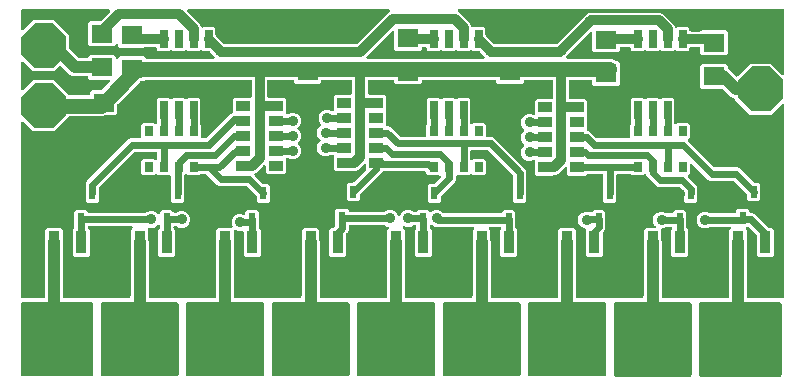
<source format=gbr>
G04 EAGLE Gerber RS-274X export*
G75*
%MOMM*%
%FSLAX34Y34*%
%LPD*%
%INTop Copper*%
%IPPOS*%
%AMOC8*
5,1,8,0,0,1.08239X$1,22.5*%
G01*
%ADD10R,1.800000X1.600000*%
%ADD11R,0.660400X1.524000*%
%ADD12R,0.710000X0.850000*%
%ADD13P,4.123906X8X202.500000*%
%ADD14P,4.123906X8X22.500000*%
%ADD15R,0.950000X1.900000*%
%ADD16R,3.250000X1.900000*%
%ADD17R,0.600000X1.050000*%
%ADD18R,1.150000X0.900000*%
%ADD19R,1.803000X1.600000*%
%ADD20C,1.270000*%
%ADD21C,0.812800*%
%ADD22C,0.609600*%
%ADD23C,0.906400*%
%ADD24C,1.016000*%

G36*
X148708Y97806D02*
X148708Y97806D01*
X148827Y97813D01*
X148865Y97826D01*
X148906Y97831D01*
X149016Y97874D01*
X149129Y97911D01*
X149164Y97933D01*
X149201Y97948D01*
X149297Y98018D01*
X149398Y98081D01*
X149426Y98111D01*
X149459Y98134D01*
X149535Y98226D01*
X149616Y98313D01*
X149636Y98348D01*
X149661Y98379D01*
X149712Y98487D01*
X149770Y98591D01*
X149780Y98631D01*
X149797Y98667D01*
X149819Y98784D01*
X149849Y98899D01*
X149853Y98960D01*
X149857Y98980D01*
X149855Y99000D01*
X149859Y99060D01*
X149859Y146316D01*
X150093Y146879D01*
X150095Y146888D01*
X150100Y146896D01*
X150137Y147041D01*
X150177Y147186D01*
X150177Y147195D01*
X150179Y147204D01*
X150189Y147365D01*
X150189Y155352D01*
X151678Y156841D01*
X163282Y156841D01*
X164771Y155352D01*
X164771Y147365D01*
X164772Y147356D01*
X164771Y147347D01*
X164792Y147198D01*
X164811Y147049D01*
X164814Y147041D01*
X164815Y147032D01*
X164867Y146879D01*
X165101Y146316D01*
X165101Y99060D01*
X165116Y98942D01*
X165123Y98823D01*
X165136Y98785D01*
X165141Y98744D01*
X165184Y98634D01*
X165221Y98521D01*
X165243Y98486D01*
X165258Y98449D01*
X165327Y98353D01*
X165391Y98252D01*
X165421Y98224D01*
X165444Y98191D01*
X165536Y98116D01*
X165623Y98034D01*
X165658Y98014D01*
X165689Y97989D01*
X165797Y97938D01*
X165901Y97880D01*
X165941Y97870D01*
X165977Y97853D01*
X166094Y97831D01*
X166209Y97801D01*
X166269Y97797D01*
X166289Y97793D01*
X166310Y97795D01*
X166370Y97791D01*
X220980Y97791D01*
X221098Y97806D01*
X221217Y97813D01*
X221255Y97826D01*
X221296Y97831D01*
X221406Y97874D01*
X221519Y97911D01*
X221554Y97933D01*
X221591Y97948D01*
X221687Y98018D01*
X221788Y98081D01*
X221816Y98111D01*
X221849Y98134D01*
X221925Y98226D01*
X222006Y98313D01*
X222026Y98348D01*
X222051Y98379D01*
X222102Y98487D01*
X222160Y98591D01*
X222170Y98631D01*
X222187Y98667D01*
X222209Y98784D01*
X222239Y98899D01*
X222243Y98960D01*
X222247Y98980D01*
X222245Y99000D01*
X222249Y99060D01*
X222249Y146316D01*
X222483Y146879D01*
X222485Y146888D01*
X222490Y146896D01*
X222527Y147041D01*
X222567Y147186D01*
X222567Y147195D01*
X222569Y147204D01*
X222579Y147365D01*
X222579Y155352D01*
X223731Y156505D01*
X223816Y156614D01*
X223905Y156721D01*
X223914Y156740D01*
X223926Y156756D01*
X223982Y156883D01*
X224041Y157009D01*
X224045Y157029D01*
X224053Y157048D01*
X224075Y157186D01*
X224101Y157322D01*
X224099Y157342D01*
X224103Y157362D01*
X224089Y157501D01*
X224081Y157639D01*
X224075Y157658D01*
X224073Y157678D01*
X224026Y157809D01*
X223983Y157941D01*
X223972Y157959D01*
X223965Y157978D01*
X223887Y158093D01*
X223813Y158210D01*
X223798Y158224D01*
X223787Y158241D01*
X223682Y158333D01*
X223581Y158428D01*
X223563Y158438D01*
X223548Y158451D01*
X223424Y158515D01*
X223303Y158582D01*
X223283Y158587D01*
X223265Y158596D01*
X223129Y158626D01*
X222995Y158661D01*
X222967Y158663D01*
X222955Y158666D01*
X222934Y158665D01*
X222834Y158671D01*
X187516Y158671D01*
X187378Y158654D01*
X187240Y158641D01*
X187221Y158634D01*
X187201Y158631D01*
X187071Y158580D01*
X186940Y158533D01*
X186924Y158522D01*
X186905Y158514D01*
X186792Y158433D01*
X186677Y158355D01*
X186664Y158339D01*
X186648Y158328D01*
X186559Y158220D01*
X186467Y158116D01*
X186458Y158098D01*
X186445Y158083D01*
X186385Y157957D01*
X186322Y157833D01*
X186318Y157813D01*
X186309Y157795D01*
X186283Y157658D01*
X186253Y157523D01*
X186253Y157502D01*
X186249Y157483D01*
X186258Y157344D01*
X186262Y157205D01*
X186268Y157185D01*
X186269Y157165D01*
X186312Y157033D01*
X186351Y156899D01*
X186361Y156882D01*
X186367Y156863D01*
X186442Y156745D01*
X186512Y156625D01*
X186531Y156604D01*
X186537Y156594D01*
X186552Y156580D01*
X186619Y156505D01*
X187771Y155352D01*
X187771Y134248D01*
X186282Y132759D01*
X174678Y132759D01*
X173189Y134248D01*
X173189Y155352D01*
X174428Y156591D01*
X174488Y156669D01*
X174556Y156741D01*
X174585Y156794D01*
X174622Y156842D01*
X174662Y156933D01*
X174710Y157020D01*
X174725Y157078D01*
X174749Y157134D01*
X174764Y157232D01*
X174789Y157327D01*
X174795Y157428D01*
X174799Y157448D01*
X174797Y157460D01*
X174799Y157488D01*
X174799Y162780D01*
X174798Y162789D01*
X174799Y162798D01*
X174778Y162947D01*
X174759Y163096D01*
X174756Y163104D01*
X174755Y163113D01*
X174751Y163123D01*
X174751Y165432D01*
X174787Y165561D01*
X174787Y165570D01*
X174789Y165579D01*
X174799Y165740D01*
X174799Y170562D01*
X176288Y172051D01*
X184392Y172051D01*
X186223Y170220D01*
X186301Y170160D01*
X186373Y170092D01*
X186426Y170063D01*
X186474Y170026D01*
X186565Y169986D01*
X186652Y169938D01*
X186710Y169923D01*
X186766Y169899D01*
X186864Y169884D01*
X186959Y169859D01*
X187060Y169853D01*
X187080Y169849D01*
X187092Y169851D01*
X187120Y169849D01*
X234861Y169849D01*
X234959Y169861D01*
X235058Y169864D01*
X235116Y169881D01*
X235176Y169889D01*
X235268Y169925D01*
X235363Y169953D01*
X235416Y169983D01*
X235472Y170006D01*
X235552Y170064D01*
X235637Y170114D01*
X235713Y170180D01*
X235729Y170192D01*
X235737Y170202D01*
X235758Y170220D01*
X235794Y170256D01*
X238393Y171333D01*
X241207Y171333D01*
X243806Y170256D01*
X245023Y169040D01*
X245132Y168955D01*
X245239Y168866D01*
X245258Y168857D01*
X245274Y168845D01*
X245401Y168790D01*
X245527Y168730D01*
X245547Y168727D01*
X245566Y168719D01*
X245704Y168697D01*
X245840Y168671D01*
X245860Y168672D01*
X245880Y168669D01*
X246019Y168682D01*
X246157Y168690D01*
X246176Y168697D01*
X246196Y168698D01*
X246328Y168746D01*
X246459Y168788D01*
X246477Y168799D01*
X246496Y168806D01*
X246611Y168884D01*
X246728Y168959D01*
X246742Y168973D01*
X246759Y168985D01*
X246851Y169089D01*
X246946Y169190D01*
X246956Y169208D01*
X246969Y169223D01*
X247033Y169347D01*
X247100Y169469D01*
X247105Y169488D01*
X247114Y169506D01*
X247144Y169642D01*
X247179Y169777D01*
X247181Y169805D01*
X247184Y169817D01*
X247183Y169837D01*
X247189Y169937D01*
X247189Y170562D01*
X248678Y172051D01*
X256782Y172051D01*
X258613Y170220D01*
X258691Y170160D01*
X258763Y170092D01*
X258816Y170063D01*
X258864Y170026D01*
X258955Y169986D01*
X259042Y169938D01*
X259100Y169923D01*
X259156Y169899D01*
X259254Y169884D01*
X259349Y169859D01*
X259450Y169853D01*
X259470Y169849D01*
X259482Y169851D01*
X259510Y169849D01*
X260491Y169849D01*
X260589Y169861D01*
X260688Y169864D01*
X260746Y169881D01*
X260806Y169889D01*
X260898Y169925D01*
X260993Y169953D01*
X261046Y169983D01*
X261102Y170006D01*
X261182Y170064D01*
X261267Y170114D01*
X261343Y170180D01*
X261359Y170192D01*
X261367Y170202D01*
X261388Y170220D01*
X261424Y170256D01*
X264023Y171333D01*
X266837Y171333D01*
X269436Y170256D01*
X271426Y168266D01*
X272503Y165667D01*
X272503Y162853D01*
X271426Y160254D01*
X269436Y158264D01*
X266837Y157187D01*
X264023Y157187D01*
X261424Y158264D01*
X261388Y158300D01*
X261310Y158360D01*
X261238Y158428D01*
X261185Y158457D01*
X261137Y158494D01*
X261046Y158534D01*
X260959Y158582D01*
X260901Y158597D01*
X260845Y158621D01*
X260747Y158636D01*
X260651Y158661D01*
X260551Y158667D01*
X260531Y158671D01*
X260519Y158669D01*
X260491Y158671D01*
X259906Y158671D01*
X259768Y158654D01*
X259630Y158641D01*
X259611Y158634D01*
X259591Y158631D01*
X259461Y158580D01*
X259330Y158533D01*
X259314Y158522D01*
X259295Y158514D01*
X259182Y158433D01*
X259067Y158355D01*
X259054Y158339D01*
X259038Y158328D01*
X258949Y158220D01*
X258857Y158116D01*
X258848Y158098D01*
X258835Y158083D01*
X258775Y157957D01*
X258712Y157833D01*
X258708Y157813D01*
X258699Y157795D01*
X258673Y157658D01*
X258643Y157523D01*
X258643Y157502D01*
X258639Y157483D01*
X258648Y157344D01*
X258652Y157205D01*
X258658Y157185D01*
X258659Y157165D01*
X258702Y157033D01*
X258741Y156899D01*
X258751Y156882D01*
X258757Y156863D01*
X258832Y156745D01*
X258902Y156625D01*
X258921Y156604D01*
X258927Y156594D01*
X258942Y156580D01*
X259009Y156505D01*
X260161Y155352D01*
X260161Y134248D01*
X258672Y132759D01*
X247068Y132759D01*
X245579Y134248D01*
X245579Y155352D01*
X246770Y156543D01*
X246830Y156621D01*
X246898Y156693D01*
X246926Y156744D01*
X246943Y156765D01*
X246946Y156770D01*
X246964Y156794D01*
X247004Y156885D01*
X247052Y156972D01*
X247065Y157023D01*
X247079Y157053D01*
X247081Y157063D01*
X247091Y157086D01*
X247106Y157184D01*
X247131Y157279D01*
X247135Y157348D01*
X247139Y157365D01*
X247138Y157381D01*
X247141Y157400D01*
X247139Y157412D01*
X247141Y157440D01*
X247141Y158535D01*
X247124Y158673D01*
X247111Y158811D01*
X247104Y158830D01*
X247101Y158850D01*
X247050Y158979D01*
X247003Y159110D01*
X246992Y159127D01*
X246984Y159146D01*
X246903Y159258D01*
X246825Y159373D01*
X246809Y159387D01*
X246798Y159403D01*
X246690Y159492D01*
X246586Y159584D01*
X246568Y159593D01*
X246553Y159606D01*
X246427Y159665D01*
X246303Y159729D01*
X246283Y159733D01*
X246265Y159742D01*
X246128Y159768D01*
X245993Y159798D01*
X245972Y159798D01*
X245953Y159801D01*
X245814Y159793D01*
X245675Y159789D01*
X245655Y159783D01*
X245635Y159782D01*
X245503Y159739D01*
X245369Y159700D01*
X245352Y159690D01*
X245333Y159684D01*
X245215Y159609D01*
X245095Y159539D01*
X245074Y159520D01*
X245064Y159513D01*
X245050Y159498D01*
X244975Y159432D01*
X243806Y158264D01*
X241207Y157187D01*
X238390Y157187D01*
X238252Y157170D01*
X238113Y157157D01*
X238094Y157150D01*
X238075Y157147D01*
X237945Y157096D01*
X237814Y157049D01*
X237797Y157038D01*
X237779Y157030D01*
X237666Y156949D01*
X237551Y156870D01*
X237538Y156855D01*
X237522Y156844D01*
X237433Y156736D01*
X237341Y156632D01*
X237331Y156614D01*
X237319Y156599D01*
X237260Y156473D01*
X237196Y156349D01*
X237192Y156329D01*
X237183Y156311D01*
X237157Y156175D01*
X237127Y156038D01*
X237127Y156018D01*
X237123Y155999D01*
X237132Y155860D01*
X237136Y155720D01*
X237142Y155701D01*
X237143Y155681D01*
X237161Y155627D01*
X237161Y147365D01*
X237162Y147356D01*
X237161Y147347D01*
X237182Y147198D01*
X237201Y147049D01*
X237204Y147041D01*
X237205Y147032D01*
X237257Y146879D01*
X237491Y146316D01*
X237491Y99060D01*
X237506Y98942D01*
X237513Y98823D01*
X237526Y98785D01*
X237531Y98744D01*
X237574Y98634D01*
X237611Y98521D01*
X237633Y98486D01*
X237648Y98449D01*
X237717Y98353D01*
X237781Y98252D01*
X237811Y98224D01*
X237834Y98191D01*
X237926Y98116D01*
X238013Y98034D01*
X238048Y98014D01*
X238079Y97989D01*
X238187Y97938D01*
X238291Y97880D01*
X238331Y97870D01*
X238367Y97853D01*
X238484Y97831D01*
X238599Y97801D01*
X238659Y97797D01*
X238679Y97793D01*
X238700Y97795D01*
X238760Y97791D01*
X293370Y97791D01*
X293488Y97806D01*
X293607Y97813D01*
X293645Y97826D01*
X293686Y97831D01*
X293796Y97874D01*
X293909Y97911D01*
X293944Y97933D01*
X293981Y97948D01*
X294077Y98018D01*
X294178Y98081D01*
X294206Y98111D01*
X294239Y98134D01*
X294315Y98226D01*
X294396Y98313D01*
X294416Y98348D01*
X294441Y98379D01*
X294492Y98487D01*
X294550Y98591D01*
X294560Y98631D01*
X294577Y98667D01*
X294599Y98784D01*
X294629Y98899D01*
X294633Y98960D01*
X294637Y98980D01*
X294635Y99000D01*
X294639Y99060D01*
X294639Y146316D01*
X294873Y146879D01*
X294875Y146888D01*
X294880Y146896D01*
X294917Y147041D01*
X294957Y147186D01*
X294957Y147195D01*
X294959Y147204D01*
X294969Y147365D01*
X294969Y155352D01*
X296458Y156841D01*
X307426Y156841D01*
X307475Y156847D01*
X307525Y156845D01*
X307632Y156867D01*
X307742Y156881D01*
X307788Y156899D01*
X307836Y156909D01*
X307935Y156957D01*
X308037Y156998D01*
X308078Y157027D01*
X308122Y157049D01*
X308206Y157120D01*
X308295Y157184D01*
X308326Y157223D01*
X308364Y157255D01*
X308427Y157345D01*
X308497Y157429D01*
X308519Y157474D01*
X308547Y157515D01*
X308586Y157618D01*
X308633Y157717D01*
X308642Y157766D01*
X308660Y157812D01*
X308672Y157922D01*
X308693Y158029D01*
X308690Y158079D01*
X308695Y158128D01*
X308680Y158237D01*
X308673Y158347D01*
X308658Y158394D01*
X308651Y158443D01*
X308599Y158596D01*
X307887Y160313D01*
X307887Y163127D01*
X308964Y165726D01*
X310954Y167716D01*
X313553Y168793D01*
X316367Y168793D01*
X317824Y168189D01*
X317872Y168176D01*
X317917Y168155D01*
X318025Y168134D01*
X318131Y168105D01*
X318181Y168104D01*
X318230Y168095D01*
X318339Y168102D01*
X318449Y168100D01*
X318497Y168112D01*
X318547Y168115D01*
X318651Y168149D01*
X318758Y168174D01*
X318802Y168197D01*
X318849Y168213D01*
X318942Y168272D01*
X319039Y168323D01*
X319076Y168356D01*
X319118Y168383D01*
X319193Y168463D01*
X319275Y168537D01*
X319302Y168578D01*
X319336Y168615D01*
X319389Y168711D01*
X319449Y168803D01*
X319466Y168850D01*
X319490Y168893D01*
X319517Y168999D01*
X319553Y169103D01*
X319557Y169153D01*
X319569Y169201D01*
X319579Y169362D01*
X319579Y170562D01*
X321068Y172051D01*
X329172Y172051D01*
X330661Y170562D01*
X330661Y165740D01*
X330662Y165731D01*
X330661Y165722D01*
X330682Y165573D01*
X330701Y165425D01*
X330704Y165416D01*
X330705Y165407D01*
X330709Y165397D01*
X330709Y157720D01*
X330721Y157622D01*
X330724Y157523D01*
X330741Y157465D01*
X330749Y157405D01*
X330785Y157313D01*
X330813Y157217D01*
X330843Y157165D01*
X330866Y157109D01*
X330924Y157029D01*
X330974Y156944D01*
X331040Y156868D01*
X331052Y156852D01*
X331062Y156844D01*
X331080Y156823D01*
X332551Y155352D01*
X332551Y134248D01*
X331062Y132759D01*
X319458Y132759D01*
X317969Y134248D01*
X317969Y153411D01*
X317963Y153461D01*
X317965Y153511D01*
X317943Y153618D01*
X317929Y153727D01*
X317911Y153773D01*
X317901Y153822D01*
X317853Y153921D01*
X317812Y154023D01*
X317783Y154063D01*
X317761Y154108D01*
X317690Y154191D01*
X317626Y154280D01*
X317587Y154312D01*
X317555Y154350D01*
X317465Y154413D01*
X317381Y154483D01*
X317336Y154504D01*
X317295Y154533D01*
X317192Y154572D01*
X317093Y154618D01*
X317044Y154628D01*
X316997Y154645D01*
X316888Y154658D01*
X316781Y154678D01*
X316731Y154675D01*
X316681Y154681D01*
X316573Y154665D01*
X316463Y154658D01*
X316429Y154647D01*
X313553Y154647D01*
X311306Y155578D01*
X311258Y155591D01*
X311213Y155612D01*
X311105Y155633D01*
X310999Y155662D01*
X310949Y155663D01*
X310900Y155672D01*
X310791Y155665D01*
X310681Y155667D01*
X310633Y155656D01*
X310583Y155653D01*
X310479Y155619D01*
X310372Y155593D01*
X310328Y155570D01*
X310281Y155554D01*
X310188Y155496D01*
X310091Y155444D01*
X310054Y155411D01*
X310012Y155384D01*
X309937Y155304D01*
X309855Y155230D01*
X309828Y155189D01*
X309794Y155153D01*
X309741Y155057D01*
X309681Y154965D01*
X309664Y154918D01*
X309640Y154874D01*
X309613Y154768D01*
X309577Y154664D01*
X309573Y154614D01*
X309561Y154566D01*
X309551Y154406D01*
X309551Y147365D01*
X309552Y147356D01*
X309551Y147347D01*
X309572Y147198D01*
X309591Y147049D01*
X309594Y147041D01*
X309595Y147032D01*
X309647Y146879D01*
X309881Y146316D01*
X309881Y99060D01*
X309896Y98942D01*
X309903Y98823D01*
X309916Y98785D01*
X309921Y98744D01*
X309964Y98634D01*
X310001Y98521D01*
X310023Y98486D01*
X310038Y98449D01*
X310107Y98353D01*
X310171Y98252D01*
X310201Y98224D01*
X310224Y98191D01*
X310316Y98116D01*
X310403Y98034D01*
X310438Y98014D01*
X310469Y97989D01*
X310577Y97938D01*
X310681Y97880D01*
X310721Y97870D01*
X310757Y97853D01*
X310874Y97831D01*
X310989Y97801D01*
X311049Y97797D01*
X311069Y97793D01*
X311090Y97795D01*
X311150Y97791D01*
X365760Y97791D01*
X365878Y97806D01*
X365997Y97813D01*
X366035Y97826D01*
X366076Y97831D01*
X366186Y97874D01*
X366299Y97911D01*
X366334Y97933D01*
X366371Y97948D01*
X366467Y98018D01*
X366568Y98081D01*
X366596Y98111D01*
X366629Y98134D01*
X366705Y98226D01*
X366786Y98313D01*
X366806Y98348D01*
X366831Y98379D01*
X366882Y98487D01*
X366940Y98591D01*
X366950Y98631D01*
X366967Y98667D01*
X366989Y98784D01*
X367019Y98899D01*
X367023Y98960D01*
X367027Y98980D01*
X367025Y99000D01*
X367029Y99060D01*
X367029Y146316D01*
X367263Y146879D01*
X367265Y146888D01*
X367270Y146896D01*
X367307Y147042D01*
X367347Y147186D01*
X367347Y147195D01*
X367349Y147204D01*
X367359Y147365D01*
X367359Y155352D01*
X368848Y156841D01*
X380452Y156841D01*
X381941Y155352D01*
X381941Y147365D01*
X381942Y147356D01*
X381941Y147347D01*
X381962Y147198D01*
X381981Y147049D01*
X381984Y147041D01*
X381985Y147032D01*
X382037Y146879D01*
X382271Y146316D01*
X382271Y99060D01*
X382286Y98942D01*
X382293Y98823D01*
X382306Y98785D01*
X382311Y98744D01*
X382354Y98634D01*
X382391Y98521D01*
X382413Y98486D01*
X382428Y98449D01*
X382497Y98353D01*
X382561Y98252D01*
X382591Y98224D01*
X382614Y98191D01*
X382706Y98116D01*
X382793Y98034D01*
X382828Y98014D01*
X382859Y97989D01*
X382967Y97938D01*
X383071Y97880D01*
X383111Y97870D01*
X383147Y97853D01*
X383264Y97831D01*
X383379Y97801D01*
X383439Y97797D01*
X383459Y97793D01*
X383480Y97795D01*
X383540Y97791D01*
X438150Y97791D01*
X438268Y97806D01*
X438387Y97813D01*
X438425Y97826D01*
X438466Y97831D01*
X438576Y97874D01*
X438689Y97911D01*
X438724Y97933D01*
X438761Y97948D01*
X438857Y98018D01*
X438958Y98081D01*
X438986Y98111D01*
X439019Y98134D01*
X439095Y98226D01*
X439176Y98313D01*
X439196Y98348D01*
X439221Y98379D01*
X439272Y98487D01*
X439330Y98591D01*
X439340Y98631D01*
X439357Y98667D01*
X439379Y98784D01*
X439409Y98899D01*
X439413Y98960D01*
X439417Y98980D01*
X439415Y99000D01*
X439419Y99060D01*
X439419Y146316D01*
X439653Y146879D01*
X439655Y146888D01*
X439660Y146896D01*
X439697Y147042D01*
X439737Y147186D01*
X439737Y147195D01*
X439739Y147204D01*
X439749Y147365D01*
X439749Y155352D01*
X440533Y156136D01*
X440563Y156175D01*
X440600Y156209D01*
X440661Y156301D01*
X440728Y156387D01*
X440748Y156433D01*
X440775Y156474D01*
X440811Y156578D01*
X440854Y156679D01*
X440862Y156728D01*
X440878Y156775D01*
X440887Y156885D01*
X440904Y156993D01*
X440899Y157043D01*
X440903Y157092D01*
X440885Y157201D01*
X440874Y157310D01*
X440857Y157357D01*
X440849Y157406D01*
X440804Y157506D01*
X440767Y157609D01*
X440739Y157650D01*
X440718Y157696D01*
X440650Y157781D01*
X440588Y157872D01*
X440551Y157905D01*
X440520Y157944D01*
X440432Y158010D01*
X440350Y158083D01*
X440305Y158105D01*
X440266Y158135D01*
X440121Y158206D01*
X437954Y159104D01*
X437918Y159140D01*
X437840Y159200D01*
X437768Y159268D01*
X437715Y159297D01*
X437667Y159334D01*
X437576Y159374D01*
X437489Y159422D01*
X437431Y159437D01*
X437375Y159461D01*
X437277Y159476D01*
X437181Y159501D01*
X437081Y159507D01*
X437061Y159511D01*
X437049Y159509D01*
X437021Y159511D01*
X408178Y159511D01*
X408060Y159496D01*
X407941Y159489D01*
X407903Y159476D01*
X407862Y159471D01*
X407752Y159428D01*
X407639Y159391D01*
X407604Y159369D01*
X407567Y159354D01*
X407471Y159285D01*
X407370Y159221D01*
X407342Y159191D01*
X407309Y159168D01*
X407233Y159076D01*
X407152Y158989D01*
X407132Y158954D01*
X407107Y158923D01*
X407056Y158815D01*
X406998Y158711D01*
X406988Y158671D01*
X406971Y158635D01*
X406949Y158518D01*
X406919Y158403D01*
X406915Y158343D01*
X406911Y158323D01*
X406913Y158302D01*
X406909Y158242D01*
X406909Y155528D01*
X406058Y153474D01*
X405312Y152729D01*
X405252Y152651D01*
X405184Y152578D01*
X405155Y152525D01*
X405118Y152478D01*
X405078Y152387D01*
X405030Y152300D01*
X405015Y152241D01*
X404991Y152186D01*
X404976Y152088D01*
X404951Y151992D01*
X404945Y151892D01*
X404941Y151872D01*
X404943Y151859D01*
X404941Y151831D01*
X404941Y134248D01*
X403452Y132759D01*
X391848Y132759D01*
X390359Y134248D01*
X390359Y155352D01*
X391848Y156841D01*
X393091Y156841D01*
X393190Y156853D01*
X393289Y156856D01*
X393347Y156873D01*
X393407Y156881D01*
X393499Y156917D01*
X393594Y156945D01*
X393646Y156975D01*
X393703Y156998D01*
X393783Y157056D01*
X393868Y157106D01*
X393943Y157172D01*
X393960Y157184D01*
X393968Y157194D01*
X393989Y157212D01*
X395360Y158583D01*
X395420Y158661D01*
X395488Y158734D01*
X395517Y158787D01*
X395554Y158834D01*
X395594Y158925D01*
X395642Y159012D01*
X395657Y159071D01*
X395681Y159126D01*
X395696Y159224D01*
X395721Y159320D01*
X395727Y159420D01*
X395731Y159440D01*
X395729Y159453D01*
X395731Y159481D01*
X395731Y166702D01*
X395767Y166831D01*
X395767Y166840D01*
X395769Y166849D01*
X395779Y167010D01*
X395779Y171832D01*
X397268Y173321D01*
X405372Y173321D01*
X406877Y171816D01*
X406883Y171721D01*
X406896Y171683D01*
X406901Y171642D01*
X406944Y171532D01*
X406981Y171419D01*
X407003Y171384D01*
X407018Y171347D01*
X407088Y171250D01*
X407151Y171150D01*
X407181Y171122D01*
X407204Y171089D01*
X407296Y171013D01*
X407383Y170932D01*
X407418Y170912D01*
X407449Y170887D01*
X407557Y170836D01*
X407661Y170778D01*
X407701Y170768D01*
X407737Y170751D01*
X407854Y170729D01*
X407969Y170699D01*
X408029Y170695D01*
X408049Y170691D01*
X408070Y170693D01*
X408130Y170689D01*
X437021Y170689D01*
X437119Y170701D01*
X437218Y170704D01*
X437276Y170721D01*
X437336Y170729D01*
X437428Y170765D01*
X437523Y170793D01*
X437576Y170823D01*
X437632Y170846D01*
X437712Y170904D01*
X437797Y170954D01*
X437873Y171020D01*
X437889Y171032D01*
X437897Y171042D01*
X437918Y171060D01*
X437954Y171096D01*
X440553Y172173D01*
X443367Y172173D01*
X445966Y171096D01*
X447956Y169106D01*
X448407Y168017D01*
X448476Y167896D01*
X448541Y167773D01*
X448555Y167758D01*
X448565Y167740D01*
X448662Y167640D01*
X448755Y167538D01*
X448772Y167526D01*
X448786Y167512D01*
X448905Y167439D01*
X449021Y167363D01*
X449040Y167356D01*
X449057Y167346D01*
X449190Y167305D01*
X449322Y167260D01*
X449342Y167258D01*
X449361Y167252D01*
X449500Y167245D01*
X449639Y167234D01*
X449659Y167238D01*
X449679Y167237D01*
X449815Y167265D01*
X449952Y167289D01*
X449971Y167297D01*
X449990Y167301D01*
X450115Y167362D01*
X450242Y167419D01*
X450258Y167432D01*
X450276Y167441D01*
X450382Y167531D01*
X450490Y167618D01*
X450503Y167634D01*
X450518Y167647D01*
X450598Y167761D01*
X450682Y167872D01*
X450694Y167897D01*
X450701Y167907D01*
X450708Y167926D01*
X450753Y168017D01*
X451204Y169106D01*
X453194Y171096D01*
X455793Y172173D01*
X458607Y172173D01*
X461206Y171096D01*
X461242Y171060D01*
X461320Y171000D01*
X461392Y170932D01*
X461445Y170903D01*
X461493Y170866D01*
X461584Y170826D01*
X461671Y170778D01*
X461729Y170763D01*
X461785Y170739D01*
X461883Y170724D01*
X461979Y170699D01*
X462079Y170693D01*
X462099Y170689D01*
X462111Y170691D01*
X462139Y170689D01*
X463960Y170689D01*
X464058Y170701D01*
X464157Y170704D01*
X464215Y170721D01*
X464275Y170729D01*
X464367Y170765D01*
X464463Y170793D01*
X464515Y170823D01*
X464571Y170846D01*
X464651Y170904D01*
X464736Y170954D01*
X464812Y171020D01*
X464828Y171032D01*
X464836Y171042D01*
X464857Y171060D01*
X465848Y172051D01*
X473952Y172051D01*
X475218Y170785D01*
X475312Y170712D01*
X475401Y170633D01*
X475437Y170615D01*
X475469Y170590D01*
X475579Y170543D01*
X475684Y170489D01*
X475724Y170480D01*
X475761Y170464D01*
X475879Y170445D01*
X475995Y170419D01*
X476035Y170420D01*
X476075Y170414D01*
X476194Y170425D01*
X476313Y170429D01*
X476351Y170440D01*
X476392Y170444D01*
X476504Y170484D01*
X476618Y170517D01*
X476653Y170538D01*
X476691Y170552D01*
X476789Y170618D01*
X476892Y170679D01*
X476937Y170719D01*
X476954Y170730D01*
X476968Y170745D01*
X477013Y170785D01*
X477324Y171096D01*
X479923Y172173D01*
X482737Y172173D01*
X485336Y171096D01*
X486642Y169790D01*
X486720Y169730D01*
X486792Y169662D01*
X486845Y169633D01*
X486893Y169596D01*
X486984Y169556D01*
X487071Y169508D01*
X487129Y169493D01*
X487185Y169469D01*
X487283Y169454D01*
X487379Y169429D01*
X487479Y169423D01*
X487499Y169419D01*
X487511Y169421D01*
X487539Y169419D01*
X535480Y169419D01*
X535598Y169434D01*
X535717Y169441D01*
X535755Y169454D01*
X535796Y169459D01*
X535906Y169502D01*
X536019Y169539D01*
X536054Y169561D01*
X536091Y169576D01*
X536187Y169645D01*
X536288Y169709D01*
X536316Y169739D01*
X536349Y169762D01*
X536425Y169854D01*
X536506Y169941D01*
X536526Y169976D01*
X536551Y170007D01*
X536602Y170115D01*
X536660Y170219D01*
X536670Y170259D01*
X536687Y170295D01*
X536709Y170412D01*
X536739Y170527D01*
X536741Y170554D01*
X538238Y172051D01*
X546342Y172051D01*
X547831Y170562D01*
X547831Y165740D01*
X547832Y165731D01*
X547831Y165722D01*
X547852Y165573D01*
X547871Y165424D01*
X547874Y165416D01*
X547875Y165407D01*
X547879Y165397D01*
X547879Y157720D01*
X547891Y157622D01*
X547894Y157523D01*
X547911Y157465D01*
X547919Y157405D01*
X547955Y157313D01*
X547983Y157217D01*
X548013Y157165D01*
X548036Y157109D01*
X548094Y157029D01*
X548144Y156943D01*
X548210Y156868D01*
X548222Y156852D01*
X548232Y156844D01*
X548250Y156823D01*
X549721Y155352D01*
X549721Y134248D01*
X548232Y132759D01*
X536628Y132759D01*
X535139Y134248D01*
X535139Y155352D01*
X535861Y156075D01*
X535946Y156184D01*
X536035Y156291D01*
X536044Y156310D01*
X536056Y156326D01*
X536112Y156453D01*
X536171Y156579D01*
X536175Y156599D01*
X536183Y156618D01*
X536205Y156756D01*
X536231Y156892D01*
X536229Y156912D01*
X536233Y156932D01*
X536219Y157071D01*
X536211Y157209D01*
X536205Y157228D01*
X536203Y157248D01*
X536156Y157380D01*
X536113Y157511D01*
X536102Y157529D01*
X536095Y157548D01*
X536017Y157663D01*
X535943Y157780D01*
X535928Y157794D01*
X535917Y157811D01*
X535812Y157903D01*
X535711Y157998D01*
X535693Y158008D01*
X535678Y158021D01*
X535554Y158084D01*
X535433Y158152D01*
X535413Y158157D01*
X535395Y158166D01*
X535259Y158196D01*
X535125Y158231D01*
X535097Y158233D01*
X535085Y158236D01*
X535064Y158235D01*
X534964Y158241D01*
X526896Y158241D01*
X526758Y158224D01*
X526620Y158211D01*
X526601Y158204D01*
X526581Y158201D01*
X526451Y158150D01*
X526320Y158103D01*
X526304Y158092D01*
X526285Y158084D01*
X526173Y158003D01*
X526057Y157925D01*
X526044Y157909D01*
X526028Y157898D01*
X525939Y157790D01*
X525847Y157686D01*
X525838Y157668D01*
X525825Y157653D01*
X525765Y157527D01*
X525702Y157403D01*
X525698Y157383D01*
X525689Y157365D01*
X525663Y157228D01*
X525633Y157093D01*
X525633Y157072D01*
X525629Y157053D01*
X525638Y156914D01*
X525642Y156775D01*
X525648Y156755D01*
X525649Y156735D01*
X525692Y156603D01*
X525731Y156469D01*
X525741Y156452D01*
X525747Y156433D01*
X525822Y156315D01*
X525892Y156195D01*
X525911Y156174D01*
X525917Y156164D01*
X525932Y156150D01*
X525999Y156075D01*
X526721Y155352D01*
X526721Y147365D01*
X526722Y147356D01*
X526721Y147347D01*
X526742Y147198D01*
X526761Y147049D01*
X526764Y147041D01*
X526765Y147032D01*
X526817Y146879D01*
X527051Y146316D01*
X527051Y99060D01*
X527066Y98942D01*
X527073Y98823D01*
X527086Y98785D01*
X527091Y98744D01*
X527134Y98634D01*
X527171Y98521D01*
X527193Y98486D01*
X527208Y98449D01*
X527277Y98353D01*
X527341Y98252D01*
X527371Y98224D01*
X527394Y98191D01*
X527486Y98116D01*
X527573Y98034D01*
X527608Y98014D01*
X527639Y97989D01*
X527747Y97938D01*
X527851Y97880D01*
X527891Y97870D01*
X527927Y97853D01*
X528044Y97831D01*
X528159Y97801D01*
X528219Y97797D01*
X528239Y97793D01*
X528260Y97795D01*
X528320Y97791D01*
X582930Y97791D01*
X583048Y97806D01*
X583167Y97813D01*
X583205Y97826D01*
X583246Y97831D01*
X583356Y97874D01*
X583469Y97911D01*
X583504Y97933D01*
X583541Y97948D01*
X583637Y98018D01*
X583738Y98081D01*
X583766Y98111D01*
X583799Y98134D01*
X583875Y98226D01*
X583956Y98313D01*
X583976Y98348D01*
X584001Y98379D01*
X584052Y98487D01*
X584110Y98591D01*
X584120Y98631D01*
X584137Y98667D01*
X584159Y98784D01*
X584189Y98899D01*
X584193Y98960D01*
X584197Y98980D01*
X584195Y99000D01*
X584199Y99060D01*
X584199Y146316D01*
X584433Y146879D01*
X584435Y146888D01*
X584440Y146896D01*
X584477Y147041D01*
X584517Y147186D01*
X584517Y147195D01*
X584519Y147204D01*
X584529Y147365D01*
X584529Y155352D01*
X586018Y156841D01*
X597622Y156841D01*
X599111Y155352D01*
X599111Y147365D01*
X599112Y147356D01*
X599111Y147347D01*
X599132Y147198D01*
X599151Y147049D01*
X599154Y147041D01*
X599155Y147032D01*
X599207Y146879D01*
X599441Y146316D01*
X599441Y99060D01*
X599456Y98942D01*
X599463Y98823D01*
X599476Y98785D01*
X599481Y98744D01*
X599524Y98634D01*
X599561Y98521D01*
X599583Y98486D01*
X599598Y98449D01*
X599667Y98353D01*
X599731Y98252D01*
X599761Y98224D01*
X599784Y98191D01*
X599876Y98116D01*
X599963Y98034D01*
X599998Y98014D01*
X600029Y97989D01*
X600137Y97938D01*
X600241Y97880D01*
X600281Y97870D01*
X600317Y97853D01*
X600434Y97831D01*
X600549Y97801D01*
X600609Y97797D01*
X600629Y97793D01*
X600650Y97795D01*
X600710Y97791D01*
X655320Y97791D01*
X655438Y97806D01*
X655557Y97813D01*
X655595Y97826D01*
X655636Y97831D01*
X655746Y97874D01*
X655859Y97911D01*
X655894Y97933D01*
X655931Y97948D01*
X656027Y98018D01*
X656128Y98081D01*
X656156Y98111D01*
X656189Y98134D01*
X656265Y98226D01*
X656346Y98313D01*
X656366Y98348D01*
X656391Y98379D01*
X656442Y98487D01*
X656500Y98591D01*
X656510Y98631D01*
X656527Y98667D01*
X656549Y98784D01*
X656579Y98899D01*
X656583Y98960D01*
X656587Y98980D01*
X656585Y99000D01*
X656589Y99060D01*
X656589Y146316D01*
X656823Y146879D01*
X656825Y146888D01*
X656830Y146896D01*
X656867Y147042D01*
X656907Y147186D01*
X656907Y147195D01*
X656909Y147204D01*
X656919Y147365D01*
X656919Y155352D01*
X658408Y156841D01*
X665753Y156841D01*
X665891Y156858D01*
X666029Y156871D01*
X666048Y156878D01*
X666068Y156881D01*
X666197Y156932D01*
X666328Y156979D01*
X666345Y156990D01*
X666364Y156998D01*
X666476Y157079D01*
X666591Y157157D01*
X666605Y157173D01*
X666621Y157184D01*
X666710Y157292D01*
X666802Y157396D01*
X666811Y157414D01*
X666824Y157429D01*
X666883Y157555D01*
X666947Y157679D01*
X666951Y157699D01*
X666960Y157717D01*
X666986Y157854D01*
X667016Y157989D01*
X667016Y158010D01*
X667019Y158029D01*
X667011Y158168D01*
X667007Y158307D01*
X667001Y158327D01*
X667000Y158347D01*
X666957Y158479D01*
X666918Y158613D01*
X666908Y158630D01*
X666902Y158649D01*
X666827Y158767D01*
X666757Y158887D01*
X666738Y158908D01*
X666731Y158918D01*
X666716Y158932D01*
X666650Y159007D01*
X665834Y159824D01*
X664757Y162423D01*
X664757Y165237D01*
X665834Y167836D01*
X667824Y169826D01*
X670423Y170903D01*
X673237Y170903D01*
X675836Y169826D01*
X675872Y169790D01*
X675950Y169730D01*
X676022Y169662D01*
X676075Y169633D01*
X676123Y169596D01*
X676214Y169556D01*
X676301Y169508D01*
X676359Y169493D01*
X676415Y169469D01*
X676513Y169454D01*
X676609Y169429D01*
X676709Y169423D01*
X676729Y169419D01*
X676741Y169421D01*
X676769Y169419D01*
X680260Y169419D01*
X680378Y169434D01*
X680497Y169441D01*
X680535Y169454D01*
X680576Y169459D01*
X680686Y169502D01*
X680799Y169539D01*
X680834Y169561D01*
X680871Y169576D01*
X680967Y169645D01*
X681068Y169709D01*
X681096Y169739D01*
X681129Y169762D01*
X681205Y169854D01*
X681286Y169941D01*
X681306Y169976D01*
X681331Y170007D01*
X681382Y170115D01*
X681440Y170219D01*
X681450Y170259D01*
X681467Y170295D01*
X681489Y170412D01*
X681519Y170527D01*
X681521Y170554D01*
X683018Y172051D01*
X691122Y172051D01*
X692611Y170562D01*
X692611Y165740D01*
X692612Y165731D01*
X692611Y165722D01*
X692632Y165573D01*
X692651Y165424D01*
X692654Y165416D01*
X692655Y165407D01*
X692659Y165397D01*
X692659Y157720D01*
X692671Y157622D01*
X692674Y157523D01*
X692691Y157465D01*
X692699Y157405D01*
X692735Y157313D01*
X692763Y157217D01*
X692793Y157165D01*
X692816Y157109D01*
X692874Y157029D01*
X692924Y156943D01*
X692990Y156868D01*
X693002Y156852D01*
X693012Y156844D01*
X693030Y156823D01*
X694501Y155352D01*
X694501Y134248D01*
X693012Y132759D01*
X681408Y132759D01*
X679919Y134248D01*
X679919Y155352D01*
X680641Y156075D01*
X680726Y156184D01*
X680815Y156291D01*
X680824Y156310D01*
X680836Y156326D01*
X680892Y156453D01*
X680951Y156579D01*
X680955Y156599D01*
X680963Y156618D01*
X680985Y156756D01*
X681011Y156892D01*
X681009Y156912D01*
X681013Y156932D01*
X680999Y157071D01*
X680991Y157209D01*
X680985Y157228D01*
X680983Y157248D01*
X680936Y157380D01*
X680893Y157511D01*
X680882Y157529D01*
X680875Y157548D01*
X680797Y157663D01*
X680723Y157780D01*
X680708Y157794D01*
X680697Y157811D01*
X680592Y157903D01*
X680491Y157998D01*
X680473Y158008D01*
X680458Y158021D01*
X680334Y158084D01*
X680213Y158152D01*
X680193Y158157D01*
X680175Y158166D01*
X680039Y158196D01*
X679905Y158231D01*
X679877Y158233D01*
X679865Y158236D01*
X679844Y158235D01*
X679744Y158241D01*
X676769Y158241D01*
X676671Y158229D01*
X676572Y158226D01*
X676514Y158209D01*
X676454Y158201D01*
X676362Y158165D01*
X676267Y158137D01*
X676214Y158107D01*
X676158Y158084D01*
X676078Y158026D01*
X675993Y157976D01*
X675917Y157910D01*
X675901Y157898D01*
X675893Y157888D01*
X675872Y157870D01*
X675836Y157834D01*
X673237Y156757D01*
X672770Y156757D01*
X672652Y156742D01*
X672533Y156735D01*
X672495Y156722D01*
X672454Y156717D01*
X672344Y156674D01*
X672231Y156637D01*
X672196Y156615D01*
X672159Y156600D01*
X672063Y156531D01*
X671962Y156467D01*
X671934Y156437D01*
X671901Y156414D01*
X671825Y156322D01*
X671744Y156235D01*
X671724Y156200D01*
X671699Y156169D01*
X671648Y156061D01*
X671590Y155957D01*
X671580Y155917D01*
X671563Y155881D01*
X671541Y155764D01*
X671511Y155649D01*
X671507Y155589D01*
X671503Y155569D01*
X671505Y155548D01*
X671501Y155488D01*
X671501Y147365D01*
X671502Y147356D01*
X671501Y147347D01*
X671522Y147198D01*
X671541Y147049D01*
X671544Y147041D01*
X671545Y147032D01*
X671597Y146879D01*
X671831Y146316D01*
X671831Y99060D01*
X671846Y98942D01*
X671853Y98823D01*
X671866Y98785D01*
X671871Y98744D01*
X671914Y98634D01*
X671951Y98521D01*
X671973Y98486D01*
X671988Y98449D01*
X672057Y98353D01*
X672121Y98252D01*
X672151Y98224D01*
X672174Y98191D01*
X672266Y98116D01*
X672353Y98034D01*
X672388Y98014D01*
X672419Y97989D01*
X672527Y97938D01*
X672631Y97880D01*
X672671Y97870D01*
X672707Y97853D01*
X672824Y97831D01*
X672939Y97801D01*
X672999Y97797D01*
X673019Y97793D01*
X673040Y97795D01*
X673100Y97791D01*
X727710Y97791D01*
X727828Y97806D01*
X727947Y97813D01*
X727985Y97826D01*
X728026Y97831D01*
X728136Y97874D01*
X728249Y97911D01*
X728284Y97933D01*
X728321Y97948D01*
X728417Y98018D01*
X728518Y98081D01*
X728546Y98111D01*
X728579Y98134D01*
X728655Y98226D01*
X728736Y98313D01*
X728756Y98348D01*
X728781Y98379D01*
X728832Y98487D01*
X728890Y98591D01*
X728900Y98631D01*
X728917Y98667D01*
X728939Y98784D01*
X728969Y98899D01*
X728973Y98960D01*
X728977Y98980D01*
X728975Y99000D01*
X728979Y99060D01*
X728979Y146316D01*
X729213Y146879D01*
X729215Y146888D01*
X729220Y146896D01*
X729257Y147041D01*
X729297Y147186D01*
X729297Y147195D01*
X729299Y147204D01*
X729309Y147365D01*
X729309Y155352D01*
X730031Y156075D01*
X730116Y156184D01*
X730205Y156291D01*
X730214Y156310D01*
X730226Y156326D01*
X730282Y156453D01*
X730341Y156579D01*
X730345Y156599D01*
X730353Y156618D01*
X730375Y156756D01*
X730401Y156892D01*
X730399Y156912D01*
X730403Y156932D01*
X730389Y157071D01*
X730381Y157209D01*
X730375Y157228D01*
X730373Y157248D01*
X730326Y157380D01*
X730283Y157511D01*
X730272Y157529D01*
X730265Y157548D01*
X730187Y157663D01*
X730113Y157780D01*
X730098Y157794D01*
X730087Y157811D01*
X729982Y157903D01*
X729881Y157998D01*
X729863Y158008D01*
X729848Y158021D01*
X729724Y158084D01*
X729603Y158152D01*
X729583Y158157D01*
X729565Y158166D01*
X729429Y158196D01*
X729295Y158231D01*
X729267Y158233D01*
X729255Y158236D01*
X729234Y158235D01*
X729134Y158241D01*
X713599Y158241D01*
X713501Y158229D01*
X713402Y158226D01*
X713344Y158209D01*
X713284Y158201D01*
X713192Y158165D01*
X713097Y158137D01*
X713044Y158107D01*
X712988Y158084D01*
X712908Y158026D01*
X712823Y157976D01*
X712747Y157910D01*
X712731Y157898D01*
X712723Y157888D01*
X712702Y157870D01*
X712666Y157834D01*
X710067Y156757D01*
X707253Y156757D01*
X704654Y157834D01*
X702664Y159824D01*
X701587Y162423D01*
X701587Y165237D01*
X702664Y167836D01*
X704654Y169826D01*
X707253Y170903D01*
X710067Y170903D01*
X712666Y169826D01*
X712702Y169790D01*
X712780Y169730D01*
X712852Y169662D01*
X712905Y169633D01*
X712953Y169596D01*
X713044Y169556D01*
X713131Y169508D01*
X713189Y169493D01*
X713245Y169469D01*
X713343Y169454D01*
X713439Y169429D01*
X713539Y169423D01*
X713559Y169419D01*
X713571Y169421D01*
X713599Y169419D01*
X733600Y169419D01*
X733718Y169434D01*
X733837Y169441D01*
X733875Y169454D01*
X733916Y169459D01*
X734026Y169502D01*
X734139Y169539D01*
X734174Y169561D01*
X734211Y169576D01*
X734307Y169645D01*
X734408Y169709D01*
X734436Y169739D01*
X734469Y169762D01*
X734545Y169854D01*
X734626Y169941D01*
X734646Y169976D01*
X734671Y170007D01*
X734722Y170115D01*
X734780Y170219D01*
X734790Y170259D01*
X734807Y170295D01*
X734829Y170412D01*
X734859Y170527D01*
X734863Y170587D01*
X734867Y170607D01*
X734865Y170628D01*
X734869Y170688D01*
X734869Y171832D01*
X736358Y173321D01*
X744462Y173321D01*
X745951Y171832D01*
X745951Y171118D01*
X745966Y171000D01*
X745973Y170881D01*
X745986Y170843D01*
X745991Y170802D01*
X746034Y170692D01*
X746071Y170579D01*
X746093Y170544D01*
X746108Y170507D01*
X746177Y170411D01*
X746241Y170310D01*
X746271Y170282D01*
X746294Y170249D01*
X746386Y170173D01*
X746473Y170092D01*
X746508Y170072D01*
X746539Y170047D01*
X746647Y169996D01*
X746751Y169938D01*
X746791Y169928D01*
X746827Y169911D01*
X746944Y169889D01*
X747059Y169859D01*
X747119Y169855D01*
X747139Y169851D01*
X747160Y169853D01*
X747220Y169849D01*
X748712Y169849D01*
X750766Y168998D01*
X762551Y157212D01*
X762629Y157152D01*
X762702Y157084D01*
X762755Y157055D01*
X762802Y157018D01*
X762893Y156978D01*
X762980Y156930D01*
X763039Y156915D01*
X763094Y156891D01*
X763192Y156876D01*
X763288Y156851D01*
X763388Y156845D01*
X763408Y156841D01*
X763421Y156843D01*
X763449Y156841D01*
X765402Y156841D01*
X766891Y155352D01*
X766891Y134248D01*
X765402Y132759D01*
X753798Y132759D01*
X752309Y134248D01*
X752309Y151121D01*
X752297Y151220D01*
X752294Y151319D01*
X752277Y151377D01*
X752269Y151437D01*
X752233Y151529D01*
X752205Y151624D01*
X752175Y151676D01*
X752152Y151733D01*
X752094Y151813D01*
X752044Y151898D01*
X751978Y151973D01*
X751966Y151990D01*
X751956Y151998D01*
X751938Y152019D01*
X746237Y157719D01*
X746143Y157792D01*
X746054Y157871D01*
X746018Y157889D01*
X745986Y157914D01*
X745877Y157961D01*
X745771Y158015D01*
X745731Y158024D01*
X745694Y158040D01*
X745576Y158059D01*
X745460Y158085D01*
X745420Y158084D01*
X745380Y158090D01*
X745261Y158079D01*
X745143Y158075D01*
X745104Y158064D01*
X745063Y158060D01*
X744951Y158020D01*
X744837Y157987D01*
X744802Y157967D01*
X744764Y157953D01*
X744666Y157886D01*
X744563Y157826D01*
X744518Y157786D01*
X744501Y157774D01*
X744488Y157759D01*
X744448Y157724D01*
X744430Y157722D01*
X744292Y157709D01*
X744273Y157702D01*
X744253Y157699D01*
X744123Y157648D01*
X743992Y157601D01*
X743976Y157590D01*
X743957Y157582D01*
X743844Y157501D01*
X743729Y157423D01*
X743716Y157407D01*
X743700Y157396D01*
X743611Y157288D01*
X743519Y157184D01*
X743510Y157166D01*
X743497Y157151D01*
X743438Y157025D01*
X743374Y156901D01*
X743370Y156881D01*
X743361Y156863D01*
X743335Y156727D01*
X743305Y156591D01*
X743305Y156570D01*
X743301Y156551D01*
X743310Y156412D01*
X743314Y156273D01*
X743320Y156253D01*
X743321Y156233D01*
X743364Y156101D01*
X743403Y155967D01*
X743413Y155950D01*
X743419Y155931D01*
X743494Y155813D01*
X743564Y155693D01*
X743583Y155672D01*
X743589Y155662D01*
X743604Y155648D01*
X743671Y155572D01*
X743891Y155352D01*
X743891Y147365D01*
X743892Y147356D01*
X743891Y147347D01*
X743912Y147198D01*
X743931Y147049D01*
X743934Y147041D01*
X743935Y147032D01*
X743987Y146879D01*
X744221Y146316D01*
X744221Y99060D01*
X744236Y98942D01*
X744243Y98823D01*
X744256Y98785D01*
X744261Y98744D01*
X744304Y98634D01*
X744341Y98521D01*
X744363Y98486D01*
X744378Y98449D01*
X744447Y98353D01*
X744511Y98252D01*
X744541Y98224D01*
X744564Y98191D01*
X744656Y98116D01*
X744743Y98034D01*
X744778Y98014D01*
X744809Y97989D01*
X744917Y97938D01*
X745021Y97880D01*
X745061Y97870D01*
X745097Y97853D01*
X745214Y97831D01*
X745329Y97801D01*
X745389Y97797D01*
X745409Y97793D01*
X745430Y97795D01*
X745490Y97791D01*
X774575Y97791D01*
X774693Y97806D01*
X774812Y97813D01*
X774850Y97826D01*
X774891Y97831D01*
X775001Y97874D01*
X775114Y97911D01*
X775149Y97933D01*
X775186Y97948D01*
X775282Y98018D01*
X775383Y98081D01*
X775411Y98111D01*
X775444Y98134D01*
X775520Y98226D01*
X775601Y98313D01*
X775621Y98348D01*
X775646Y98379D01*
X775697Y98487D01*
X775755Y98591D01*
X775765Y98631D01*
X775782Y98667D01*
X775804Y98784D01*
X775834Y98899D01*
X775838Y98960D01*
X775842Y98980D01*
X775840Y99000D01*
X775844Y99060D01*
X775844Y260916D01*
X775827Y261054D01*
X775814Y261192D01*
X775807Y261212D01*
X775804Y261232D01*
X775753Y261361D01*
X775706Y261492D01*
X775695Y261509D01*
X775687Y261527D01*
X775606Y261639D01*
X775528Y261755D01*
X775512Y261768D01*
X775501Y261785D01*
X775393Y261873D01*
X775289Y261965D01*
X775271Y261975D01*
X775256Y261988D01*
X775130Y262047D01*
X775006Y262110D01*
X774986Y262114D01*
X774968Y262123D01*
X774832Y262149D01*
X774696Y262180D01*
X774675Y262179D01*
X774656Y262183D01*
X774517Y262174D01*
X774378Y262170D01*
X774358Y262164D01*
X774338Y262163D01*
X774206Y262120D01*
X774072Y262082D01*
X774055Y262071D01*
X774036Y262065D01*
X773918Y261990D01*
X773798Y261920D01*
X773777Y261901D01*
X773767Y261895D01*
X773753Y261880D01*
X773678Y261814D01*
X764593Y252729D01*
X746707Y252729D01*
X734059Y265377D01*
X734059Y265646D01*
X734056Y265675D01*
X734058Y265705D01*
X734036Y265833D01*
X734019Y265962D01*
X734009Y265989D01*
X734004Y266018D01*
X733950Y266137D01*
X733902Y266257D01*
X733885Y266281D01*
X733873Y266308D01*
X733792Y266410D01*
X733716Y266515D01*
X733693Y266534D01*
X733674Y266557D01*
X733571Y266635D01*
X733471Y266717D01*
X733444Y266730D01*
X733420Y266748D01*
X733276Y266819D01*
X730763Y267859D01*
X724035Y274588D01*
X723957Y274648D01*
X723885Y274716D01*
X723832Y274745D01*
X723784Y274782D01*
X723693Y274822D01*
X723606Y274870D01*
X723548Y274885D01*
X723492Y274909D01*
X723394Y274924D01*
X723298Y274949D01*
X723198Y274955D01*
X723178Y274959D01*
X723166Y274957D01*
X723138Y274959D01*
X706213Y274959D01*
X704724Y276448D01*
X704724Y294552D01*
X706213Y296041D01*
X726347Y296041D01*
X727836Y294552D01*
X727836Y292867D01*
X727848Y292769D01*
X727851Y292670D01*
X727868Y292612D01*
X727876Y292552D01*
X727912Y292460D01*
X727940Y292365D01*
X727970Y292312D01*
X727993Y292256D01*
X728051Y292176D01*
X728101Y292091D01*
X728167Y292015D01*
X728179Y291999D01*
X728189Y291991D01*
X728207Y291970D01*
X734589Y285588D01*
X734683Y285515D01*
X734773Y285436D01*
X734808Y285418D01*
X734840Y285393D01*
X734950Y285346D01*
X735056Y285292D01*
X735095Y285283D01*
X735132Y285267D01*
X735250Y285248D01*
X735366Y285222D01*
X735406Y285223D01*
X735446Y285217D01*
X735565Y285228D01*
X735684Y285232D01*
X735723Y285243D01*
X735763Y285247D01*
X735875Y285287D01*
X735989Y285320D01*
X736024Y285341D01*
X736062Y285354D01*
X736161Y285421D01*
X736263Y285482D01*
X736309Y285522D01*
X736325Y285533D01*
X736339Y285548D01*
X736384Y285588D01*
X746707Y295911D01*
X764593Y295911D01*
X773678Y286826D01*
X773787Y286741D01*
X773894Y286652D01*
X773913Y286644D01*
X773929Y286631D01*
X774057Y286576D01*
X774182Y286517D01*
X774202Y286513D01*
X774221Y286505D01*
X774359Y286483D01*
X774495Y286457D01*
X774515Y286458D01*
X774535Y286455D01*
X774674Y286468D01*
X774812Y286477D01*
X774831Y286483D01*
X774851Y286485D01*
X774983Y286532D01*
X775114Y286575D01*
X775132Y286586D01*
X775151Y286593D01*
X775266Y286671D01*
X775383Y286745D01*
X775397Y286760D01*
X775414Y286771D01*
X775506Y286876D01*
X775601Y286977D01*
X775611Y286994D01*
X775624Y287010D01*
X775688Y287134D01*
X775755Y287255D01*
X775760Y287275D01*
X775769Y287293D01*
X775799Y287429D01*
X775834Y287563D01*
X775836Y287591D01*
X775839Y287603D01*
X775838Y287624D01*
X775844Y287724D01*
X775844Y340895D01*
X775829Y341013D01*
X775822Y341132D01*
X775809Y341170D01*
X775804Y341211D01*
X775761Y341321D01*
X775724Y341434D01*
X775702Y341469D01*
X775687Y341506D01*
X775618Y341602D01*
X775554Y341703D01*
X775524Y341731D01*
X775501Y341764D01*
X775409Y341840D01*
X775322Y341921D01*
X775287Y341941D01*
X775256Y341966D01*
X775148Y342017D01*
X775044Y342075D01*
X775004Y342085D01*
X774968Y342102D01*
X774851Y342124D01*
X774736Y342154D01*
X774676Y342158D01*
X774656Y342162D01*
X774635Y342160D01*
X774575Y342164D01*
X500524Y342164D01*
X500454Y342156D01*
X500385Y342157D01*
X500297Y342136D01*
X500208Y342124D01*
X500143Y342099D01*
X500075Y342082D01*
X499996Y342040D01*
X499913Y342007D01*
X499856Y341966D01*
X499794Y341934D01*
X499728Y341873D01*
X499655Y341821D01*
X499611Y341767D01*
X499559Y341720D01*
X499510Y341645D01*
X499452Y341576D01*
X499423Y341512D01*
X499384Y341454D01*
X499355Y341369D01*
X499317Y341288D01*
X499304Y341219D01*
X499281Y341153D01*
X499274Y341064D01*
X499257Y340976D01*
X499261Y340906D01*
X499256Y340836D01*
X499271Y340748D01*
X499277Y340658D01*
X499298Y340592D01*
X499310Y340523D01*
X499347Y340441D01*
X499375Y340356D01*
X499412Y340297D01*
X499441Y340233D01*
X499497Y340163D01*
X499545Y340087D01*
X499596Y340039D01*
X499639Y339985D01*
X499711Y339930D01*
X499777Y339869D01*
X499838Y339835D01*
X499894Y339793D01*
X500038Y339722D01*
X500311Y339609D01*
X509789Y330131D01*
X510809Y327670D01*
X510834Y327626D01*
X510851Y327579D01*
X510912Y327489D01*
X510966Y327394D01*
X511001Y327358D01*
X511029Y327316D01*
X511111Y327244D01*
X511188Y327165D01*
X511230Y327139D01*
X511268Y327106D01*
X511365Y327056D01*
X511459Y326999D01*
X511506Y326984D01*
X511551Y326961D01*
X511658Y326937D01*
X511763Y326905D01*
X511813Y326903D01*
X511861Y326892D01*
X511971Y326895D01*
X512080Y326890D01*
X512129Y326900D01*
X512179Y326902D01*
X512224Y326915D01*
X521244Y326915D01*
X522733Y325426D01*
X522733Y320778D01*
X522745Y320679D01*
X522748Y320580D01*
X522765Y320522D01*
X522773Y320462D01*
X522809Y320370D01*
X522837Y320275D01*
X522867Y320223D01*
X522890Y320166D01*
X522948Y320086D01*
X522998Y320001D01*
X523064Y319925D01*
X523076Y319909D01*
X523086Y319901D01*
X523104Y319880D01*
X529938Y313046D01*
X530016Y312986D01*
X530088Y312918D01*
X530141Y312889D01*
X530189Y312852D01*
X530280Y312812D01*
X530367Y312764D01*
X530425Y312749D01*
X530481Y312725D01*
X530579Y312710D01*
X530675Y312685D01*
X530775Y312679D01*
X530795Y312675D01*
X530808Y312677D01*
X530836Y312675D01*
X582208Y312675D01*
X582307Y312687D01*
X582406Y312690D01*
X582464Y312707D01*
X582524Y312715D01*
X582616Y312751D01*
X582711Y312779D01*
X582763Y312809D01*
X582820Y312832D01*
X582900Y312890D01*
X582985Y312940D01*
X583061Y313006D01*
X583077Y313018D01*
X583085Y313028D01*
X583106Y313046D01*
X608399Y338339D01*
X610826Y339345D01*
X670604Y339345D01*
X673031Y338339D01*
X682509Y328861D01*
X683157Y327298D01*
X683181Y327255D01*
X683198Y327208D01*
X683260Y327117D01*
X683314Y327022D01*
X683349Y326986D01*
X683377Y326945D01*
X683459Y326872D01*
X683536Y326793D01*
X683578Y326767D01*
X683615Y326734D01*
X683713Y326684D01*
X683807Y326627D01*
X683854Y326612D01*
X683899Y326590D01*
X684006Y326566D01*
X684111Y326533D01*
X684160Y326531D01*
X684209Y326520D01*
X684319Y326523D01*
X684428Y326518D01*
X684477Y326528D01*
X684527Y326530D01*
X684632Y326560D01*
X684740Y326582D01*
X684785Y326604D01*
X684832Y326618D01*
X684927Y326674D01*
X685026Y326722D01*
X685063Y326754D01*
X685106Y326780D01*
X685227Y326886D01*
X685256Y326915D01*
X693964Y326915D01*
X695453Y325426D01*
X695453Y324628D01*
X695468Y324510D01*
X695475Y324391D01*
X695488Y324353D01*
X695493Y324312D01*
X695536Y324202D01*
X695573Y324089D01*
X695595Y324054D01*
X695610Y324017D01*
X695679Y323921D01*
X695743Y323820D01*
X695773Y323792D01*
X695796Y323759D01*
X695888Y323683D01*
X695975Y323602D01*
X696010Y323582D01*
X696041Y323557D01*
X696149Y323506D01*
X696253Y323448D01*
X696293Y323438D01*
X696329Y323421D01*
X696446Y323399D01*
X696561Y323369D01*
X696621Y323365D01*
X696641Y323361D01*
X696662Y323363D01*
X696722Y323359D01*
X704565Y323359D01*
X704663Y323371D01*
X704762Y323374D01*
X704820Y323391D01*
X704880Y323399D01*
X704972Y323435D01*
X705068Y323463D01*
X705120Y323493D01*
X705176Y323516D01*
X705256Y323574D01*
X705342Y323624D01*
X705417Y323690D01*
X705433Y323702D01*
X705441Y323712D01*
X705462Y323731D01*
X706213Y324481D01*
X726347Y324481D01*
X727836Y322992D01*
X727836Y304888D01*
X726347Y303399D01*
X706213Y303399D01*
X704724Y304888D01*
X704724Y308880D01*
X704709Y308998D01*
X704702Y309117D01*
X704689Y309155D01*
X704684Y309196D01*
X704641Y309306D01*
X704604Y309419D01*
X704582Y309454D01*
X704567Y309491D01*
X704498Y309587D01*
X704434Y309688D01*
X704404Y309716D01*
X704381Y309749D01*
X704289Y309825D01*
X704202Y309906D01*
X704167Y309926D01*
X704136Y309951D01*
X704028Y310002D01*
X703924Y310060D01*
X703884Y310070D01*
X703848Y310087D01*
X703731Y310109D01*
X703616Y310139D01*
X703556Y310143D01*
X703536Y310147D01*
X703515Y310145D01*
X703455Y310149D01*
X696722Y310149D01*
X696604Y310134D01*
X696485Y310127D01*
X696447Y310114D01*
X696406Y310109D01*
X696296Y310066D01*
X696183Y310029D01*
X696148Y310007D01*
X696111Y309992D01*
X696015Y309923D01*
X695914Y309859D01*
X695886Y309829D01*
X695853Y309806D01*
X695777Y309714D01*
X695696Y309627D01*
X695676Y309592D01*
X695651Y309561D01*
X695600Y309453D01*
X695542Y309349D01*
X695532Y309309D01*
X695515Y309273D01*
X695493Y309156D01*
X695463Y309041D01*
X695459Y308981D01*
X695455Y308961D01*
X695457Y308940D01*
X695453Y308880D01*
X695453Y308082D01*
X693964Y306593D01*
X685256Y306593D01*
X684157Y307691D01*
X684063Y307764D01*
X683974Y307843D01*
X683938Y307861D01*
X683906Y307886D01*
X683797Y307934D01*
X683691Y307988D01*
X683652Y307997D01*
X683614Y308013D01*
X683497Y308031D01*
X683381Y308057D01*
X683340Y308056D01*
X683300Y308062D01*
X683182Y308051D01*
X683063Y308048D01*
X683024Y308036D01*
X682984Y308033D01*
X682872Y307992D01*
X682757Y307959D01*
X682722Y307939D01*
X682684Y307925D01*
X682586Y307858D01*
X682483Y307798D01*
X682438Y307758D01*
X682421Y307746D01*
X682408Y307731D01*
X682362Y307691D01*
X681264Y306593D01*
X672556Y306593D01*
X671457Y307691D01*
X671363Y307764D01*
X671274Y307843D01*
X671238Y307861D01*
X671206Y307886D01*
X671097Y307934D01*
X670991Y307988D01*
X670952Y307997D01*
X670914Y308013D01*
X670797Y308031D01*
X670681Y308057D01*
X670640Y308056D01*
X670600Y308062D01*
X670482Y308051D01*
X670363Y308048D01*
X670324Y308036D01*
X670284Y308033D01*
X670172Y307992D01*
X670057Y307959D01*
X670022Y307939D01*
X669984Y307925D01*
X669886Y307858D01*
X669783Y307798D01*
X669738Y307758D01*
X669721Y307746D01*
X669708Y307731D01*
X669662Y307691D01*
X668564Y306593D01*
X659856Y306593D01*
X658757Y307691D01*
X658663Y307764D01*
X658574Y307843D01*
X658538Y307861D01*
X658506Y307886D01*
X658397Y307934D01*
X658291Y307988D01*
X658252Y307997D01*
X658214Y308013D01*
X658097Y308031D01*
X657981Y308057D01*
X657940Y308056D01*
X657900Y308062D01*
X657782Y308051D01*
X657663Y308048D01*
X657624Y308036D01*
X657584Y308033D01*
X657472Y307992D01*
X657357Y307959D01*
X657322Y307939D01*
X657284Y307925D01*
X657186Y307858D01*
X657083Y307798D01*
X657038Y307758D01*
X657021Y307746D01*
X657008Y307731D01*
X656962Y307691D01*
X655864Y306593D01*
X647156Y306593D01*
X645667Y308082D01*
X645667Y308880D01*
X645652Y308998D01*
X645645Y309117D01*
X645632Y309155D01*
X645627Y309196D01*
X645584Y309306D01*
X645547Y309419D01*
X645525Y309454D01*
X645510Y309491D01*
X645441Y309587D01*
X645377Y309688D01*
X645347Y309716D01*
X645324Y309749D01*
X645232Y309825D01*
X645145Y309906D01*
X645110Y309926D01*
X645079Y309951D01*
X644971Y310002D01*
X644867Y310060D01*
X644827Y310070D01*
X644791Y310087D01*
X644674Y310109D01*
X644559Y310139D01*
X644499Y310143D01*
X644479Y310147D01*
X644458Y310145D01*
X644398Y310149D01*
X637665Y310149D01*
X637547Y310134D01*
X637428Y310127D01*
X637390Y310114D01*
X637349Y310109D01*
X637239Y310066D01*
X637126Y310029D01*
X637091Y310007D01*
X637054Y309992D01*
X636958Y309923D01*
X636857Y309859D01*
X636829Y309829D01*
X636796Y309806D01*
X636720Y309714D01*
X636639Y309627D01*
X636619Y309592D01*
X636594Y309561D01*
X636543Y309453D01*
X636485Y309349D01*
X636475Y309309D01*
X636458Y309273D01*
X636436Y309156D01*
X636406Y309041D01*
X636402Y308981D01*
X636398Y308961D01*
X636400Y308940D01*
X636396Y308880D01*
X636396Y307428D01*
X634907Y305939D01*
X614773Y305939D01*
X613284Y307428D01*
X613284Y321480D01*
X613267Y321617D01*
X613254Y321756D01*
X613247Y321775D01*
X613244Y321795D01*
X613193Y321924D01*
X613146Y322055D01*
X613135Y322072D01*
X613127Y322091D01*
X613046Y322203D01*
X612968Y322318D01*
X612952Y322332D01*
X612941Y322348D01*
X612833Y322437D01*
X612729Y322529D01*
X612711Y322538D01*
X612696Y322551D01*
X612570Y322610D01*
X612446Y322673D01*
X612426Y322678D01*
X612408Y322686D01*
X612272Y322713D01*
X612136Y322743D01*
X612115Y322742D01*
X612096Y322746D01*
X611957Y322738D01*
X611818Y322733D01*
X611798Y322728D01*
X611778Y322726D01*
X611646Y322684D01*
X611512Y322645D01*
X611495Y322635D01*
X611476Y322628D01*
X611358Y322554D01*
X611238Y322483D01*
X611217Y322465D01*
X611207Y322458D01*
X611193Y322443D01*
X611118Y322377D01*
X591288Y302547D01*
X591203Y302438D01*
X591114Y302331D01*
X591105Y302312D01*
X591093Y302296D01*
X591038Y302168D01*
X590979Y302043D01*
X590975Y302023D01*
X590967Y302004D01*
X590945Y301866D01*
X590919Y301730D01*
X590920Y301710D01*
X590917Y301690D01*
X590930Y301551D01*
X590939Y301413D01*
X590945Y301394D01*
X590947Y301374D01*
X590994Y301242D01*
X591037Y301111D01*
X591047Y301093D01*
X591054Y301074D01*
X591132Y300959D01*
X591207Y300842D01*
X591221Y300828D01*
X591233Y300811D01*
X591337Y300719D01*
X591438Y300624D01*
X591456Y300614D01*
X591471Y300601D01*
X591595Y300537D01*
X591717Y300470D01*
X591736Y300465D01*
X591754Y300456D01*
X591890Y300426D01*
X592025Y300391D01*
X592053Y300389D01*
X592065Y300386D01*
X592085Y300387D01*
X592185Y300381D01*
X629149Y300381D01*
X632416Y299027D01*
X632491Y298952D01*
X632569Y298892D01*
X632641Y298824D01*
X632694Y298795D01*
X632742Y298758D01*
X632833Y298718D01*
X632920Y298670D01*
X632978Y298655D01*
X633034Y298631D01*
X633132Y298616D01*
X633228Y298591D01*
X633328Y298585D01*
X633348Y298581D01*
X633360Y298583D01*
X633388Y298581D01*
X634907Y298581D01*
X636396Y297092D01*
X636396Y278988D01*
X634907Y277499D01*
X614773Y277499D01*
X613284Y278988D01*
X613284Y281330D01*
X613269Y281448D01*
X613262Y281567D01*
X613249Y281605D01*
X613244Y281646D01*
X613201Y281756D01*
X613164Y281869D01*
X613142Y281904D01*
X613127Y281941D01*
X613058Y282037D01*
X612994Y282138D01*
X612964Y282166D01*
X612941Y282199D01*
X612849Y282275D01*
X612762Y282356D01*
X612727Y282376D01*
X612696Y282401D01*
X612588Y282452D01*
X612484Y282510D01*
X612444Y282520D01*
X612408Y282537D01*
X612291Y282559D01*
X612176Y282589D01*
X612116Y282593D01*
X612096Y282597D01*
X612075Y282595D01*
X612015Y282599D01*
X594614Y282599D01*
X594496Y282584D01*
X594377Y282577D01*
X594339Y282564D01*
X594298Y282559D01*
X594188Y282516D01*
X594075Y282479D01*
X594040Y282457D01*
X594003Y282442D01*
X593907Y282373D01*
X593806Y282309D01*
X593778Y282279D01*
X593745Y282256D01*
X593669Y282164D01*
X593588Y282077D01*
X593568Y282042D01*
X593543Y282011D01*
X593492Y281903D01*
X593434Y281799D01*
X593424Y281759D01*
X593407Y281723D01*
X593385Y281606D01*
X593355Y281491D01*
X593351Y281431D01*
X593347Y281411D01*
X593349Y281390D01*
X593345Y281330D01*
X593345Y267390D01*
X593360Y267272D01*
X593367Y267153D01*
X593380Y267115D01*
X593385Y267074D01*
X593428Y266964D01*
X593465Y266851D01*
X593487Y266816D01*
X593502Y266779D01*
X593571Y266683D01*
X593635Y266582D01*
X593665Y266554D01*
X593688Y266521D01*
X593780Y266445D01*
X593867Y266364D01*
X593902Y266344D01*
X593933Y266319D01*
X594041Y266268D01*
X594145Y266210D01*
X594185Y266200D01*
X594221Y266183D01*
X594338Y266161D01*
X594453Y266131D01*
X594513Y266127D01*
X594533Y266123D01*
X594554Y266125D01*
X594614Y266121D01*
X607292Y266121D01*
X608781Y264632D01*
X608781Y253503D01*
X608729Y253444D01*
X608710Y253408D01*
X608686Y253376D01*
X608638Y253267D01*
X608584Y253161D01*
X608575Y253121D01*
X608559Y253084D01*
X608541Y252966D01*
X608515Y252851D01*
X608516Y252810D01*
X608510Y252770D01*
X608521Y252651D01*
X608524Y252533D01*
X608536Y252494D01*
X608539Y252454D01*
X608580Y252341D01*
X608613Y252227D01*
X608633Y252192D01*
X608647Y252154D01*
X608714Y252056D01*
X608774Y251953D01*
X608781Y251946D01*
X608781Y240391D01*
X608784Y240361D01*
X608782Y240332D01*
X608804Y240204D01*
X608821Y240075D01*
X608831Y240048D01*
X608836Y240019D01*
X608890Y239900D01*
X608938Y239779D01*
X608955Y239755D01*
X608967Y239729D01*
X609048Y239627D01*
X609124Y239522D01*
X609147Y239503D01*
X609166Y239480D01*
X609269Y239402D01*
X609369Y239319D01*
X609396Y239307D01*
X609420Y239289D01*
X609564Y239218D01*
X611496Y238418D01*
X616623Y233290D01*
X616701Y233230D01*
X616774Y233162D01*
X616827Y233133D01*
X616874Y233096D01*
X616965Y233056D01*
X617052Y233008D01*
X617111Y232993D01*
X617166Y232969D01*
X617264Y232954D01*
X617360Y232929D01*
X617460Y232923D01*
X617480Y232919D01*
X617493Y232921D01*
X617521Y232919D01*
X644150Y232919D01*
X644268Y232934D01*
X644387Y232941D01*
X644425Y232954D01*
X644466Y232959D01*
X644576Y233002D01*
X644689Y233039D01*
X644724Y233061D01*
X644761Y233076D01*
X644857Y233145D01*
X644958Y233209D01*
X644986Y233239D01*
X645019Y233262D01*
X645095Y233354D01*
X645176Y233441D01*
X645196Y233476D01*
X645221Y233507D01*
X645272Y233615D01*
X645330Y233719D01*
X645340Y233759D01*
X645357Y233795D01*
X645379Y233912D01*
X645409Y234027D01*
X645413Y234087D01*
X645417Y234107D01*
X645415Y234128D01*
X645419Y234188D01*
X645419Y244072D01*
X645549Y244203D01*
X645610Y244281D01*
X645678Y244353D01*
X645707Y244406D01*
X645744Y244454D01*
X645784Y244545D01*
X645832Y244632D01*
X645847Y244690D01*
X645871Y244746D01*
X645886Y244844D01*
X645911Y244939D01*
X645917Y245039D01*
X645921Y245060D01*
X645919Y245072D01*
X645921Y245100D01*
X645921Y247834D01*
X645909Y247932D01*
X645906Y248031D01*
X645889Y248089D01*
X645881Y248149D01*
X645845Y248241D01*
X645817Y248337D01*
X645787Y248389D01*
X645764Y248445D01*
X645706Y248525D01*
X645667Y248591D01*
X645667Y265958D01*
X647156Y267447D01*
X655864Y267447D01*
X656962Y266349D01*
X657057Y266276D01*
X657146Y266197D01*
X657182Y266178D01*
X657214Y266154D01*
X657323Y266106D01*
X657429Y266052D01*
X657468Y266043D01*
X657506Y266027D01*
X657623Y266009D01*
X657739Y265983D01*
X657780Y265984D01*
X657820Y265978D01*
X657938Y265989D01*
X658057Y265992D01*
X658096Y266004D01*
X658136Y266007D01*
X658249Y266048D01*
X658363Y266081D01*
X658397Y266101D01*
X658436Y266115D01*
X658534Y266182D01*
X658637Y266242D01*
X658682Y266282D01*
X658699Y266294D01*
X658712Y266309D01*
X658757Y266349D01*
X659856Y267447D01*
X668564Y267447D01*
X669662Y266349D01*
X669757Y266276D01*
X669846Y266197D01*
X669882Y266178D01*
X669914Y266154D01*
X670023Y266106D01*
X670129Y266052D01*
X670168Y266043D01*
X670206Y266027D01*
X670323Y266009D01*
X670439Y265983D01*
X670480Y265984D01*
X670520Y265978D01*
X670638Y265989D01*
X670757Y265992D01*
X670796Y266004D01*
X670836Y266007D01*
X670949Y266048D01*
X671063Y266081D01*
X671097Y266101D01*
X671136Y266115D01*
X671234Y266182D01*
X671337Y266242D01*
X671382Y266282D01*
X671399Y266294D01*
X671412Y266309D01*
X671457Y266349D01*
X672556Y267447D01*
X681264Y267447D01*
X682753Y265958D01*
X682753Y248592D01*
X682742Y248581D01*
X682713Y248528D01*
X682676Y248480D01*
X682636Y248389D01*
X682588Y248302D01*
X682573Y248244D01*
X682549Y248188D01*
X682534Y248090D01*
X682509Y247995D01*
X682503Y247894D01*
X682499Y247874D01*
X682501Y247862D01*
X682499Y247834D01*
X682499Y246116D01*
X682516Y245978D01*
X682529Y245840D01*
X682536Y245821D01*
X682539Y245801D01*
X682590Y245671D01*
X682637Y245540D01*
X682648Y245524D01*
X682656Y245505D01*
X682737Y245392D01*
X682815Y245277D01*
X682831Y245264D01*
X682842Y245248D01*
X682950Y245159D01*
X683054Y245067D01*
X683072Y245058D01*
X683087Y245045D01*
X683213Y244985D01*
X683337Y244922D01*
X683357Y244918D01*
X683375Y244909D01*
X683512Y244883D01*
X683647Y244853D01*
X683668Y244853D01*
X683687Y244849D01*
X683826Y244858D01*
X683965Y244862D01*
X683985Y244868D01*
X684005Y244869D01*
X684137Y244912D01*
X684271Y244951D01*
X684288Y244961D01*
X684307Y244967D01*
X684425Y245042D01*
X684545Y245112D01*
X684566Y245131D01*
X684576Y245137D01*
X684590Y245152D01*
X684665Y245219D01*
X685008Y245561D01*
X694212Y245561D01*
X695701Y244072D01*
X695701Y233468D01*
X694436Y232203D01*
X694363Y232109D01*
X694284Y232019D01*
X694266Y231983D01*
X694241Y231951D01*
X694194Y231842D01*
X694140Y231736D01*
X694131Y231697D01*
X694115Y231660D01*
X694096Y231542D01*
X694070Y231426D01*
X694071Y231386D01*
X694065Y231346D01*
X694076Y231227D01*
X694080Y231108D01*
X694091Y231069D01*
X694095Y231029D01*
X694135Y230917D01*
X694168Y230803D01*
X694188Y230768D01*
X694202Y230730D01*
X694269Y230631D01*
X694329Y230529D01*
X694369Y230483D01*
X694381Y230467D01*
X694396Y230453D01*
X694436Y230408D01*
X716113Y208730D01*
X716191Y208670D01*
X716264Y208602D01*
X716317Y208573D01*
X716364Y208536D01*
X716455Y208496D01*
X716542Y208448D01*
X716601Y208433D01*
X716656Y208409D01*
X716754Y208394D01*
X716850Y208369D01*
X716950Y208363D01*
X716970Y208359D01*
X716983Y208361D01*
X717011Y208359D01*
X735782Y208359D01*
X737836Y207508D01*
X739586Y205757D01*
X749651Y195692D01*
X749729Y195632D01*
X749802Y195564D01*
X749855Y195535D01*
X749902Y195498D01*
X749993Y195458D01*
X750080Y195410D01*
X750139Y195395D01*
X750194Y195371D01*
X750292Y195356D01*
X750388Y195331D01*
X750488Y195325D01*
X750508Y195321D01*
X750521Y195323D01*
X750549Y195321D01*
X753962Y195321D01*
X755451Y193832D01*
X755451Y189010D01*
X755452Y189001D01*
X755451Y188991D01*
X755472Y188843D01*
X755491Y188694D01*
X755494Y188686D01*
X755495Y188676D01*
X755499Y188667D01*
X755499Y186358D01*
X755463Y186229D01*
X755463Y186220D01*
X755461Y186211D01*
X755451Y186050D01*
X755451Y181228D01*
X753962Y179739D01*
X745858Y179739D01*
X744369Y181228D01*
X744369Y184641D01*
X744357Y184740D01*
X744354Y184839D01*
X744337Y184897D01*
X744329Y184957D01*
X744293Y185049D01*
X744265Y185144D01*
X744235Y185196D01*
X744212Y185253D01*
X744154Y185333D01*
X744104Y185418D01*
X744038Y185493D01*
X744026Y185510D01*
X744016Y185518D01*
X743998Y185539D01*
X732727Y196810D01*
X732649Y196870D01*
X732576Y196938D01*
X732523Y196967D01*
X732476Y197004D01*
X732385Y197044D01*
X732298Y197092D01*
X732239Y197107D01*
X732184Y197131D01*
X732086Y197146D01*
X731990Y197171D01*
X731890Y197177D01*
X731870Y197181D01*
X731857Y197179D01*
X731829Y197181D01*
X713058Y197181D01*
X711004Y198032D01*
X697867Y211169D01*
X697758Y211254D01*
X697651Y211343D01*
X697632Y211351D01*
X697616Y211364D01*
X697488Y211419D01*
X697363Y211478D01*
X697343Y211482D01*
X697324Y211490D01*
X697186Y211512D01*
X697050Y211538D01*
X697030Y211537D01*
X697010Y211540D01*
X696871Y211527D01*
X696733Y211518D01*
X696714Y211512D01*
X696694Y211510D01*
X696562Y211463D01*
X696431Y211420D01*
X696413Y211409D01*
X696394Y211403D01*
X696279Y211325D01*
X696162Y211250D01*
X696148Y211235D01*
X696131Y211224D01*
X696039Y211120D01*
X695944Y211019D01*
X695934Y211001D01*
X695921Y210986D01*
X695857Y210862D01*
X695790Y210740D01*
X695785Y210720D01*
X695776Y210702D01*
X695746Y210567D01*
X695711Y210432D01*
X695709Y210404D01*
X695706Y210392D01*
X695707Y210372D01*
X695701Y210271D01*
X695701Y202968D01*
X694536Y201803D01*
X694463Y201709D01*
X694384Y201619D01*
X694366Y201583D01*
X694341Y201551D01*
X694294Y201442D01*
X694240Y201336D01*
X694231Y201297D01*
X694215Y201260D01*
X694196Y201142D01*
X694170Y201026D01*
X694171Y200986D01*
X694165Y200946D01*
X694176Y200827D01*
X694180Y200708D01*
X694191Y200669D01*
X694195Y200629D01*
X694235Y200517D01*
X694268Y200403D01*
X694288Y200368D01*
X694302Y200330D01*
X694369Y200231D01*
X694429Y200129D01*
X694469Y200083D01*
X694481Y200067D01*
X694496Y200053D01*
X694536Y200008D01*
X700121Y194422D01*
X700199Y194362D01*
X700272Y194294D01*
X700325Y194265D01*
X700372Y194228D01*
X700463Y194188D01*
X700511Y194162D01*
X702111Y192562D01*
X702111Y191550D01*
X702112Y191541D01*
X702111Y191532D01*
X702132Y191383D01*
X702151Y191234D01*
X702154Y191226D01*
X702155Y191217D01*
X702159Y191207D01*
X702159Y185088D01*
X702123Y184959D01*
X702123Y184950D01*
X702121Y184941D01*
X702111Y184780D01*
X702111Y179958D01*
X700622Y178469D01*
X692518Y178469D01*
X691029Y179958D01*
X691029Y184780D01*
X691028Y184789D01*
X691029Y184798D01*
X691008Y184947D01*
X690989Y185096D01*
X690986Y185104D01*
X690985Y185113D01*
X690981Y185123D01*
X690981Y187229D01*
X690969Y187328D01*
X690966Y187427D01*
X690949Y187485D01*
X690941Y187545D01*
X690905Y187637D01*
X690877Y187732D01*
X690847Y187784D01*
X690824Y187841D01*
X690766Y187921D01*
X690716Y188006D01*
X690650Y188081D01*
X690638Y188098D01*
X690628Y188106D01*
X690610Y188127D01*
X687237Y191500D01*
X687159Y191560D01*
X687086Y191628D01*
X687033Y191657D01*
X686986Y191694D01*
X686895Y191734D01*
X686808Y191782D01*
X686749Y191797D01*
X686694Y191821D01*
X686596Y191836D01*
X686500Y191861D01*
X686400Y191867D01*
X686380Y191871D01*
X686367Y191869D01*
X686339Y191871D01*
X669448Y191871D01*
X667394Y192722D01*
X659472Y200644D01*
X658970Y201855D01*
X658946Y201898D01*
X658929Y201945D01*
X658867Y202036D01*
X658813Y202132D01*
X658778Y202167D01*
X658750Y202208D01*
X658668Y202281D01*
X658592Y202360D01*
X658549Y202386D01*
X658512Y202419D01*
X658414Y202469D01*
X658320Y202526D01*
X658273Y202541D01*
X658229Y202564D01*
X658122Y202588D01*
X658017Y202620D01*
X657967Y202622D01*
X657918Y202633D01*
X657808Y202630D01*
X657699Y202635D01*
X657650Y202625D01*
X657601Y202624D01*
X657495Y202593D01*
X657387Y202571D01*
X657343Y202549D01*
X657295Y202535D01*
X657201Y202479D01*
X657102Y202431D01*
X657064Y202399D01*
X657021Y202374D01*
X656900Y202267D01*
X656112Y201479D01*
X646908Y201479D01*
X646077Y202310D01*
X645999Y202370D01*
X645927Y202438D01*
X645874Y202467D01*
X645826Y202504D01*
X645735Y202544D01*
X645648Y202592D01*
X645590Y202607D01*
X645534Y202631D01*
X645436Y202646D01*
X645341Y202671D01*
X645240Y202677D01*
X645220Y202681D01*
X645208Y202679D01*
X645180Y202681D01*
X634848Y202681D01*
X634730Y202666D01*
X634611Y202659D01*
X634573Y202646D01*
X634532Y202641D01*
X634422Y202598D01*
X634309Y202561D01*
X634274Y202539D01*
X634237Y202524D01*
X634141Y202455D01*
X634040Y202391D01*
X634012Y202361D01*
X633979Y202338D01*
X633903Y202246D01*
X633822Y202159D01*
X633802Y202124D01*
X633777Y202093D01*
X633726Y201985D01*
X633668Y201881D01*
X633658Y201841D01*
X633641Y201805D01*
X633619Y201688D01*
X633589Y201573D01*
X633585Y201513D01*
X633581Y201493D01*
X633583Y201472D01*
X633579Y201412D01*
X633579Y185088D01*
X633543Y184959D01*
X633543Y184950D01*
X633541Y184941D01*
X633531Y184780D01*
X633531Y179958D01*
X632042Y178469D01*
X623938Y178469D01*
X622449Y179958D01*
X622449Y184780D01*
X622448Y184789D01*
X622449Y184799D01*
X622428Y184947D01*
X622409Y185096D01*
X622406Y185104D01*
X622405Y185114D01*
X622401Y185123D01*
X622401Y201412D01*
X622386Y201530D01*
X622379Y201649D01*
X622366Y201687D01*
X622361Y201728D01*
X622318Y201838D01*
X622281Y201951D01*
X622259Y201986D01*
X622244Y202023D01*
X622175Y202119D01*
X622111Y202220D01*
X622081Y202248D01*
X622058Y202281D01*
X621966Y202357D01*
X621879Y202438D01*
X621844Y202458D01*
X621813Y202483D01*
X621705Y202534D01*
X621601Y202592D01*
X621561Y202602D01*
X621525Y202619D01*
X621408Y202641D01*
X621293Y202671D01*
X621233Y202675D01*
X621213Y202679D01*
X621192Y202677D01*
X621132Y202681D01*
X609260Y202681D01*
X609162Y202669D01*
X609063Y202666D01*
X609005Y202649D01*
X608945Y202641D01*
X608853Y202605D01*
X608757Y202577D01*
X608705Y202547D01*
X608649Y202524D01*
X608569Y202466D01*
X608484Y202416D01*
X608408Y202350D01*
X608392Y202338D01*
X608384Y202328D01*
X608363Y202310D01*
X607292Y201239D01*
X593688Y201239D01*
X592199Y202728D01*
X592199Y207685D01*
X592182Y207822D01*
X592169Y207961D01*
X592162Y207980D01*
X592159Y208000D01*
X592108Y208129D01*
X592061Y208260D01*
X592050Y208277D01*
X592042Y208296D01*
X591961Y208408D01*
X591883Y208523D01*
X591867Y208537D01*
X591856Y208553D01*
X591748Y208642D01*
X591644Y208734D01*
X591626Y208743D01*
X591611Y208756D01*
X591485Y208815D01*
X591361Y208878D01*
X591341Y208883D01*
X591323Y208891D01*
X591187Y208918D01*
X591051Y208948D01*
X591030Y208947D01*
X591011Y208951D01*
X590872Y208943D01*
X590733Y208938D01*
X590713Y208933D01*
X590693Y208931D01*
X590561Y208889D01*
X590427Y208850D01*
X590410Y208840D01*
X590391Y208833D01*
X590273Y208759D01*
X590153Y208688D01*
X590132Y208670D01*
X590122Y208663D01*
X590108Y208648D01*
X590033Y208582D01*
X584131Y202681D01*
X581704Y201675D01*
X580754Y201675D01*
X580656Y201663D01*
X580557Y201660D01*
X580499Y201643D01*
X580439Y201635D01*
X580347Y201599D01*
X580251Y201571D01*
X580199Y201541D01*
X580143Y201518D01*
X580063Y201460D01*
X579978Y201410D01*
X579902Y201344D01*
X579886Y201332D01*
X579878Y201322D01*
X579857Y201304D01*
X579792Y201239D01*
X566188Y201239D01*
X564699Y202728D01*
X564699Y213342D01*
X564693Y213392D01*
X564695Y213441D01*
X564673Y213549D01*
X564659Y213658D01*
X564641Y213704D01*
X564631Y213753D01*
X564583Y213851D01*
X564542Y213954D01*
X564513Y213994D01*
X564491Y214039D01*
X564420Y214122D01*
X564356Y214211D01*
X564317Y214243D01*
X564285Y214281D01*
X564195Y214344D01*
X564111Y214414D01*
X564066Y214435D01*
X564025Y214464D01*
X563922Y214503D01*
X563823Y214549D01*
X563774Y214559D01*
X563728Y214576D01*
X563618Y214589D01*
X563511Y214609D01*
X563461Y214606D01*
X563412Y214612D01*
X563303Y214596D01*
X563193Y214589D01*
X563146Y214574D01*
X563097Y214567D01*
X562944Y214515D01*
X561477Y213907D01*
X558663Y213907D01*
X556064Y214984D01*
X554074Y216974D01*
X552997Y219573D01*
X552997Y222387D01*
X554074Y224986D01*
X555520Y226432D01*
X555593Y226527D01*
X555672Y226616D01*
X555690Y226652D01*
X555715Y226684D01*
X555762Y226793D01*
X555817Y226899D01*
X555825Y226938D01*
X555841Y226976D01*
X555860Y227093D01*
X555886Y227209D01*
X555885Y227250D01*
X555891Y227290D01*
X555880Y227408D01*
X555877Y227527D01*
X555865Y227566D01*
X555861Y227606D01*
X555821Y227719D01*
X555788Y227833D01*
X555768Y227867D01*
X555754Y227906D01*
X555687Y228004D01*
X555627Y228107D01*
X555587Y228152D01*
X555575Y228169D01*
X555560Y228182D01*
X555520Y228227D01*
X554074Y229674D01*
X552997Y232273D01*
X552997Y235087D01*
X554074Y237686D01*
X555520Y239133D01*
X555593Y239227D01*
X555672Y239316D01*
X555690Y239352D01*
X555715Y239384D01*
X555762Y239493D01*
X555817Y239599D01*
X555825Y239638D01*
X555841Y239676D01*
X555860Y239793D01*
X555886Y239909D01*
X555885Y239950D01*
X555891Y239990D01*
X555880Y240108D01*
X555877Y240227D01*
X555865Y240266D01*
X555861Y240306D01*
X555821Y240418D01*
X555788Y240533D01*
X555768Y240568D01*
X555754Y240606D01*
X555687Y240704D01*
X555627Y240807D01*
X555587Y240852D01*
X555575Y240869D01*
X555560Y240882D01*
X555520Y240928D01*
X554074Y242374D01*
X552997Y244973D01*
X552997Y247787D01*
X554074Y250386D01*
X556064Y252376D01*
X558663Y253453D01*
X561477Y253453D01*
X562944Y252845D01*
X562992Y252832D01*
X563037Y252811D01*
X563145Y252790D01*
X563251Y252761D01*
X563301Y252760D01*
X563350Y252751D01*
X563459Y252758D01*
X563569Y252756D01*
X563617Y252767D01*
X563667Y252771D01*
X563771Y252804D01*
X563878Y252830D01*
X563922Y252853D01*
X563969Y252869D01*
X564062Y252927D01*
X564159Y252979D01*
X564196Y253012D01*
X564238Y253039D01*
X564313Y253119D01*
X564395Y253193D01*
X564422Y253234D01*
X564456Y253270D01*
X564509Y253367D01*
X564569Y253458D01*
X564586Y253505D01*
X564610Y253549D01*
X564637Y253655D01*
X564673Y253759D01*
X564677Y253809D01*
X564689Y253857D01*
X564699Y254018D01*
X564699Y264632D01*
X566188Y266121D01*
X578866Y266121D01*
X578984Y266136D01*
X579103Y266143D01*
X579141Y266156D01*
X579182Y266161D01*
X579292Y266204D01*
X579405Y266241D01*
X579440Y266263D01*
X579477Y266278D01*
X579573Y266347D01*
X579674Y266411D01*
X579702Y266441D01*
X579735Y266464D01*
X579811Y266556D01*
X579892Y266643D01*
X579912Y266678D01*
X579937Y266709D01*
X579988Y266817D01*
X580046Y266921D01*
X580056Y266961D01*
X580073Y266997D01*
X580095Y267114D01*
X580125Y267229D01*
X580129Y267289D01*
X580133Y267309D01*
X580131Y267330D01*
X580135Y267390D01*
X580135Y281330D01*
X580120Y281448D01*
X580113Y281567D01*
X580100Y281605D01*
X580095Y281646D01*
X580052Y281756D01*
X580015Y281869D01*
X579993Y281904D01*
X579978Y281941D01*
X579909Y282037D01*
X579845Y282138D01*
X579815Y282166D01*
X579792Y282199D01*
X579700Y282275D01*
X579613Y282356D01*
X579578Y282376D01*
X579547Y282401D01*
X579439Y282452D01*
X579335Y282510D01*
X579295Y282520D01*
X579259Y282537D01*
X579142Y282559D01*
X579027Y282589D01*
X578967Y282593D01*
X578947Y282597D01*
X578926Y282595D01*
X578866Y282599D01*
X556370Y282599D01*
X556252Y282584D01*
X556133Y282577D01*
X556095Y282564D01*
X556054Y282559D01*
X555944Y282516D01*
X555831Y282479D01*
X555796Y282457D01*
X555759Y282442D01*
X555663Y282373D01*
X555562Y282309D01*
X555534Y282279D01*
X555501Y282256D01*
X555425Y282164D01*
X555344Y282077D01*
X555324Y282042D01*
X555299Y282011D01*
X555248Y281903D01*
X555190Y281799D01*
X555180Y281759D01*
X555163Y281723D01*
X555141Y281606D01*
X555111Y281491D01*
X555107Y281431D01*
X555103Y281411D01*
X555105Y281390D01*
X555101Y281330D01*
X555101Y280538D01*
X553612Y279049D01*
X533508Y279049D01*
X532019Y280538D01*
X532019Y281330D01*
X532004Y281448D01*
X531997Y281567D01*
X531984Y281605D01*
X531979Y281646D01*
X531936Y281756D01*
X531899Y281869D01*
X531877Y281904D01*
X531862Y281941D01*
X531793Y282037D01*
X531729Y282138D01*
X531699Y282166D01*
X531676Y282199D01*
X531584Y282275D01*
X531497Y282356D01*
X531462Y282376D01*
X531431Y282401D01*
X531323Y282452D01*
X531219Y282510D01*
X531179Y282520D01*
X531143Y282537D01*
X531026Y282559D01*
X530911Y282589D01*
X530851Y282593D01*
X530831Y282597D01*
X530810Y282595D01*
X530750Y282599D01*
X470025Y282599D01*
X469907Y282584D01*
X469788Y282577D01*
X469750Y282564D01*
X469709Y282559D01*
X469599Y282516D01*
X469486Y282479D01*
X469451Y282457D01*
X469414Y282442D01*
X469318Y282373D01*
X469217Y282309D01*
X469189Y282279D01*
X469156Y282256D01*
X469080Y282164D01*
X468999Y282077D01*
X468979Y282042D01*
X468954Y282011D01*
X468903Y281903D01*
X468845Y281799D01*
X468835Y281759D01*
X468818Y281723D01*
X468796Y281606D01*
X468766Y281491D01*
X468762Y281431D01*
X468758Y281411D01*
X468760Y281390D01*
X468756Y281330D01*
X468756Y280258D01*
X467267Y278769D01*
X447133Y278769D01*
X445644Y280258D01*
X445644Y281330D01*
X445629Y281448D01*
X445622Y281567D01*
X445609Y281605D01*
X445604Y281646D01*
X445561Y281756D01*
X445524Y281869D01*
X445502Y281904D01*
X445487Y281941D01*
X445418Y282037D01*
X445354Y282138D01*
X445324Y282166D01*
X445301Y282199D01*
X445209Y282275D01*
X445122Y282356D01*
X445087Y282376D01*
X445056Y282401D01*
X444948Y282452D01*
X444844Y282510D01*
X444804Y282520D01*
X444768Y282537D01*
X444651Y282559D01*
X444536Y282589D01*
X444476Y282593D01*
X444456Y282597D01*
X444435Y282595D01*
X444375Y282599D01*
X424434Y282599D01*
X424316Y282584D01*
X424197Y282577D01*
X424159Y282564D01*
X424118Y282559D01*
X424008Y282516D01*
X423895Y282479D01*
X423860Y282457D01*
X423823Y282442D01*
X423727Y282373D01*
X423626Y282309D01*
X423598Y282279D01*
X423565Y282256D01*
X423489Y282164D01*
X423408Y282077D01*
X423388Y282042D01*
X423363Y282011D01*
X423312Y281903D01*
X423254Y281799D01*
X423244Y281759D01*
X423227Y281723D01*
X423205Y281606D01*
X423175Y281491D01*
X423171Y281431D01*
X423167Y281411D01*
X423169Y281390D01*
X423165Y281330D01*
X423165Y271200D01*
X423180Y271082D01*
X423187Y270963D01*
X423200Y270925D01*
X423205Y270884D01*
X423248Y270774D01*
X423285Y270661D01*
X423307Y270626D01*
X423322Y270589D01*
X423391Y270493D01*
X423455Y270392D01*
X423485Y270364D01*
X423508Y270331D01*
X423600Y270255D01*
X423687Y270174D01*
X423722Y270154D01*
X423753Y270129D01*
X423861Y270078D01*
X423965Y270020D01*
X424005Y270010D01*
X424041Y269993D01*
X424158Y269971D01*
X424273Y269941D01*
X424333Y269937D01*
X424353Y269933D01*
X424374Y269935D01*
X424434Y269931D01*
X437112Y269931D01*
X438601Y268442D01*
X438601Y257313D01*
X438549Y257254D01*
X438530Y257218D01*
X438506Y257186D01*
X438458Y257077D01*
X438404Y256971D01*
X438395Y256931D01*
X438379Y256894D01*
X438361Y256776D01*
X438335Y256661D01*
X438336Y256620D01*
X438330Y256580D01*
X438341Y256461D01*
X438344Y256343D01*
X438356Y256304D01*
X438359Y256264D01*
X438400Y256151D01*
X438433Y256037D01*
X438453Y256002D01*
X438467Y255964D01*
X438534Y255866D01*
X438594Y255763D01*
X438601Y255756D01*
X438601Y244348D01*
X438616Y244230D01*
X438623Y244111D01*
X438636Y244073D01*
X438641Y244032D01*
X438684Y243922D01*
X438721Y243809D01*
X438743Y243774D01*
X438758Y243737D01*
X438827Y243641D01*
X438891Y243540D01*
X438921Y243512D01*
X438944Y243479D01*
X439036Y243403D01*
X439123Y243322D01*
X439158Y243302D01*
X439189Y243277D01*
X439297Y243226D01*
X439401Y243168D01*
X439441Y243158D01*
X439477Y243141D01*
X439594Y243119D01*
X439709Y243089D01*
X439769Y243085D01*
X439789Y243081D01*
X439810Y243083D01*
X439870Y243079D01*
X440532Y243079D01*
X442586Y242228D01*
X450253Y234560D01*
X450331Y234500D01*
X450404Y234432D01*
X450457Y234403D01*
X450504Y234366D01*
X450595Y234326D01*
X450682Y234278D01*
X450741Y234263D01*
X450796Y234239D01*
X450894Y234224D01*
X450990Y234199D01*
X451090Y234193D01*
X451110Y234189D01*
X451123Y234191D01*
X451151Y234189D01*
X471430Y234189D01*
X471548Y234204D01*
X471667Y234211D01*
X471705Y234224D01*
X471746Y234229D01*
X471856Y234272D01*
X471969Y234309D01*
X472004Y234331D01*
X472041Y234346D01*
X472137Y234415D01*
X472238Y234479D01*
X472266Y234509D01*
X472299Y234532D01*
X472375Y234624D01*
X472456Y234711D01*
X472476Y234746D01*
X472501Y234777D01*
X472552Y234885D01*
X472610Y234989D01*
X472620Y235029D01*
X472637Y235065D01*
X472659Y235182D01*
X472689Y235297D01*
X472693Y235357D01*
X472697Y235377D01*
X472695Y235398D01*
X472699Y235458D01*
X472699Y244072D01*
X472829Y244203D01*
X472890Y244281D01*
X472958Y244353D01*
X472987Y244406D01*
X473024Y244454D01*
X473064Y244545D01*
X473112Y244632D01*
X473127Y244690D01*
X473151Y244746D01*
X473166Y244844D01*
X473191Y244939D01*
X473197Y245039D01*
X473201Y245060D01*
X473199Y245072D01*
X473201Y245100D01*
X473201Y247834D01*
X473189Y247932D01*
X473186Y248031D01*
X473169Y248089D01*
X473161Y248149D01*
X473125Y248242D01*
X473097Y248337D01*
X473067Y248389D01*
X473044Y248445D01*
X472986Y248525D01*
X472947Y248591D01*
X472947Y265958D01*
X474436Y267447D01*
X483144Y267447D01*
X484242Y266349D01*
X484337Y266276D01*
X484426Y266197D01*
X484462Y266178D01*
X484494Y266154D01*
X484603Y266106D01*
X484709Y266052D01*
X484748Y266043D01*
X484786Y266027D01*
X484903Y266009D01*
X485019Y265983D01*
X485060Y265984D01*
X485100Y265978D01*
X485218Y265989D01*
X485337Y265992D01*
X485376Y266004D01*
X485416Y266007D01*
X485529Y266048D01*
X485643Y266081D01*
X485677Y266101D01*
X485716Y266115D01*
X485814Y266182D01*
X485917Y266242D01*
X485962Y266282D01*
X485979Y266294D01*
X485992Y266309D01*
X486037Y266349D01*
X487136Y267447D01*
X495844Y267447D01*
X496942Y266349D01*
X497037Y266276D01*
X497126Y266197D01*
X497162Y266178D01*
X497194Y266154D01*
X497303Y266106D01*
X497409Y266052D01*
X497448Y266043D01*
X497486Y266027D01*
X497603Y266009D01*
X497719Y265983D01*
X497760Y265984D01*
X497800Y265978D01*
X497918Y265989D01*
X498037Y265992D01*
X498076Y266004D01*
X498116Y266007D01*
X498229Y266048D01*
X498343Y266081D01*
X498377Y266101D01*
X498416Y266115D01*
X498514Y266182D01*
X498617Y266242D01*
X498662Y266282D01*
X498679Y266294D01*
X498692Y266309D01*
X498737Y266349D01*
X499836Y267447D01*
X508544Y267447D01*
X510033Y265958D01*
X510033Y248592D01*
X510022Y248581D01*
X509993Y248528D01*
X509956Y248480D01*
X509916Y248389D01*
X509868Y248302D01*
X509853Y248244D01*
X509829Y248188D01*
X509814Y248090D01*
X509789Y247995D01*
X509783Y247894D01*
X509779Y247874D01*
X509781Y247862D01*
X509779Y247834D01*
X509779Y246116D01*
X509796Y245978D01*
X509809Y245840D01*
X509816Y245821D01*
X509819Y245801D01*
X509870Y245671D01*
X509917Y245540D01*
X509928Y245524D01*
X509936Y245505D01*
X510017Y245392D01*
X510095Y245277D01*
X510111Y245264D01*
X510122Y245248D01*
X510230Y245159D01*
X510334Y245067D01*
X510352Y245058D01*
X510367Y245045D01*
X510493Y244985D01*
X510617Y244922D01*
X510637Y244918D01*
X510655Y244909D01*
X510792Y244883D01*
X510927Y244853D01*
X510948Y244853D01*
X510967Y244849D01*
X511106Y244858D01*
X511245Y244862D01*
X511265Y244868D01*
X511285Y244869D01*
X511417Y244912D01*
X511551Y244951D01*
X511568Y244961D01*
X511587Y244967D01*
X511705Y245042D01*
X511825Y245112D01*
X511846Y245131D01*
X511856Y245137D01*
X511870Y245152D01*
X511945Y245219D01*
X512288Y245561D01*
X521492Y245561D01*
X522981Y244072D01*
X522981Y235458D01*
X522996Y235339D01*
X523003Y235221D01*
X523016Y235183D01*
X523021Y235142D01*
X523064Y235032D01*
X523101Y234919D01*
X523123Y234884D01*
X523138Y234847D01*
X523207Y234751D01*
X523271Y234650D01*
X523301Y234622D01*
X523324Y234589D01*
X523416Y234513D01*
X523503Y234432D01*
X523538Y234412D01*
X523569Y234387D01*
X523677Y234336D01*
X523781Y234278D01*
X523821Y234268D01*
X523857Y234251D01*
X523974Y234229D01*
X524089Y234199D01*
X524149Y234195D01*
X524169Y234191D01*
X524190Y234193D01*
X524250Y234189D01*
X528162Y234189D01*
X530216Y233338D01*
X556528Y207026D01*
X557379Y204972D01*
X557379Y185088D01*
X557343Y184959D01*
X557343Y184950D01*
X557341Y184941D01*
X557331Y184780D01*
X557331Y179958D01*
X555842Y178469D01*
X547738Y178469D01*
X546249Y179958D01*
X546249Y184780D01*
X546248Y184789D01*
X546249Y184799D01*
X546228Y184947D01*
X546209Y185096D01*
X546206Y185104D01*
X546205Y185114D01*
X546201Y185123D01*
X546201Y201019D01*
X546189Y201118D01*
X546186Y201217D01*
X546169Y201275D01*
X546161Y201335D01*
X546125Y201427D01*
X546097Y201522D01*
X546067Y201574D01*
X546044Y201631D01*
X545986Y201711D01*
X545936Y201796D01*
X545870Y201871D01*
X545858Y201888D01*
X545848Y201896D01*
X545830Y201917D01*
X525107Y222640D01*
X525029Y222700D01*
X524956Y222768D01*
X524903Y222797D01*
X524856Y222834D01*
X524765Y222874D01*
X524678Y222922D01*
X524619Y222937D01*
X524564Y222961D01*
X524466Y222976D01*
X524370Y223001D01*
X524270Y223007D01*
X524250Y223011D01*
X524237Y223009D01*
X524209Y223011D01*
X511048Y223011D01*
X510930Y222996D01*
X510811Y222989D01*
X510773Y222976D01*
X510732Y222971D01*
X510622Y222928D01*
X510509Y222891D01*
X510474Y222869D01*
X510437Y222854D01*
X510341Y222785D01*
X510240Y222721D01*
X510212Y222691D01*
X510179Y222668D01*
X510103Y222576D01*
X510022Y222489D01*
X510002Y222454D01*
X509977Y222423D01*
X509926Y222315D01*
X509868Y222211D01*
X509858Y222171D01*
X509841Y222135D01*
X509819Y222018D01*
X509789Y221903D01*
X509785Y221843D01*
X509781Y221823D01*
X509783Y221802D01*
X509779Y221742D01*
X509779Y215616D01*
X509796Y215478D01*
X509809Y215340D01*
X509816Y215321D01*
X509819Y215301D01*
X509870Y215171D01*
X509917Y215040D01*
X509928Y215024D01*
X509936Y215005D01*
X510017Y214892D01*
X510095Y214777D01*
X510111Y214764D01*
X510122Y214748D01*
X510230Y214659D01*
X510334Y214567D01*
X510352Y214558D01*
X510367Y214545D01*
X510493Y214485D01*
X510617Y214422D01*
X510637Y214418D01*
X510655Y214409D01*
X510792Y214383D01*
X510927Y214353D01*
X510948Y214353D01*
X510967Y214349D01*
X511106Y214358D01*
X511245Y214362D01*
X511265Y214368D01*
X511285Y214369D01*
X511417Y214412D01*
X511551Y214451D01*
X511568Y214461D01*
X511587Y214467D01*
X511705Y214542D01*
X511825Y214612D01*
X511846Y214631D01*
X511856Y214637D01*
X511870Y214652D01*
X511945Y214719D01*
X512288Y215061D01*
X521492Y215061D01*
X522981Y213572D01*
X522981Y202968D01*
X521492Y201479D01*
X512288Y201479D01*
X511437Y202329D01*
X511343Y202402D01*
X511254Y202481D01*
X511218Y202499D01*
X511186Y202524D01*
X511077Y202572D01*
X510971Y202626D01*
X510932Y202635D01*
X510894Y202651D01*
X510777Y202669D01*
X510661Y202695D01*
X510620Y202694D01*
X510580Y202700D01*
X510462Y202689D01*
X510343Y202686D01*
X510304Y202674D01*
X510264Y202671D01*
X510152Y202630D01*
X510037Y202597D01*
X510002Y202577D01*
X509964Y202563D01*
X509866Y202496D01*
X509763Y202436D01*
X509718Y202396D01*
X509701Y202384D01*
X509688Y202369D01*
X509642Y202329D01*
X508792Y201479D01*
X499439Y201479D01*
X499351Y201521D01*
X499331Y201525D01*
X499313Y201533D01*
X499175Y201554D01*
X499038Y201581D01*
X499018Y201579D01*
X498998Y201582D01*
X498860Y201569D01*
X498721Y201561D01*
X498702Y201555D01*
X498682Y201553D01*
X498551Y201506D01*
X498419Y201463D01*
X498402Y201452D01*
X498383Y201445D01*
X498267Y201367D01*
X498150Y201293D01*
X498136Y201278D01*
X498119Y201267D01*
X498027Y201162D01*
X497932Y201061D01*
X497922Y201043D01*
X497909Y201028D01*
X497846Y200904D01*
X497778Y200783D01*
X497773Y200763D01*
X497764Y200745D01*
X497734Y200609D01*
X497699Y200475D01*
X497697Y200447D01*
X497694Y200435D01*
X497695Y200414D01*
X497689Y200314D01*
X497689Y197848D01*
X496838Y195794D01*
X485312Y184269D01*
X485252Y184191D01*
X485184Y184118D01*
X485155Y184065D01*
X485118Y184018D01*
X485078Y183927D01*
X485030Y183840D01*
X485015Y183781D01*
X484991Y183726D01*
X484976Y183628D01*
X484951Y183532D01*
X484945Y183432D01*
X484941Y183412D01*
X484943Y183399D01*
X484941Y183371D01*
X484941Y179958D01*
X483452Y178469D01*
X475348Y178469D01*
X473859Y179958D01*
X473859Y184780D01*
X473858Y184789D01*
X473859Y184798D01*
X473838Y184947D01*
X473819Y185096D01*
X473816Y185104D01*
X473815Y185113D01*
X473811Y185123D01*
X473811Y187432D01*
X473847Y187561D01*
X473847Y187570D01*
X473849Y187579D01*
X473859Y187740D01*
X473859Y192562D01*
X475348Y194051D01*
X478761Y194051D01*
X478860Y194063D01*
X478959Y194066D01*
X479017Y194083D01*
X479077Y194091D01*
X479169Y194127D01*
X479264Y194155D01*
X479316Y194185D01*
X479373Y194208D01*
X479453Y194266D01*
X479538Y194316D01*
X479613Y194382D01*
X479630Y194394D01*
X479638Y194404D01*
X479659Y194422D01*
X484549Y199313D01*
X484634Y199422D01*
X484723Y199529D01*
X484731Y199548D01*
X484744Y199564D01*
X484799Y199692D01*
X484858Y199817D01*
X484862Y199837D01*
X484870Y199856D01*
X484892Y199994D01*
X484918Y200130D01*
X484917Y200150D01*
X484920Y200170D01*
X484907Y200309D01*
X484898Y200447D01*
X484892Y200466D01*
X484890Y200486D01*
X484843Y200618D01*
X484800Y200749D01*
X484789Y200767D01*
X484783Y200786D01*
X484705Y200901D01*
X484630Y201018D01*
X484615Y201032D01*
X484604Y201049D01*
X484500Y201141D01*
X484399Y201236D01*
X484381Y201246D01*
X484366Y201259D01*
X484241Y201323D01*
X484120Y201390D01*
X484100Y201395D01*
X484082Y201404D01*
X483947Y201434D01*
X483812Y201469D01*
X483784Y201471D01*
X483772Y201474D01*
X483752Y201473D01*
X483651Y201479D01*
X474188Y201479D01*
X472699Y202968D01*
X472699Y203391D01*
X472687Y203490D01*
X472684Y203589D01*
X472667Y203647D01*
X472659Y203707D01*
X472623Y203799D01*
X472595Y203894D01*
X472565Y203946D01*
X472542Y204003D01*
X472484Y204083D01*
X472434Y204168D01*
X472368Y204243D01*
X472356Y204260D01*
X472346Y204268D01*
X472328Y204289D01*
X471767Y204850D01*
X471689Y204910D01*
X471616Y204978D01*
X471563Y205007D01*
X471516Y205044D01*
X471425Y205084D01*
X471338Y205132D01*
X471279Y205147D01*
X471224Y205171D01*
X471126Y205186D01*
X471030Y205211D01*
X470930Y205217D01*
X470910Y205221D01*
X470897Y205219D01*
X470869Y205221D01*
X437810Y205221D01*
X437712Y205209D01*
X437613Y205206D01*
X437555Y205189D01*
X437495Y205181D01*
X437403Y205145D01*
X437307Y205117D01*
X437255Y205087D01*
X437199Y205064D01*
X437178Y205049D01*
X436391Y205049D01*
X436362Y205046D01*
X436332Y205048D01*
X436204Y205026D01*
X436075Y205009D01*
X436048Y204999D01*
X436019Y204994D01*
X435900Y204940D01*
X435780Y204892D01*
X435756Y204875D01*
X435729Y204863D01*
X435628Y204782D01*
X435522Y204706D01*
X435504Y204683D01*
X435481Y204664D01*
X435402Y204561D01*
X435320Y204461D01*
X435307Y204434D01*
X435289Y204410D01*
X435218Y204266D01*
X435048Y203854D01*
X416732Y185539D01*
X416672Y185461D01*
X416604Y185388D01*
X416575Y185335D01*
X416538Y185288D01*
X416498Y185197D01*
X416450Y185110D01*
X416435Y185051D01*
X416411Y184996D01*
X416396Y184898D01*
X416371Y184802D01*
X416365Y184702D01*
X416361Y184682D01*
X416363Y184669D01*
X416361Y184641D01*
X416361Y181228D01*
X414872Y179739D01*
X406768Y179739D01*
X405279Y181228D01*
X405279Y186050D01*
X405278Y186059D01*
X405279Y186068D01*
X405258Y186217D01*
X405239Y186366D01*
X405236Y186374D01*
X405235Y186383D01*
X405231Y186393D01*
X405231Y188702D01*
X405267Y188831D01*
X405267Y188840D01*
X405269Y188849D01*
X405279Y189010D01*
X405279Y193832D01*
X406768Y195321D01*
X410181Y195321D01*
X410280Y195333D01*
X410379Y195336D01*
X410437Y195353D01*
X410497Y195361D01*
X410589Y195397D01*
X410684Y195425D01*
X410736Y195455D01*
X410793Y195478D01*
X410873Y195536D01*
X410958Y195586D01*
X411033Y195652D01*
X411050Y195664D01*
X411058Y195674D01*
X411079Y195692D01*
X421648Y206261D01*
X421708Y206339D01*
X421776Y206412D01*
X421805Y206465D01*
X421842Y206512D01*
X421882Y206603D01*
X421930Y206690D01*
X421945Y206749D01*
X421969Y206804D01*
X421984Y206902D01*
X422009Y206998D01*
X422015Y207098D01*
X422019Y207118D01*
X422017Y207131D01*
X422019Y207159D01*
X422019Y210225D01*
X422002Y210362D01*
X421989Y210501D01*
X421982Y210520D01*
X421979Y210540D01*
X421928Y210669D01*
X421881Y210800D01*
X421870Y210817D01*
X421862Y210836D01*
X421781Y210948D01*
X421703Y211063D01*
X421687Y211077D01*
X421676Y211093D01*
X421568Y211182D01*
X421464Y211274D01*
X421446Y211283D01*
X421431Y211296D01*
X421305Y211355D01*
X421181Y211418D01*
X421161Y211423D01*
X421143Y211431D01*
X421007Y211458D01*
X420871Y211488D01*
X420850Y211487D01*
X420831Y211491D01*
X420692Y211483D01*
X420553Y211478D01*
X420533Y211473D01*
X420513Y211471D01*
X420381Y211429D01*
X420247Y211390D01*
X420230Y211380D01*
X420211Y211373D01*
X420093Y211299D01*
X419973Y211228D01*
X419952Y211210D01*
X419942Y211203D01*
X419928Y211188D01*
X419853Y211122D01*
X415221Y206491D01*
X412794Y205485D01*
X410574Y205485D01*
X410476Y205473D01*
X410377Y205470D01*
X410319Y205453D01*
X410259Y205445D01*
X410167Y205409D01*
X410071Y205381D01*
X410019Y205351D01*
X409963Y205328D01*
X409883Y205270D01*
X409798Y205220D01*
X409722Y205154D01*
X409706Y205142D01*
X409698Y205132D01*
X409677Y205114D01*
X409612Y205049D01*
X396008Y205049D01*
X394519Y206538D01*
X394519Y217932D01*
X394504Y218050D01*
X394497Y218169D01*
X394484Y218207D01*
X394479Y218248D01*
X394436Y218358D01*
X394399Y218471D01*
X394377Y218506D01*
X394362Y218543D01*
X394293Y218639D01*
X394229Y218740D01*
X394199Y218768D01*
X394176Y218801D01*
X394084Y218877D01*
X393997Y218958D01*
X393962Y218978D01*
X393931Y219003D01*
X393823Y219054D01*
X393719Y219112D01*
X393679Y219122D01*
X393643Y219139D01*
X393526Y219161D01*
X393411Y219191D01*
X393351Y219195D01*
X393331Y219199D01*
X393310Y219197D01*
X393250Y219201D01*
X392289Y219201D01*
X392191Y219189D01*
X392092Y219186D01*
X392034Y219169D01*
X391974Y219161D01*
X391882Y219125D01*
X391787Y219097D01*
X391734Y219067D01*
X391678Y219044D01*
X391598Y218986D01*
X391513Y218936D01*
X391437Y218870D01*
X391421Y218858D01*
X391413Y218848D01*
X391392Y218830D01*
X391356Y218794D01*
X388757Y217717D01*
X385943Y217717D01*
X383344Y218794D01*
X381354Y220784D01*
X380277Y223383D01*
X380277Y226197D01*
X381354Y228796D01*
X382800Y230243D01*
X382873Y230337D01*
X382952Y230426D01*
X382970Y230462D01*
X382995Y230494D01*
X383042Y230603D01*
X383097Y230709D01*
X383105Y230748D01*
X383121Y230786D01*
X383140Y230903D01*
X383166Y231019D01*
X383165Y231060D01*
X383171Y231100D01*
X383160Y231218D01*
X383157Y231337D01*
X383145Y231376D01*
X383141Y231416D01*
X383101Y231528D01*
X383068Y231643D01*
X383048Y231678D01*
X383034Y231716D01*
X382967Y231814D01*
X382907Y231917D01*
X382867Y231962D01*
X382855Y231979D01*
X382840Y231992D01*
X382800Y232038D01*
X381354Y233484D01*
X380277Y236083D01*
X380277Y238897D01*
X381354Y241496D01*
X383435Y243577D01*
X383508Y243672D01*
X383587Y243761D01*
X383605Y243797D01*
X383630Y243829D01*
X383677Y243938D01*
X383732Y244044D01*
X383740Y244083D01*
X383756Y244121D01*
X383775Y244238D01*
X383801Y244354D01*
X383800Y244395D01*
X383806Y244435D01*
X383795Y244553D01*
X383792Y244672D01*
X383780Y244711D01*
X383776Y244751D01*
X383736Y244864D01*
X383703Y244978D01*
X383683Y245012D01*
X383669Y245051D01*
X383602Y245149D01*
X383542Y245252D01*
X383502Y245297D01*
X383490Y245314D01*
X383475Y245327D01*
X383435Y245372D01*
X382624Y246184D01*
X381547Y248783D01*
X381547Y251597D01*
X382624Y254196D01*
X384614Y256186D01*
X387213Y257263D01*
X390027Y257263D01*
X392764Y256129D01*
X392812Y256116D01*
X392857Y256095D01*
X392965Y256074D01*
X393071Y256045D01*
X393121Y256044D01*
X393170Y256035D01*
X393279Y256042D01*
X393389Y256040D01*
X393437Y256051D01*
X393487Y256055D01*
X393591Y256088D01*
X393698Y256114D01*
X393742Y256137D01*
X393789Y256153D01*
X393882Y256211D01*
X393979Y256263D01*
X394016Y256296D01*
X394058Y256323D01*
X394133Y256403D01*
X394215Y256477D01*
X394242Y256518D01*
X394276Y256554D01*
X394329Y256651D01*
X394389Y256742D01*
X394406Y256789D01*
X394430Y256833D01*
X394457Y256939D01*
X394493Y257043D01*
X394497Y257093D01*
X394509Y257141D01*
X394519Y257301D01*
X394519Y268442D01*
X396008Y269931D01*
X408686Y269931D01*
X408804Y269946D01*
X408923Y269953D01*
X408961Y269966D01*
X409002Y269971D01*
X409112Y270014D01*
X409225Y270051D01*
X409260Y270073D01*
X409297Y270088D01*
X409393Y270157D01*
X409494Y270221D01*
X409522Y270251D01*
X409555Y270274D01*
X409631Y270366D01*
X409712Y270453D01*
X409732Y270488D01*
X409757Y270519D01*
X409808Y270627D01*
X409866Y270731D01*
X409876Y270771D01*
X409893Y270807D01*
X409915Y270924D01*
X409945Y271039D01*
X409949Y271099D01*
X409953Y271119D01*
X409951Y271140D01*
X409955Y271200D01*
X409955Y281330D01*
X409940Y281448D01*
X409933Y281567D01*
X409920Y281605D01*
X409915Y281646D01*
X409872Y281756D01*
X409835Y281869D01*
X409813Y281904D01*
X409798Y281941D01*
X409729Y282037D01*
X409665Y282138D01*
X409635Y282166D01*
X409612Y282199D01*
X409520Y282275D01*
X409433Y282356D01*
X409398Y282376D01*
X409367Y282401D01*
X409259Y282452D01*
X409155Y282510D01*
X409115Y282520D01*
X409079Y282537D01*
X408962Y282559D01*
X408847Y282589D01*
X408787Y282593D01*
X408767Y282597D01*
X408746Y282595D01*
X408686Y282599D01*
X384920Y282599D01*
X384802Y282584D01*
X384683Y282577D01*
X384645Y282564D01*
X384604Y282559D01*
X384494Y282516D01*
X384381Y282479D01*
X384346Y282457D01*
X384309Y282442D01*
X384213Y282373D01*
X384112Y282309D01*
X384084Y282279D01*
X384051Y282256D01*
X383975Y282164D01*
X383894Y282077D01*
X383874Y282042D01*
X383849Y282011D01*
X383798Y281903D01*
X383740Y281799D01*
X383730Y281759D01*
X383713Y281723D01*
X383691Y281606D01*
X383661Y281491D01*
X383657Y281431D01*
X383653Y281411D01*
X383655Y281390D01*
X383651Y281330D01*
X383651Y280538D01*
X382162Y279049D01*
X362058Y279049D01*
X360569Y280538D01*
X360569Y281330D01*
X360554Y281448D01*
X360547Y281567D01*
X360534Y281605D01*
X360529Y281646D01*
X360486Y281756D01*
X360449Y281869D01*
X360427Y281904D01*
X360412Y281941D01*
X360343Y282037D01*
X360279Y282138D01*
X360249Y282166D01*
X360226Y282199D01*
X360134Y282275D01*
X360047Y282356D01*
X360012Y282376D01*
X359981Y282401D01*
X359873Y282452D01*
X359769Y282510D01*
X359729Y282520D01*
X359693Y282537D01*
X359576Y282559D01*
X359461Y282589D01*
X359401Y282593D01*
X359381Y282597D01*
X359360Y282595D01*
X359300Y282599D01*
X339344Y282599D01*
X339226Y282584D01*
X339107Y282577D01*
X339069Y282564D01*
X339028Y282559D01*
X338918Y282516D01*
X338805Y282479D01*
X338770Y282457D01*
X338733Y282442D01*
X338637Y282373D01*
X338536Y282309D01*
X338508Y282279D01*
X338475Y282256D01*
X338399Y282164D01*
X338318Y282077D01*
X338298Y282042D01*
X338273Y282011D01*
X338222Y281903D01*
X338164Y281799D01*
X338154Y281759D01*
X338137Y281723D01*
X338115Y281606D01*
X338085Y281491D01*
X338081Y281431D01*
X338077Y281411D01*
X338079Y281390D01*
X338075Y281330D01*
X338075Y268660D01*
X338090Y268542D01*
X338097Y268423D01*
X338110Y268385D01*
X338115Y268344D01*
X338158Y268234D01*
X338195Y268121D01*
X338217Y268086D01*
X338232Y268049D01*
X338301Y267953D01*
X338365Y267852D01*
X338395Y267824D01*
X338418Y267791D01*
X338510Y267715D01*
X338597Y267634D01*
X338632Y267614D01*
X338663Y267589D01*
X338771Y267538D01*
X338875Y267480D01*
X338915Y267470D01*
X338951Y267453D01*
X339068Y267431D01*
X339183Y267401D01*
X339243Y267397D01*
X339263Y267393D01*
X339284Y267395D01*
X339344Y267391D01*
X352022Y267391D01*
X353511Y265902D01*
X353511Y254761D01*
X353517Y254712D01*
X353515Y254663D01*
X353537Y254555D01*
X353551Y254446D01*
X353569Y254400D01*
X353579Y254351D01*
X353627Y254252D01*
X353668Y254150D01*
X353697Y254110D01*
X353719Y254065D01*
X353790Y253982D01*
X353854Y253893D01*
X353893Y253861D01*
X353925Y253823D01*
X354015Y253760D01*
X354099Y253690D01*
X354144Y253669D01*
X354185Y253640D01*
X354288Y253601D01*
X354387Y253555D01*
X354436Y253545D01*
X354482Y253528D01*
X354592Y253515D01*
X354699Y253495D01*
X354749Y253498D01*
X354798Y253492D01*
X354907Y253508D01*
X355017Y253515D01*
X355064Y253530D01*
X355113Y253537D01*
X355266Y253589D01*
X358003Y254723D01*
X360817Y254723D01*
X363416Y253646D01*
X365406Y251656D01*
X366483Y249057D01*
X366483Y246243D01*
X365406Y243644D01*
X363960Y242197D01*
X363887Y242103D01*
X363808Y242014D01*
X363790Y241978D01*
X363765Y241946D01*
X363718Y241837D01*
X363663Y241731D01*
X363655Y241692D01*
X363639Y241654D01*
X363620Y241537D01*
X363594Y241421D01*
X363595Y241380D01*
X363589Y241340D01*
X363600Y241222D01*
X363603Y241103D01*
X363615Y241064D01*
X363619Y241024D01*
X363659Y240912D01*
X363692Y240797D01*
X363712Y240762D01*
X363726Y240724D01*
X363793Y240626D01*
X363853Y240523D01*
X363893Y240478D01*
X363905Y240461D01*
X363920Y240448D01*
X363960Y240402D01*
X365406Y238956D01*
X366483Y236357D01*
X366483Y233543D01*
X365406Y230944D01*
X364047Y229585D01*
X363974Y229491D01*
X363896Y229402D01*
X363877Y229366D01*
X363852Y229334D01*
X363805Y229224D01*
X363751Y229118D01*
X363742Y229079D01*
X363726Y229042D01*
X363707Y228924D01*
X363681Y228808D01*
X363683Y228768D01*
X363676Y228728D01*
X363687Y228609D01*
X363691Y228490D01*
X363702Y228451D01*
X363706Y228411D01*
X363746Y228299D01*
X363779Y228185D01*
X363800Y228150D01*
X363814Y228112D01*
X363881Y228013D01*
X363941Y227911D01*
X363981Y227866D01*
X363992Y227849D01*
X364008Y227835D01*
X364047Y227790D01*
X365494Y226344D01*
X366570Y223744D01*
X366570Y220931D01*
X365494Y218331D01*
X363504Y216342D01*
X360904Y215265D01*
X358091Y215265D01*
X355266Y216435D01*
X355218Y216448D01*
X355173Y216469D01*
X355065Y216490D01*
X354959Y216519D01*
X354909Y216520D01*
X354860Y216529D01*
X354751Y216522D01*
X354641Y216524D01*
X354593Y216512D01*
X354543Y216509D01*
X354439Y216475D01*
X354332Y216450D01*
X354288Y216427D01*
X354241Y216411D01*
X354148Y216352D01*
X354051Y216301D01*
X354014Y216268D01*
X353972Y216241D01*
X353897Y216161D01*
X353815Y216087D01*
X353788Y216046D01*
X353754Y216009D01*
X353701Y215913D01*
X353641Y215821D01*
X353624Y215774D01*
X353600Y215731D01*
X353573Y215625D01*
X353537Y215521D01*
X353533Y215471D01*
X353521Y215423D01*
X353511Y215262D01*
X353511Y203998D01*
X352022Y202509D01*
X338418Y202509D01*
X336929Y203998D01*
X336929Y208955D01*
X336912Y209092D01*
X336899Y209231D01*
X336892Y209250D01*
X336889Y209270D01*
X336838Y209399D01*
X336791Y209530D01*
X336780Y209547D01*
X336772Y209566D01*
X336691Y209678D01*
X336613Y209793D01*
X336597Y209807D01*
X336586Y209823D01*
X336478Y209912D01*
X336374Y210004D01*
X336356Y210013D01*
X336341Y210026D01*
X336215Y210085D01*
X336091Y210148D01*
X336071Y210153D01*
X336053Y210161D01*
X335917Y210188D01*
X335781Y210218D01*
X335760Y210217D01*
X335741Y210221D01*
X335602Y210213D01*
X335463Y210208D01*
X335443Y210203D01*
X335423Y210201D01*
X335291Y210159D01*
X335157Y210120D01*
X335140Y210110D01*
X335121Y210103D01*
X335003Y210029D01*
X334883Y209958D01*
X334862Y209940D01*
X334852Y209933D01*
X334838Y209918D01*
X334763Y209852D01*
X328861Y203951D01*
X327768Y203498D01*
X327725Y203473D01*
X327678Y203456D01*
X327587Y203395D01*
X327491Y203340D01*
X327456Y203306D01*
X327415Y203278D01*
X327342Y203195D01*
X327263Y203119D01*
X327237Y203077D01*
X327204Y203039D01*
X327154Y202942D01*
X327097Y202848D01*
X327082Y202800D01*
X327060Y202756D01*
X327035Y202649D01*
X327003Y202544D01*
X327001Y202494D01*
X326990Y202446D01*
X326993Y202336D01*
X326988Y202226D01*
X326998Y202177D01*
X327000Y202128D01*
X327030Y202023D01*
X327052Y201915D01*
X327074Y201870D01*
X327088Y201822D01*
X327144Y201728D01*
X327192Y201629D01*
X327224Y201591D01*
X327250Y201548D01*
X327356Y201428D01*
X327676Y201108D01*
X327676Y201107D01*
X334361Y194422D01*
X334439Y194362D01*
X334512Y194294D01*
X334565Y194265D01*
X334612Y194228D01*
X334703Y194188D01*
X334790Y194140D01*
X334849Y194125D01*
X334904Y194101D01*
X335002Y194086D01*
X335098Y194061D01*
X335198Y194055D01*
X335218Y194051D01*
X335231Y194053D01*
X335259Y194051D01*
X338672Y194051D01*
X340161Y192562D01*
X340161Y187740D01*
X340162Y187731D01*
X340161Y187722D01*
X340182Y187573D01*
X340201Y187424D01*
X340204Y187416D01*
X340205Y187407D01*
X340209Y187397D01*
X340209Y185088D01*
X340173Y184959D01*
X340173Y184950D01*
X340171Y184941D01*
X340161Y184780D01*
X340161Y179958D01*
X338672Y178469D01*
X330568Y178469D01*
X329079Y179958D01*
X329079Y183371D01*
X329067Y183470D01*
X329064Y183569D01*
X329047Y183627D01*
X329039Y183687D01*
X329003Y183779D01*
X328975Y183874D01*
X328945Y183926D01*
X328922Y183983D01*
X328864Y184063D01*
X328814Y184148D01*
X328748Y184223D01*
X328736Y184240D01*
X328726Y184248D01*
X328708Y184269D01*
X320817Y192160D01*
X320739Y192220D01*
X320666Y192288D01*
X320613Y192317D01*
X320566Y192354D01*
X320475Y192394D01*
X320388Y192442D01*
X320329Y192457D01*
X320274Y192481D01*
X320176Y192496D01*
X320080Y192521D01*
X319980Y192527D01*
X319960Y192531D01*
X319947Y192529D01*
X319919Y192531D01*
X297513Y192531D01*
X295459Y193382D01*
X286532Y202310D01*
X286454Y202370D01*
X286382Y202438D01*
X286329Y202467D01*
X286281Y202504D01*
X286190Y202544D01*
X286103Y202592D01*
X286044Y202607D01*
X285989Y202631D01*
X285891Y202646D01*
X285795Y202671D01*
X285695Y202677D01*
X285675Y202681D01*
X285662Y202679D01*
X285634Y202681D01*
X281920Y202681D01*
X281822Y202669D01*
X281723Y202666D01*
X281665Y202649D01*
X281605Y202641D01*
X281513Y202605D01*
X281417Y202577D01*
X281365Y202547D01*
X281309Y202524D01*
X281229Y202466D01*
X281144Y202416D01*
X281068Y202350D01*
X281052Y202338D01*
X281044Y202328D01*
X281023Y202310D01*
X280192Y201479D01*
X270988Y201479D01*
X270137Y202329D01*
X270043Y202402D01*
X269954Y202481D01*
X269918Y202500D01*
X269886Y202524D01*
X269777Y202572D01*
X269671Y202626D01*
X269631Y202635D01*
X269594Y202651D01*
X269477Y202669D01*
X269361Y202695D01*
X269320Y202694D01*
X269280Y202700D01*
X269161Y202689D01*
X269043Y202686D01*
X269004Y202674D01*
X268964Y202671D01*
X268852Y202630D01*
X268737Y202597D01*
X268702Y202577D01*
X268664Y202563D01*
X268566Y202496D01*
X268463Y202436D01*
X268418Y202396D01*
X268401Y202384D01*
X268388Y202369D01*
X268342Y202329D01*
X268190Y202177D01*
X268130Y202099D01*
X268062Y202027D01*
X268033Y201974D01*
X267995Y201926D01*
X267956Y201835D01*
X267908Y201748D01*
X267893Y201690D01*
X267869Y201634D01*
X267854Y201536D01*
X267829Y201441D01*
X267823Y201340D01*
X267819Y201320D01*
X267821Y201308D01*
X267819Y201280D01*
X267819Y185088D01*
X267783Y184959D01*
X267783Y184950D01*
X267781Y184941D01*
X267771Y184780D01*
X267771Y179958D01*
X266282Y178469D01*
X258178Y178469D01*
X256689Y179958D01*
X256689Y184780D01*
X256688Y184789D01*
X256689Y184798D01*
X256668Y184947D01*
X256649Y185096D01*
X256646Y185104D01*
X256645Y185113D01*
X256641Y185123D01*
X256641Y200264D01*
X256624Y200402D01*
X256611Y200541D01*
X256604Y200559D01*
X256601Y200579D01*
X256550Y200708D01*
X256503Y200840D01*
X256492Y200857D01*
X256484Y200875D01*
X256403Y200987D01*
X256324Y201103D01*
X256309Y201116D01*
X256298Y201132D01*
X256190Y201221D01*
X256086Y201313D01*
X256068Y201322D01*
X256053Y201335D01*
X255927Y201395D01*
X255803Y201458D01*
X255783Y201462D01*
X255765Y201471D01*
X255628Y201497D01*
X255492Y201527D01*
X255472Y201527D01*
X255453Y201531D01*
X255314Y201522D01*
X255174Y201518D01*
X255155Y201512D01*
X255135Y201511D01*
X255038Y201479D01*
X245588Y201479D01*
X244737Y202329D01*
X244643Y202402D01*
X244554Y202481D01*
X244518Y202499D01*
X244486Y202524D01*
X244377Y202572D01*
X244271Y202626D01*
X244232Y202635D01*
X244194Y202651D01*
X244077Y202669D01*
X243961Y202695D01*
X243920Y202694D01*
X243880Y202700D01*
X243762Y202689D01*
X243643Y202686D01*
X243604Y202674D01*
X243564Y202671D01*
X243452Y202630D01*
X243337Y202597D01*
X243302Y202577D01*
X243264Y202563D01*
X243166Y202496D01*
X243063Y202436D01*
X243018Y202396D01*
X243001Y202384D01*
X242988Y202369D01*
X242942Y202329D01*
X242092Y201479D01*
X232888Y201479D01*
X231399Y202968D01*
X231399Y213572D01*
X232888Y215061D01*
X242092Y215061D01*
X242435Y214719D01*
X242544Y214634D01*
X242651Y214545D01*
X242670Y214536D01*
X242686Y214524D01*
X242814Y214468D01*
X242939Y214409D01*
X242959Y214405D01*
X242978Y214397D01*
X243116Y214375D01*
X243252Y214349D01*
X243272Y214351D01*
X243292Y214347D01*
X243431Y214361D01*
X243569Y214369D01*
X243588Y214375D01*
X243608Y214377D01*
X243739Y214424D01*
X243871Y214467D01*
X243889Y214478D01*
X243908Y214485D01*
X244022Y214563D01*
X244140Y214637D01*
X244154Y214652D01*
X244171Y214663D01*
X244263Y214768D01*
X244358Y214869D01*
X244368Y214887D01*
X244381Y214902D01*
X244444Y215026D01*
X244512Y215147D01*
X244517Y215167D01*
X244526Y215185D01*
X244556Y215321D01*
X244591Y215455D01*
X244593Y215483D01*
X244596Y215495D01*
X244595Y215516D01*
X244601Y215616D01*
X244601Y220472D01*
X244586Y220590D01*
X244579Y220709D01*
X244566Y220747D01*
X244561Y220788D01*
X244518Y220898D01*
X244481Y221011D01*
X244459Y221046D01*
X244444Y221083D01*
X244375Y221179D01*
X244311Y221280D01*
X244281Y221308D01*
X244258Y221341D01*
X244166Y221417D01*
X244079Y221498D01*
X244044Y221518D01*
X244013Y221543D01*
X243905Y221594D01*
X243801Y221652D01*
X243761Y221662D01*
X243725Y221679D01*
X243608Y221701D01*
X243493Y221731D01*
X243433Y221735D01*
X243413Y221739D01*
X243392Y221737D01*
X243332Y221741D01*
X226361Y221741D01*
X226262Y221729D01*
X226163Y221726D01*
X226105Y221709D01*
X226045Y221701D01*
X225953Y221665D01*
X225858Y221637D01*
X225806Y221607D01*
X225749Y221584D01*
X225669Y221526D01*
X225584Y221476D01*
X225509Y221410D01*
X225492Y221398D01*
X225484Y221388D01*
X225463Y221370D01*
X195800Y191707D01*
X195740Y191629D01*
X195672Y191556D01*
X195643Y191503D01*
X195606Y191456D01*
X195566Y191365D01*
X195518Y191278D01*
X195503Y191219D01*
X195479Y191164D01*
X195464Y191066D01*
X195439Y190970D01*
X195433Y190870D01*
X195429Y190850D01*
X195431Y190837D01*
X195429Y190809D01*
X195429Y185088D01*
X195393Y184959D01*
X195393Y184950D01*
X195391Y184941D01*
X195381Y184780D01*
X195381Y179958D01*
X193892Y178469D01*
X185788Y178469D01*
X184299Y179958D01*
X184299Y184780D01*
X184298Y184789D01*
X184299Y184799D01*
X184278Y184947D01*
X184259Y185096D01*
X184256Y185104D01*
X184255Y185114D01*
X184251Y185123D01*
X184251Y194762D01*
X185102Y196816D01*
X220354Y232068D01*
X222408Y232919D01*
X230130Y232919D01*
X230248Y232934D01*
X230367Y232941D01*
X230405Y232954D01*
X230446Y232959D01*
X230556Y233002D01*
X230669Y233039D01*
X230704Y233061D01*
X230741Y233076D01*
X230837Y233145D01*
X230938Y233209D01*
X230966Y233239D01*
X230999Y233262D01*
X231075Y233354D01*
X231156Y233441D01*
X231176Y233476D01*
X231201Y233507D01*
X231252Y233615D01*
X231310Y233719D01*
X231320Y233759D01*
X231337Y233795D01*
X231359Y233912D01*
X231389Y234027D01*
X231393Y234087D01*
X231397Y234107D01*
X231395Y234128D01*
X231399Y234188D01*
X231399Y244072D01*
X232888Y245561D01*
X242092Y245561D01*
X242435Y245219D01*
X242544Y245134D01*
X242651Y245045D01*
X242670Y245036D01*
X242686Y245024D01*
X242814Y244968D01*
X242939Y244909D01*
X242959Y244905D01*
X242978Y244897D01*
X243116Y244875D01*
X243252Y244849D01*
X243272Y244851D01*
X243292Y244847D01*
X243431Y244861D01*
X243569Y244869D01*
X243588Y244875D01*
X243608Y244877D01*
X243739Y244924D01*
X243871Y244967D01*
X243889Y244978D01*
X243908Y244985D01*
X244022Y245063D01*
X244140Y245137D01*
X244154Y245152D01*
X244171Y245163D01*
X244263Y245267D01*
X244358Y245369D01*
X244368Y245387D01*
X244381Y245402D01*
X244444Y245526D01*
X244512Y245647D01*
X244517Y245667D01*
X244526Y245685D01*
X244556Y245821D01*
X244591Y245955D01*
X244593Y245983D01*
X244596Y245995D01*
X244595Y246016D01*
X244601Y246116D01*
X244601Y247834D01*
X244589Y247932D01*
X244586Y248031D01*
X244569Y248089D01*
X244561Y248149D01*
X244525Y248242D01*
X244497Y248337D01*
X244467Y248389D01*
X244444Y248445D01*
X244386Y248525D01*
X244347Y248591D01*
X244347Y265958D01*
X245836Y267447D01*
X254544Y267447D01*
X255642Y266349D01*
X255737Y266276D01*
X255826Y266197D01*
X255862Y266178D01*
X255894Y266154D01*
X256003Y266106D01*
X256109Y266052D01*
X256148Y266043D01*
X256186Y266027D01*
X256303Y266009D01*
X256419Y265983D01*
X256460Y265984D01*
X256500Y265978D01*
X256618Y265989D01*
X256737Y265992D01*
X256776Y266004D01*
X256816Y266007D01*
X256929Y266048D01*
X257043Y266081D01*
X257077Y266101D01*
X257116Y266115D01*
X257214Y266182D01*
X257317Y266242D01*
X257362Y266282D01*
X257379Y266294D01*
X257392Y266309D01*
X257437Y266349D01*
X258536Y267447D01*
X267244Y267447D01*
X268342Y266349D01*
X268437Y266276D01*
X268526Y266197D01*
X268562Y266178D01*
X268594Y266154D01*
X268703Y266106D01*
X268809Y266052D01*
X268848Y266043D01*
X268886Y266027D01*
X269003Y266009D01*
X269119Y265983D01*
X269160Y265984D01*
X269200Y265978D01*
X269318Y265989D01*
X269437Y265992D01*
X269476Y266004D01*
X269516Y266007D01*
X269629Y266048D01*
X269743Y266081D01*
X269777Y266101D01*
X269816Y266115D01*
X269914Y266182D01*
X270017Y266242D01*
X270062Y266282D01*
X270079Y266294D01*
X270092Y266309D01*
X270137Y266349D01*
X271236Y267447D01*
X279944Y267447D01*
X281433Y265958D01*
X281433Y248592D01*
X281422Y248581D01*
X281393Y248528D01*
X281356Y248480D01*
X281316Y248389D01*
X281268Y248302D01*
X281253Y248244D01*
X281229Y248188D01*
X281214Y248090D01*
X281189Y247995D01*
X281183Y247894D01*
X281179Y247874D01*
X281181Y247862D01*
X281179Y247834D01*
X281179Y245100D01*
X281191Y245002D01*
X281194Y244903D01*
X281211Y244845D01*
X281219Y244785D01*
X281255Y244693D01*
X281283Y244597D01*
X281313Y244545D01*
X281336Y244489D01*
X281394Y244409D01*
X281444Y244324D01*
X281510Y244248D01*
X281522Y244232D01*
X281532Y244224D01*
X281550Y244203D01*
X281681Y244072D01*
X281681Y234188D01*
X281696Y234070D01*
X281703Y233951D01*
X281716Y233913D01*
X281721Y233872D01*
X281764Y233762D01*
X281801Y233649D01*
X281823Y233614D01*
X281838Y233577D01*
X281907Y233481D01*
X281971Y233380D01*
X282001Y233352D01*
X282024Y233319D01*
X282116Y233243D01*
X282203Y233162D01*
X282238Y233142D01*
X282269Y233117D01*
X282377Y233066D01*
X282481Y233008D01*
X282521Y232998D01*
X282557Y232981D01*
X282674Y232959D01*
X282789Y232929D01*
X282849Y232925D01*
X282869Y232921D01*
X282890Y232923D01*
X282950Y232919D01*
X285449Y232919D01*
X285548Y232931D01*
X285647Y232934D01*
X285705Y232951D01*
X285765Y232959D01*
X285857Y232995D01*
X285952Y233023D01*
X286004Y233053D01*
X286061Y233076D01*
X286141Y233134D01*
X286226Y233184D01*
X286301Y233250D01*
X286318Y233262D01*
X286326Y233272D01*
X286347Y233290D01*
X306714Y253658D01*
X308646Y254458D01*
X308671Y254473D01*
X308699Y254482D01*
X308809Y254551D01*
X308922Y254615D01*
X308943Y254636D01*
X308968Y254652D01*
X309057Y254746D01*
X309150Y254837D01*
X309166Y254862D01*
X309186Y254883D01*
X309249Y254997D01*
X309317Y255108D01*
X309325Y255136D01*
X309340Y255162D01*
X309372Y255288D01*
X309410Y255412D01*
X309412Y255441D01*
X309419Y255470D01*
X309429Y255631D01*
X309429Y265902D01*
X310918Y267391D01*
X323596Y267391D01*
X323714Y267406D01*
X323833Y267413D01*
X323871Y267426D01*
X323912Y267431D01*
X324022Y267474D01*
X324135Y267511D01*
X324170Y267533D01*
X324207Y267548D01*
X324303Y267617D01*
X324404Y267681D01*
X324432Y267711D01*
X324465Y267734D01*
X324541Y267826D01*
X324622Y267913D01*
X324642Y267948D01*
X324667Y267979D01*
X324718Y268087D01*
X324776Y268191D01*
X324786Y268231D01*
X324803Y268267D01*
X324825Y268384D01*
X324855Y268499D01*
X324859Y268559D01*
X324863Y268579D01*
X324861Y268600D01*
X324865Y268660D01*
X324865Y281330D01*
X324850Y281448D01*
X324843Y281567D01*
X324830Y281605D01*
X324825Y281646D01*
X324782Y281756D01*
X324745Y281869D01*
X324723Y281904D01*
X324708Y281941D01*
X324639Y282037D01*
X324575Y282138D01*
X324545Y282166D01*
X324522Y282199D01*
X324430Y282275D01*
X324343Y282356D01*
X324308Y282376D01*
X324277Y282401D01*
X324169Y282452D01*
X324065Y282510D01*
X324025Y282520D01*
X323989Y282537D01*
X323872Y282559D01*
X323757Y282589D01*
X323697Y282593D01*
X323677Y282597D01*
X323656Y282595D01*
X323596Y282599D01*
X235403Y282599D01*
X235305Y282587D01*
X235206Y282584D01*
X235148Y282567D01*
X235088Y282559D01*
X234996Y282523D01*
X234900Y282495D01*
X234848Y282465D01*
X234792Y282442D01*
X234712Y282384D01*
X234627Y282334D01*
X234551Y282268D01*
X234535Y282256D01*
X234527Y282246D01*
X234506Y282228D01*
X233587Y281309D01*
X230908Y281309D01*
X230810Y281297D01*
X230711Y281294D01*
X230653Y281277D01*
X230593Y281269D01*
X230501Y281233D01*
X230406Y281205D01*
X230353Y281175D01*
X230297Y281152D01*
X230217Y281094D01*
X230132Y281044D01*
X230056Y280978D01*
X230040Y280966D01*
X230032Y280956D01*
X230011Y280938D01*
X211302Y262229D01*
X211242Y262151D01*
X211174Y262079D01*
X211145Y262026D01*
X211108Y261978D01*
X211068Y261887D01*
X211020Y261800D01*
X211005Y261742D01*
X210981Y261686D01*
X210966Y261588D01*
X210941Y261492D01*
X210935Y261392D01*
X210931Y261372D01*
X210933Y261360D01*
X210931Y261332D01*
X210931Y253868D01*
X209442Y252379D01*
X201092Y252379D01*
X201083Y252378D01*
X201074Y252379D01*
X200925Y252358D01*
X200777Y252339D01*
X200768Y252336D01*
X200759Y252335D01*
X200606Y252283D01*
X198619Y251459D01*
X170759Y251459D01*
X170661Y251447D01*
X170562Y251444D01*
X170503Y251427D01*
X170443Y251419D01*
X170351Y251383D01*
X170256Y251355D01*
X170204Y251325D01*
X170148Y251302D01*
X170068Y251244D01*
X169982Y251194D01*
X169907Y251128D01*
X169890Y251116D01*
X169883Y251106D01*
X169861Y251088D01*
X157533Y238759D01*
X139647Y238759D01*
X131707Y246699D01*
X131598Y246784D01*
X131491Y246873D01*
X131472Y246881D01*
X131456Y246894D01*
X131328Y246949D01*
X131203Y247008D01*
X131183Y247012D01*
X131164Y247020D01*
X131026Y247042D01*
X130890Y247068D01*
X130870Y247067D01*
X130850Y247070D01*
X130711Y247057D01*
X130573Y247048D01*
X130554Y247042D01*
X130534Y247040D01*
X130402Y246993D01*
X130271Y246950D01*
X130253Y246939D01*
X130234Y246932D01*
X130119Y246854D01*
X130002Y246780D01*
X129988Y246765D01*
X129971Y246754D01*
X129879Y246649D01*
X129784Y246548D01*
X129774Y246531D01*
X129761Y246515D01*
X129697Y246391D01*
X129630Y246270D01*
X129625Y246250D01*
X129616Y246232D01*
X129586Y246096D01*
X129551Y245962D01*
X129549Y245934D01*
X129546Y245922D01*
X129547Y245901D01*
X129541Y245801D01*
X129541Y99060D01*
X129556Y98942D01*
X129563Y98823D01*
X129576Y98785D01*
X129581Y98744D01*
X129624Y98634D01*
X129661Y98521D01*
X129683Y98486D01*
X129698Y98449D01*
X129767Y98353D01*
X129831Y98252D01*
X129861Y98224D01*
X129884Y98191D01*
X129976Y98116D01*
X130063Y98034D01*
X130098Y98014D01*
X130129Y97989D01*
X130237Y97938D01*
X130341Y97880D01*
X130381Y97870D01*
X130417Y97853D01*
X130534Y97831D01*
X130649Y97801D01*
X130709Y97797D01*
X130729Y97793D01*
X130750Y97795D01*
X130810Y97791D01*
X148590Y97791D01*
X148708Y97806D01*
G37*
G36*
X772278Y31144D02*
X772278Y31144D01*
X772397Y31151D01*
X772435Y31163D01*
X772474Y31168D01*
X772586Y31212D01*
X772699Y31249D01*
X772733Y31271D01*
X772770Y31285D01*
X772867Y31355D01*
X772968Y31419D01*
X772995Y31448D01*
X773028Y31472D01*
X773104Y31564D01*
X773186Y31651D01*
X773205Y31686D01*
X773231Y31717D01*
X773282Y31825D01*
X773340Y31930D01*
X773350Y31968D01*
X773367Y32004D01*
X773389Y32122D01*
X773419Y32237D01*
X773423Y32296D01*
X773427Y32316D01*
X773425Y32337D01*
X773429Y32398D01*
X773429Y92710D01*
X773414Y92828D01*
X773407Y92947D01*
X773394Y92985D01*
X773389Y93026D01*
X773346Y93136D01*
X773309Y93249D01*
X773287Y93284D01*
X773272Y93321D01*
X773203Y93417D01*
X773139Y93518D01*
X773109Y93546D01*
X773086Y93579D01*
X772994Y93655D01*
X772907Y93736D01*
X772872Y93756D01*
X772841Y93781D01*
X772733Y93832D01*
X772629Y93890D01*
X772589Y93900D01*
X772553Y93917D01*
X772436Y93939D01*
X772321Y93969D01*
X772261Y93973D01*
X772241Y93977D01*
X772220Y93975D01*
X772160Y93979D01*
X704850Y93979D01*
X704732Y93964D01*
X704613Y93957D01*
X704575Y93944D01*
X704534Y93939D01*
X704424Y93896D01*
X704311Y93859D01*
X704276Y93837D01*
X704239Y93822D01*
X704143Y93753D01*
X704042Y93689D01*
X704014Y93659D01*
X703981Y93636D01*
X703906Y93544D01*
X703824Y93457D01*
X703804Y93422D01*
X703779Y93391D01*
X703728Y93283D01*
X703670Y93179D01*
X703660Y93139D01*
X703643Y93103D01*
X703621Y92986D01*
X703591Y92871D01*
X703587Y92811D01*
X703583Y92791D01*
X703585Y92770D01*
X703581Y92710D01*
X703581Y32462D01*
X703596Y32345D01*
X703603Y32227D01*
X703615Y32188D01*
X703621Y32147D01*
X703664Y32037D01*
X703701Y31924D01*
X703723Y31889D01*
X703738Y31851D01*
X703807Y31755D01*
X703871Y31655D01*
X703900Y31627D01*
X703924Y31594D01*
X704016Y31518D01*
X704102Y31437D01*
X704138Y31417D01*
X704169Y31391D01*
X704276Y31341D01*
X704380Y31283D01*
X704420Y31273D01*
X704457Y31255D01*
X704573Y31233D01*
X704688Y31203D01*
X704749Y31199D01*
X704770Y31196D01*
X704790Y31197D01*
X704849Y31193D01*
X772159Y31129D01*
X772278Y31144D01*
G37*
G36*
X413397Y312687D02*
X413397Y312687D01*
X413496Y312690D01*
X413554Y312707D01*
X413614Y312715D01*
X413706Y312751D01*
X413801Y312779D01*
X413853Y312809D01*
X413910Y312832D01*
X413990Y312890D01*
X414075Y312940D01*
X414151Y313006D01*
X414167Y313018D01*
X414175Y313028D01*
X414196Y313046D01*
X440759Y339609D01*
X441032Y339722D01*
X441093Y339757D01*
X441157Y339783D01*
X441230Y339835D01*
X441308Y339880D01*
X441358Y339928D01*
X441415Y339969D01*
X441472Y340039D01*
X441537Y340101D01*
X441573Y340161D01*
X441618Y340214D01*
X441656Y340296D01*
X441703Y340372D01*
X441723Y340439D01*
X441753Y340502D01*
X441770Y340590D01*
X441796Y340676D01*
X441800Y340746D01*
X441813Y340815D01*
X441807Y340904D01*
X441812Y340994D01*
X441797Y341062D01*
X441793Y341132D01*
X441766Y341217D01*
X441747Y341305D01*
X441717Y341368D01*
X441695Y341434D01*
X441647Y341510D01*
X441608Y341591D01*
X441562Y341644D01*
X441525Y341703D01*
X441459Y341765D01*
X441401Y341833D01*
X441344Y341873D01*
X441293Y341921D01*
X441215Y341964D01*
X441141Y342016D01*
X441076Y342041D01*
X441015Y342075D01*
X440928Y342097D01*
X440844Y342129D01*
X440775Y342137D01*
X440707Y342154D01*
X440546Y342164D01*
X271474Y342164D01*
X271337Y342147D01*
X271198Y342134D01*
X271179Y342127D01*
X271159Y342124D01*
X271030Y342073D01*
X270899Y342026D01*
X270882Y342015D01*
X270863Y342007D01*
X270751Y341926D01*
X270636Y341848D01*
X270622Y341832D01*
X270606Y341821D01*
X270517Y341713D01*
X270425Y341609D01*
X270416Y341591D01*
X270403Y341576D01*
X270344Y341450D01*
X270281Y341326D01*
X270276Y341306D01*
X270268Y341288D01*
X270241Y341152D01*
X270211Y341016D01*
X270212Y340995D01*
X270208Y340976D01*
X270216Y340837D01*
X270221Y340698D01*
X270226Y340678D01*
X270228Y340658D01*
X270270Y340526D01*
X270309Y340392D01*
X270319Y340375D01*
X270326Y340356D01*
X270400Y340238D01*
X270471Y340118D01*
X270489Y340097D01*
X270496Y340087D01*
X270511Y340073D01*
X270577Y339998D01*
X281189Y329385D01*
X281990Y327451D01*
X282015Y327408D01*
X282032Y327361D01*
X282093Y327271D01*
X282148Y327175D01*
X282182Y327139D01*
X282210Y327098D01*
X282292Y327026D01*
X282369Y326947D01*
X282412Y326921D01*
X282449Y326888D01*
X282546Y326838D01*
X282640Y326780D01*
X282688Y326766D01*
X282732Y326743D01*
X282839Y326719D01*
X282944Y326687D01*
X282994Y326684D01*
X283042Y326674D01*
X283152Y326677D01*
X283262Y326672D01*
X283311Y326682D01*
X283360Y326683D01*
X283466Y326714D01*
X283573Y326736D01*
X283618Y326758D01*
X283666Y326772D01*
X283760Y326827D01*
X283859Y326876D01*
X283897Y326908D01*
X283908Y326915D01*
X292644Y326915D01*
X294133Y325426D01*
X294133Y320778D01*
X294145Y320679D01*
X294148Y320580D01*
X294165Y320522D01*
X294173Y320462D01*
X294209Y320370D01*
X294237Y320275D01*
X294267Y320223D01*
X294290Y320166D01*
X294348Y320086D01*
X294398Y320001D01*
X294464Y319925D01*
X294476Y319909D01*
X294486Y319901D01*
X294504Y319880D01*
X301338Y313046D01*
X301416Y312986D01*
X301488Y312918D01*
X301541Y312889D01*
X301589Y312852D01*
X301680Y312812D01*
X301767Y312764D01*
X301825Y312749D01*
X301881Y312725D01*
X301979Y312710D01*
X302075Y312685D01*
X302175Y312679D01*
X302195Y312675D01*
X302208Y312677D01*
X302236Y312675D01*
X413298Y312675D01*
X413397Y312687D01*
G37*
G36*
X696078Y31216D02*
X696078Y31216D01*
X696197Y31224D01*
X696235Y31236D01*
X696274Y31241D01*
X696386Y31285D01*
X696499Y31322D01*
X696533Y31343D01*
X696570Y31358D01*
X696667Y31428D01*
X696768Y31492D01*
X696795Y31521D01*
X696828Y31544D01*
X696904Y31636D01*
X696986Y31724D01*
X697005Y31759D01*
X697031Y31789D01*
X697082Y31897D01*
X697140Y32002D01*
X697150Y32041D01*
X697167Y32077D01*
X697189Y32194D01*
X697219Y32310D01*
X697223Y32369D01*
X697227Y32389D01*
X697225Y32410D01*
X697229Y32471D01*
X697229Y92710D01*
X697214Y92828D01*
X697207Y92947D01*
X697194Y92985D01*
X697189Y93026D01*
X697146Y93136D01*
X697109Y93249D01*
X697087Y93284D01*
X697072Y93321D01*
X697003Y93417D01*
X696939Y93518D01*
X696909Y93546D01*
X696886Y93579D01*
X696794Y93655D01*
X696707Y93736D01*
X696672Y93756D01*
X696641Y93781D01*
X696533Y93832D01*
X696429Y93890D01*
X696389Y93900D01*
X696353Y93917D01*
X696236Y93939D01*
X696121Y93969D01*
X696061Y93973D01*
X696041Y93977D01*
X696020Y93975D01*
X695960Y93979D01*
X632460Y93979D01*
X632342Y93964D01*
X632223Y93957D01*
X632185Y93944D01*
X632144Y93939D01*
X632034Y93896D01*
X631921Y93859D01*
X631886Y93837D01*
X631849Y93822D01*
X631753Y93753D01*
X631652Y93689D01*
X631624Y93659D01*
X631591Y93636D01*
X631516Y93544D01*
X631434Y93457D01*
X631414Y93422D01*
X631389Y93391D01*
X631338Y93283D01*
X631280Y93179D01*
X631270Y93139D01*
X631253Y93103D01*
X631231Y92986D01*
X631201Y92871D01*
X631197Y92811D01*
X631193Y92791D01*
X631195Y92770D01*
X631191Y92710D01*
X631191Y32531D01*
X631206Y32414D01*
X631213Y32296D01*
X631225Y32256D01*
X631231Y32216D01*
X631274Y32106D01*
X631311Y31993D01*
X631333Y31958D01*
X631348Y31920D01*
X631417Y31824D01*
X631481Y31724D01*
X631510Y31696D01*
X631534Y31663D01*
X631626Y31587D01*
X631712Y31506D01*
X631748Y31486D01*
X631779Y31460D01*
X631886Y31409D01*
X631990Y31352D01*
X632030Y31342D01*
X632067Y31324D01*
X632183Y31302D01*
X632298Y31272D01*
X632359Y31268D01*
X632380Y31265D01*
X632400Y31266D01*
X632459Y31262D01*
X695959Y31202D01*
X696078Y31216D01*
G37*
G36*
X623688Y31285D02*
X623688Y31285D01*
X623807Y31293D01*
X623845Y31305D01*
X623884Y31310D01*
X623996Y31354D01*
X624109Y31391D01*
X624143Y31412D01*
X624180Y31427D01*
X624277Y31497D01*
X624378Y31561D01*
X624405Y31590D01*
X624438Y31613D01*
X624514Y31705D01*
X624596Y31793D01*
X624615Y31828D01*
X624641Y31858D01*
X624692Y31966D01*
X624750Y32071D01*
X624760Y32110D01*
X624777Y32146D01*
X624799Y32263D01*
X624829Y32379D01*
X624833Y32438D01*
X624837Y32458D01*
X624835Y32479D01*
X624839Y32540D01*
X624839Y92710D01*
X624824Y92828D01*
X624817Y92947D01*
X624804Y92985D01*
X624799Y93026D01*
X624756Y93136D01*
X624719Y93249D01*
X624697Y93284D01*
X624682Y93321D01*
X624613Y93417D01*
X624549Y93518D01*
X624519Y93546D01*
X624496Y93579D01*
X624404Y93655D01*
X624317Y93736D01*
X624282Y93756D01*
X624251Y93781D01*
X624143Y93832D01*
X624039Y93890D01*
X623999Y93900D01*
X623963Y93917D01*
X623846Y93939D01*
X623731Y93969D01*
X623671Y93973D01*
X623651Y93977D01*
X623630Y93975D01*
X623570Y93979D01*
X560070Y93979D01*
X559952Y93964D01*
X559833Y93957D01*
X559795Y93944D01*
X559754Y93939D01*
X559644Y93896D01*
X559531Y93859D01*
X559496Y93837D01*
X559459Y93822D01*
X559363Y93753D01*
X559262Y93689D01*
X559234Y93659D01*
X559201Y93636D01*
X559126Y93544D01*
X559044Y93457D01*
X559024Y93422D01*
X558999Y93391D01*
X558948Y93283D01*
X558890Y93179D01*
X558880Y93139D01*
X558863Y93103D01*
X558841Y92986D01*
X558811Y92871D01*
X558807Y92811D01*
X558803Y92791D01*
X558805Y92770D01*
X558801Y92710D01*
X558801Y32600D01*
X558816Y32483D01*
X558823Y32364D01*
X558835Y32325D01*
X558841Y32285D01*
X558884Y32175D01*
X558921Y32062D01*
X558943Y32027D01*
X558958Y31989D01*
X559027Y31893D01*
X559091Y31793D01*
X559120Y31765D01*
X559144Y31732D01*
X559236Y31656D01*
X559322Y31575D01*
X559358Y31555D01*
X559389Y31529D01*
X559496Y31478D01*
X559600Y31421D01*
X559640Y31411D01*
X559677Y31393D01*
X559793Y31371D01*
X559908Y31341D01*
X559969Y31337D01*
X559990Y31334D01*
X560010Y31335D01*
X560069Y31331D01*
X623569Y31270D01*
X623688Y31285D01*
G37*
G36*
X551298Y31354D02*
X551298Y31354D01*
X551417Y31362D01*
X551455Y31374D01*
X551494Y31379D01*
X551606Y31423D01*
X551719Y31460D01*
X551753Y31481D01*
X551790Y31496D01*
X551887Y31566D01*
X551988Y31630D01*
X552015Y31659D01*
X552048Y31682D01*
X552124Y31774D01*
X552206Y31862D01*
X552225Y31896D01*
X552251Y31927D01*
X552302Y32035D01*
X552360Y32140D01*
X552370Y32179D01*
X552387Y32215D01*
X552409Y32332D01*
X552439Y32448D01*
X552443Y32507D01*
X552447Y32527D01*
X552445Y32548D01*
X552449Y32609D01*
X552449Y92710D01*
X552434Y92828D01*
X552427Y92947D01*
X552414Y92985D01*
X552409Y93026D01*
X552366Y93136D01*
X552329Y93249D01*
X552307Y93284D01*
X552292Y93321D01*
X552223Y93417D01*
X552159Y93518D01*
X552129Y93546D01*
X552106Y93579D01*
X552014Y93655D01*
X551927Y93736D01*
X551892Y93756D01*
X551861Y93781D01*
X551753Y93832D01*
X551649Y93890D01*
X551609Y93900D01*
X551573Y93917D01*
X551456Y93939D01*
X551341Y93969D01*
X551281Y93973D01*
X551261Y93977D01*
X551240Y93975D01*
X551180Y93979D01*
X487680Y93979D01*
X487562Y93964D01*
X487443Y93957D01*
X487405Y93944D01*
X487364Y93939D01*
X487254Y93896D01*
X487141Y93859D01*
X487106Y93837D01*
X487069Y93822D01*
X486973Y93753D01*
X486872Y93689D01*
X486844Y93659D01*
X486811Y93636D01*
X486736Y93544D01*
X486654Y93457D01*
X486634Y93422D01*
X486609Y93391D01*
X486558Y93283D01*
X486500Y93179D01*
X486490Y93139D01*
X486473Y93103D01*
X486451Y92986D01*
X486421Y92871D01*
X486417Y92811D01*
X486413Y92791D01*
X486415Y92770D01*
X486411Y92710D01*
X486411Y32669D01*
X486426Y32552D01*
X486433Y32433D01*
X486445Y32394D01*
X486451Y32354D01*
X486494Y32244D01*
X486531Y32131D01*
X486553Y32096D01*
X486568Y32058D01*
X486637Y31962D01*
X486701Y31862D01*
X486730Y31834D01*
X486754Y31801D01*
X486846Y31725D01*
X486932Y31644D01*
X486968Y31624D01*
X486999Y31598D01*
X487106Y31547D01*
X487210Y31490D01*
X487250Y31480D01*
X487287Y31462D01*
X487403Y31440D01*
X487518Y31410D01*
X487579Y31406D01*
X487600Y31402D01*
X487620Y31404D01*
X487679Y31400D01*
X551179Y31339D01*
X551298Y31354D01*
G37*
G36*
X478908Y31423D02*
X478908Y31423D01*
X479027Y31431D01*
X479065Y31443D01*
X479104Y31448D01*
X479216Y31492D01*
X479329Y31529D01*
X479363Y31550D01*
X479400Y31565D01*
X479497Y31635D01*
X479598Y31699D01*
X479625Y31728D01*
X479658Y31751D01*
X479734Y31843D01*
X479816Y31930D01*
X479835Y31965D01*
X479861Y31996D01*
X479912Y32104D01*
X479970Y32209D01*
X479980Y32248D01*
X479997Y32284D01*
X480019Y32401D01*
X480049Y32517D01*
X480053Y32576D01*
X480057Y32596D01*
X480055Y32616D01*
X480059Y32678D01*
X480059Y92710D01*
X480044Y92828D01*
X480037Y92947D01*
X480024Y92985D01*
X480019Y93026D01*
X479976Y93136D01*
X479939Y93249D01*
X479917Y93284D01*
X479902Y93321D01*
X479833Y93417D01*
X479769Y93518D01*
X479739Y93546D01*
X479716Y93579D01*
X479624Y93655D01*
X479537Y93736D01*
X479502Y93756D01*
X479471Y93781D01*
X479363Y93832D01*
X479259Y93890D01*
X479219Y93900D01*
X479183Y93917D01*
X479066Y93939D01*
X478951Y93969D01*
X478891Y93973D01*
X478871Y93977D01*
X478850Y93975D01*
X478790Y93979D01*
X415290Y93979D01*
X415172Y93964D01*
X415053Y93957D01*
X415015Y93944D01*
X414974Y93939D01*
X414864Y93896D01*
X414751Y93859D01*
X414716Y93837D01*
X414679Y93822D01*
X414583Y93753D01*
X414482Y93689D01*
X414454Y93659D01*
X414421Y93636D01*
X414346Y93544D01*
X414264Y93457D01*
X414244Y93422D01*
X414219Y93391D01*
X414168Y93283D01*
X414110Y93179D01*
X414100Y93139D01*
X414083Y93103D01*
X414061Y92986D01*
X414031Y92871D01*
X414027Y92811D01*
X414023Y92791D01*
X414025Y92770D01*
X414021Y92710D01*
X414021Y32738D01*
X414036Y32621D01*
X414043Y32502D01*
X414055Y32463D01*
X414061Y32423D01*
X414104Y32313D01*
X414141Y32200D01*
X414163Y32165D01*
X414178Y32127D01*
X414247Y32031D01*
X414310Y31931D01*
X414340Y31903D01*
X414364Y31870D01*
X414456Y31794D01*
X414542Y31713D01*
X414578Y31693D01*
X414609Y31667D01*
X414716Y31616D01*
X414820Y31559D01*
X414860Y31549D01*
X414897Y31531D01*
X415013Y31509D01*
X415128Y31479D01*
X415189Y31475D01*
X415209Y31471D01*
X415230Y31473D01*
X415289Y31469D01*
X478789Y31408D01*
X478908Y31423D01*
G37*
G36*
X406518Y31492D02*
X406518Y31492D01*
X406637Y31500D01*
X406675Y31512D01*
X406714Y31517D01*
X406826Y31561D01*
X406939Y31598D01*
X406973Y31619D01*
X407010Y31634D01*
X407107Y31704D01*
X407208Y31768D01*
X407235Y31797D01*
X407268Y31820D01*
X407344Y31912D01*
X407426Y31999D01*
X407445Y32034D01*
X407471Y32065D01*
X407522Y32173D01*
X407580Y32278D01*
X407590Y32317D01*
X407607Y32353D01*
X407629Y32470D01*
X407659Y32586D01*
X407663Y32645D01*
X407667Y32665D01*
X407665Y32685D01*
X407669Y32747D01*
X407669Y92710D01*
X407654Y92828D01*
X407647Y92947D01*
X407634Y92985D01*
X407629Y93026D01*
X407586Y93136D01*
X407549Y93249D01*
X407527Y93284D01*
X407512Y93321D01*
X407443Y93417D01*
X407379Y93518D01*
X407349Y93546D01*
X407326Y93579D01*
X407234Y93655D01*
X407147Y93736D01*
X407112Y93756D01*
X407081Y93781D01*
X406973Y93832D01*
X406869Y93890D01*
X406829Y93900D01*
X406793Y93917D01*
X406676Y93939D01*
X406561Y93969D01*
X406501Y93973D01*
X406481Y93977D01*
X406460Y93975D01*
X406400Y93979D01*
X342900Y93979D01*
X342782Y93964D01*
X342663Y93957D01*
X342625Y93944D01*
X342584Y93939D01*
X342474Y93896D01*
X342361Y93859D01*
X342326Y93837D01*
X342289Y93822D01*
X342193Y93753D01*
X342092Y93689D01*
X342064Y93659D01*
X342031Y93636D01*
X341956Y93544D01*
X341874Y93457D01*
X341854Y93422D01*
X341829Y93391D01*
X341778Y93283D01*
X341720Y93179D01*
X341710Y93139D01*
X341693Y93103D01*
X341671Y92986D01*
X341641Y92871D01*
X341637Y92811D01*
X341633Y92791D01*
X341635Y92770D01*
X341631Y92710D01*
X341631Y32807D01*
X341646Y32689D01*
X341653Y32571D01*
X341665Y32532D01*
X341671Y32492D01*
X341714Y32381D01*
X341751Y32269D01*
X341773Y32234D01*
X341788Y32196D01*
X341857Y32100D01*
X341921Y32000D01*
X341950Y31972D01*
X341974Y31938D01*
X342066Y31863D01*
X342152Y31782D01*
X342188Y31762D01*
X342219Y31736D01*
X342326Y31685D01*
X342430Y31628D01*
X342470Y31618D01*
X342507Y31600D01*
X342623Y31578D01*
X342738Y31548D01*
X342799Y31544D01*
X342820Y31540D01*
X342840Y31542D01*
X342899Y31538D01*
X406399Y31477D01*
X406518Y31492D01*
G37*
G36*
X334128Y31561D02*
X334128Y31561D01*
X334247Y31569D01*
X334285Y31581D01*
X334324Y31586D01*
X334436Y31630D01*
X334549Y31667D01*
X334583Y31688D01*
X334620Y31703D01*
X334717Y31773D01*
X334818Y31837D01*
X334845Y31866D01*
X334878Y31889D01*
X334954Y31981D01*
X335036Y32068D01*
X335055Y32103D01*
X335081Y32134D01*
X335132Y32242D01*
X335190Y32347D01*
X335200Y32386D01*
X335217Y32422D01*
X335239Y32539D01*
X335269Y32655D01*
X335273Y32714D01*
X335277Y32734D01*
X335275Y32754D01*
X335279Y32816D01*
X335279Y92710D01*
X335264Y92828D01*
X335257Y92947D01*
X335244Y92985D01*
X335239Y93026D01*
X335196Y93136D01*
X335159Y93249D01*
X335137Y93284D01*
X335122Y93321D01*
X335053Y93417D01*
X334989Y93518D01*
X334959Y93546D01*
X334936Y93579D01*
X334844Y93655D01*
X334757Y93736D01*
X334722Y93756D01*
X334691Y93781D01*
X334583Y93832D01*
X334479Y93890D01*
X334439Y93900D01*
X334403Y93917D01*
X334286Y93939D01*
X334171Y93969D01*
X334111Y93973D01*
X334091Y93977D01*
X334070Y93975D01*
X334010Y93979D01*
X270510Y93979D01*
X270392Y93964D01*
X270273Y93957D01*
X270235Y93944D01*
X270194Y93939D01*
X270084Y93896D01*
X269971Y93859D01*
X269936Y93837D01*
X269899Y93822D01*
X269803Y93753D01*
X269702Y93689D01*
X269674Y93659D01*
X269641Y93636D01*
X269566Y93544D01*
X269484Y93457D01*
X269464Y93422D01*
X269439Y93391D01*
X269388Y93283D01*
X269330Y93179D01*
X269320Y93139D01*
X269303Y93103D01*
X269281Y92986D01*
X269251Y92871D01*
X269247Y92811D01*
X269243Y92791D01*
X269245Y92770D01*
X269241Y92710D01*
X269241Y32876D01*
X269256Y32758D01*
X269263Y32640D01*
X269275Y32601D01*
X269281Y32560D01*
X269324Y32450D01*
X269361Y32338D01*
X269383Y32303D01*
X269398Y32265D01*
X269467Y32169D01*
X269531Y32069D01*
X269560Y32041D01*
X269584Y32007D01*
X269676Y31932D01*
X269762Y31851D01*
X269798Y31831D01*
X269829Y31805D01*
X269936Y31754D01*
X270040Y31697D01*
X270080Y31687D01*
X270117Y31669D01*
X270233Y31647D01*
X270348Y31617D01*
X270409Y31613D01*
X270430Y31609D01*
X270450Y31611D01*
X270509Y31607D01*
X334009Y31546D01*
X334128Y31561D01*
G37*
G36*
X261738Y31630D02*
X261738Y31630D01*
X261857Y31638D01*
X261895Y31650D01*
X261934Y31655D01*
X262046Y31699D01*
X262159Y31736D01*
X262193Y31757D01*
X262230Y31772D01*
X262327Y31842D01*
X262428Y31906D01*
X262455Y31935D01*
X262488Y31958D01*
X262564Y32050D01*
X262646Y32137D01*
X262665Y32172D01*
X262691Y32203D01*
X262742Y32311D01*
X262800Y32416D01*
X262810Y32454D01*
X262827Y32490D01*
X262849Y32608D01*
X262879Y32724D01*
X262883Y32783D01*
X262887Y32803D01*
X262885Y32823D01*
X262889Y32884D01*
X262889Y92710D01*
X262874Y92828D01*
X262867Y92947D01*
X262854Y92985D01*
X262849Y93026D01*
X262806Y93136D01*
X262769Y93249D01*
X262747Y93284D01*
X262732Y93321D01*
X262663Y93417D01*
X262599Y93518D01*
X262569Y93546D01*
X262546Y93579D01*
X262454Y93655D01*
X262367Y93736D01*
X262332Y93756D01*
X262301Y93781D01*
X262193Y93832D01*
X262089Y93890D01*
X262049Y93900D01*
X262013Y93917D01*
X261896Y93939D01*
X261781Y93969D01*
X261721Y93973D01*
X261701Y93977D01*
X261680Y93975D01*
X261620Y93979D01*
X198120Y93979D01*
X198002Y93964D01*
X197883Y93957D01*
X197845Y93944D01*
X197804Y93939D01*
X197694Y93896D01*
X197581Y93859D01*
X197546Y93837D01*
X197509Y93822D01*
X197413Y93753D01*
X197312Y93689D01*
X197284Y93659D01*
X197251Y93636D01*
X197176Y93544D01*
X197094Y93457D01*
X197074Y93422D01*
X197049Y93391D01*
X196998Y93283D01*
X196940Y93179D01*
X196930Y93139D01*
X196913Y93103D01*
X196891Y92986D01*
X196861Y92871D01*
X196857Y92811D01*
X196853Y92791D01*
X196855Y92770D01*
X196851Y92710D01*
X196851Y32945D01*
X196866Y32827D01*
X196873Y32709D01*
X196885Y32670D01*
X196891Y32629D01*
X196934Y32519D01*
X196971Y32407D01*
X196993Y32372D01*
X197008Y32334D01*
X197077Y32238D01*
X197141Y32138D01*
X197170Y32110D01*
X197194Y32076D01*
X197286Y32001D01*
X197372Y31920D01*
X197408Y31900D01*
X197439Y31874D01*
X197546Y31823D01*
X197650Y31766D01*
X197690Y31756D01*
X197727Y31738D01*
X197843Y31716D01*
X197958Y31686D01*
X198019Y31682D01*
X198040Y31678D01*
X198060Y31680D01*
X198119Y31676D01*
X261619Y31615D01*
X261738Y31630D01*
G37*
G36*
X189348Y31699D02*
X189348Y31699D01*
X189467Y31706D01*
X189505Y31719D01*
X189544Y31724D01*
X189656Y31768D01*
X189769Y31805D01*
X189803Y31826D01*
X189840Y31840D01*
X189937Y31911D01*
X190038Y31975D01*
X190065Y32004D01*
X190098Y32027D01*
X190174Y32119D01*
X190256Y32206D01*
X190275Y32241D01*
X190301Y32272D01*
X190352Y32380D01*
X190410Y32485D01*
X190420Y32523D01*
X190437Y32559D01*
X190459Y32677D01*
X190489Y32793D01*
X190493Y32852D01*
X190497Y32872D01*
X190495Y32892D01*
X190499Y32953D01*
X190499Y92710D01*
X190484Y92828D01*
X190477Y92947D01*
X190464Y92985D01*
X190459Y93026D01*
X190416Y93136D01*
X190379Y93249D01*
X190357Y93284D01*
X190342Y93321D01*
X190273Y93417D01*
X190209Y93518D01*
X190179Y93546D01*
X190156Y93579D01*
X190064Y93655D01*
X189977Y93736D01*
X189942Y93756D01*
X189911Y93781D01*
X189803Y93832D01*
X189699Y93890D01*
X189659Y93900D01*
X189623Y93917D01*
X189506Y93939D01*
X189391Y93969D01*
X189331Y93973D01*
X189311Y93977D01*
X189290Y93975D01*
X189230Y93979D01*
X130810Y93979D01*
X130692Y93964D01*
X130573Y93957D01*
X130535Y93944D01*
X130494Y93939D01*
X130384Y93896D01*
X130271Y93859D01*
X130236Y93837D01*
X130199Y93822D01*
X130103Y93753D01*
X130002Y93689D01*
X129974Y93659D01*
X129941Y93636D01*
X129865Y93544D01*
X129784Y93457D01*
X129764Y93422D01*
X129739Y93391D01*
X129688Y93283D01*
X129630Y93179D01*
X129620Y93139D01*
X129603Y93103D01*
X129581Y92986D01*
X129551Y92871D01*
X129547Y92811D01*
X129543Y92791D01*
X129545Y92770D01*
X129541Y92710D01*
X129541Y33009D01*
X129556Y32891D01*
X129563Y32773D01*
X129575Y32734D01*
X129581Y32694D01*
X129624Y32583D01*
X129661Y32471D01*
X129683Y32436D01*
X129698Y32398D01*
X129767Y32302D01*
X129830Y32202D01*
X129860Y32174D01*
X129884Y32141D01*
X129976Y32065D01*
X130062Y31984D01*
X130098Y31964D01*
X130129Y31938D01*
X130236Y31887D01*
X130340Y31830D01*
X130380Y31820D01*
X130417Y31802D01*
X130533Y31780D01*
X130648Y31750D01*
X130709Y31746D01*
X130729Y31742D01*
X130750Y31744D01*
X130809Y31740D01*
X189229Y31684D01*
X189348Y31699D01*
G37*
G36*
X510658Y97806D02*
X510658Y97806D01*
X510777Y97813D01*
X510815Y97826D01*
X510856Y97831D01*
X510966Y97874D01*
X511079Y97911D01*
X511114Y97933D01*
X511151Y97948D01*
X511247Y98018D01*
X511348Y98081D01*
X511376Y98111D01*
X511409Y98134D01*
X511485Y98226D01*
X511566Y98313D01*
X511586Y98348D01*
X511611Y98379D01*
X511662Y98487D01*
X511720Y98591D01*
X511730Y98631D01*
X511747Y98667D01*
X511769Y98784D01*
X511799Y98899D01*
X511803Y98960D01*
X511807Y98980D01*
X511805Y99000D01*
X511809Y99060D01*
X511809Y146316D01*
X512043Y146879D01*
X512045Y146888D01*
X512050Y146896D01*
X512087Y147042D01*
X512127Y147186D01*
X512127Y147195D01*
X512129Y147204D01*
X512139Y147365D01*
X512139Y155352D01*
X512861Y156075D01*
X512946Y156184D01*
X513035Y156291D01*
X513044Y156310D01*
X513056Y156326D01*
X513112Y156453D01*
X513171Y156579D01*
X513175Y156599D01*
X513183Y156618D01*
X513205Y156756D01*
X513231Y156892D01*
X513229Y156912D01*
X513233Y156932D01*
X513219Y157071D01*
X513211Y157209D01*
X513205Y157228D01*
X513203Y157248D01*
X513156Y157380D01*
X513113Y157511D01*
X513102Y157529D01*
X513095Y157548D01*
X513017Y157663D01*
X512943Y157780D01*
X512928Y157794D01*
X512917Y157811D01*
X512812Y157903D01*
X512711Y157998D01*
X512693Y158008D01*
X512678Y158021D01*
X512554Y158084D01*
X512433Y158152D01*
X512413Y158157D01*
X512395Y158166D01*
X512259Y158196D01*
X512125Y158231D01*
X512097Y158233D01*
X512085Y158236D01*
X512064Y158235D01*
X511964Y158241D01*
X483506Y158241D01*
X483497Y158240D01*
X483487Y158241D01*
X483339Y158220D01*
X483190Y158201D01*
X483182Y158198D01*
X483173Y158197D01*
X483020Y158145D01*
X482737Y158027D01*
X479923Y158027D01*
X477244Y159137D01*
X477196Y159150D01*
X477151Y159171D01*
X477043Y159192D01*
X476937Y159221D01*
X476887Y159222D01*
X476838Y159231D01*
X476729Y159224D01*
X476619Y159226D01*
X476571Y159215D01*
X476521Y159211D01*
X476417Y159178D01*
X476310Y159152D01*
X476266Y159129D01*
X476219Y159113D01*
X476126Y159055D01*
X476029Y159003D01*
X475992Y158970D01*
X475950Y158943D01*
X475875Y158863D01*
X475793Y158789D01*
X475766Y158748D01*
X475732Y158712D01*
X475679Y158615D01*
X475619Y158524D01*
X475602Y158477D01*
X475578Y158433D01*
X475551Y158327D01*
X475515Y158223D01*
X475511Y158173D01*
X475499Y158125D01*
X475489Y157965D01*
X475489Y157720D01*
X475501Y157622D01*
X475504Y157523D01*
X475521Y157465D01*
X475529Y157405D01*
X475565Y157313D01*
X475593Y157217D01*
X475623Y157165D01*
X475646Y157109D01*
X475704Y157029D01*
X475754Y156944D01*
X475820Y156868D01*
X475832Y156852D01*
X475842Y156844D01*
X475860Y156823D01*
X477331Y155352D01*
X477331Y134248D01*
X475842Y132759D01*
X464238Y132759D01*
X462749Y134248D01*
X462749Y155352D01*
X463940Y156543D01*
X464000Y156621D01*
X464068Y156693D01*
X464096Y156744D01*
X464113Y156765D01*
X464116Y156770D01*
X464134Y156794D01*
X464174Y156885D01*
X464222Y156972D01*
X464235Y157023D01*
X464249Y157053D01*
X464251Y157063D01*
X464261Y157086D01*
X464276Y157184D01*
X464301Y157279D01*
X464305Y157348D01*
X464309Y157365D01*
X464308Y157381D01*
X464311Y157400D01*
X464309Y157412D01*
X464311Y157440D01*
X464311Y158242D01*
X464296Y158360D01*
X464289Y158479D01*
X464276Y158517D01*
X464271Y158558D01*
X464228Y158668D01*
X464191Y158781D01*
X464169Y158816D01*
X464154Y158853D01*
X464085Y158949D01*
X464021Y159050D01*
X463991Y159078D01*
X463968Y159111D01*
X463876Y159187D01*
X463789Y159268D01*
X463754Y159288D01*
X463723Y159313D01*
X463615Y159364D01*
X463511Y159422D01*
X463471Y159432D01*
X463435Y159449D01*
X463318Y159471D01*
X463203Y159501D01*
X463143Y159505D01*
X463123Y159509D01*
X463102Y159507D01*
X463042Y159511D01*
X462139Y159511D01*
X462041Y159499D01*
X461942Y159496D01*
X461884Y159479D01*
X461824Y159471D01*
X461732Y159435D01*
X461637Y159407D01*
X461584Y159377D01*
X461528Y159354D01*
X461448Y159296D01*
X461363Y159246D01*
X461287Y159180D01*
X461271Y159168D01*
X461263Y159158D01*
X461242Y159140D01*
X461206Y159104D01*
X458607Y158027D01*
X455793Y158027D01*
X454626Y158511D01*
X454558Y158529D01*
X454494Y158557D01*
X454405Y158571D01*
X454319Y158595D01*
X454249Y158596D01*
X454180Y158607D01*
X454091Y158598D01*
X454001Y158600D01*
X453933Y158584D01*
X453863Y158577D01*
X453779Y158547D01*
X453692Y158526D01*
X453630Y158493D01*
X453564Y158469D01*
X453490Y158419D01*
X453410Y158377D01*
X453359Y158330D01*
X453301Y158291D01*
X453242Y158224D01*
X453175Y158163D01*
X453137Y158105D01*
X453091Y158052D01*
X453050Y157972D01*
X453000Y157897D01*
X452978Y157831D01*
X452946Y157769D01*
X452926Y157682D01*
X452897Y157597D01*
X452892Y157527D01*
X452876Y157459D01*
X452879Y157369D01*
X452872Y157280D01*
X452884Y157211D01*
X452886Y157141D01*
X452911Y157055D01*
X452926Y156966D01*
X452955Y156903D01*
X452974Y156836D01*
X453020Y156758D01*
X453057Y156676D01*
X453101Y156622D01*
X453136Y156562D01*
X453242Y156441D01*
X454331Y155352D01*
X454331Y147365D01*
X454332Y147356D01*
X454331Y147347D01*
X454352Y147198D01*
X454371Y147049D01*
X454374Y147041D01*
X454375Y147032D01*
X454427Y146879D01*
X454661Y146316D01*
X454661Y99060D01*
X454676Y98942D01*
X454683Y98823D01*
X454696Y98785D01*
X454701Y98744D01*
X454744Y98634D01*
X454781Y98521D01*
X454803Y98486D01*
X454818Y98449D01*
X454887Y98353D01*
X454951Y98252D01*
X454981Y98224D01*
X455004Y98191D01*
X455096Y98116D01*
X455183Y98034D01*
X455218Y98014D01*
X455249Y97989D01*
X455357Y97938D01*
X455461Y97880D01*
X455501Y97870D01*
X455537Y97853D01*
X455654Y97831D01*
X455769Y97801D01*
X455829Y97797D01*
X455849Y97793D01*
X455870Y97795D01*
X455930Y97791D01*
X510540Y97791D01*
X510658Y97806D01*
G37*
G36*
X292396Y300398D02*
X292396Y300398D01*
X292535Y300411D01*
X292554Y300418D01*
X292574Y300421D01*
X292703Y300472D01*
X292834Y300519D01*
X292851Y300530D01*
X292870Y300538D01*
X292982Y300619D01*
X293097Y300697D01*
X293111Y300713D01*
X293127Y300724D01*
X293216Y300832D01*
X293308Y300936D01*
X293317Y300954D01*
X293330Y300969D01*
X293389Y301095D01*
X293452Y301219D01*
X293457Y301239D01*
X293465Y301257D01*
X293492Y301393D01*
X293522Y301529D01*
X293521Y301550D01*
X293525Y301569D01*
X293517Y301708D01*
X293512Y301847D01*
X293507Y301867D01*
X293505Y301887D01*
X293463Y302019D01*
X293424Y302153D01*
X293414Y302170D01*
X293407Y302189D01*
X293333Y302307D01*
X293262Y302427D01*
X293244Y302448D01*
X293237Y302458D01*
X293222Y302472D01*
X293156Y302547D01*
X289482Y306222D01*
X289404Y306282D01*
X289332Y306350D01*
X289279Y306379D01*
X289231Y306416D01*
X289140Y306456D01*
X289053Y306504D01*
X288995Y306519D01*
X288939Y306543D01*
X288841Y306558D01*
X288745Y306583D01*
X288645Y306589D01*
X288625Y306593D01*
X288612Y306591D01*
X288584Y306593D01*
X283936Y306593D01*
X282837Y307691D01*
X282743Y307764D01*
X282654Y307843D01*
X282618Y307861D01*
X282586Y307886D01*
X282477Y307934D01*
X282371Y307988D01*
X282332Y307997D01*
X282294Y308013D01*
X282177Y308031D01*
X282061Y308057D01*
X282020Y308056D01*
X281980Y308062D01*
X281862Y308051D01*
X281743Y308048D01*
X281704Y308036D01*
X281664Y308033D01*
X281552Y307992D01*
X281437Y307959D01*
X281402Y307939D01*
X281364Y307925D01*
X281266Y307858D01*
X281163Y307798D01*
X281118Y307758D01*
X281101Y307746D01*
X281088Y307731D01*
X281042Y307691D01*
X279944Y306593D01*
X271236Y306593D01*
X270137Y307691D01*
X270043Y307764D01*
X269954Y307843D01*
X269918Y307861D01*
X269886Y307886D01*
X269777Y307934D01*
X269671Y307988D01*
X269632Y307997D01*
X269594Y308013D01*
X269477Y308031D01*
X269361Y308057D01*
X269320Y308056D01*
X269280Y308062D01*
X269162Y308051D01*
X269043Y308048D01*
X269004Y308036D01*
X268964Y308033D01*
X268852Y307992D01*
X268737Y307959D01*
X268702Y307939D01*
X268664Y307925D01*
X268566Y307858D01*
X268463Y307798D01*
X268418Y307758D01*
X268401Y307746D01*
X268388Y307731D01*
X268342Y307691D01*
X267244Y306593D01*
X258536Y306593D01*
X257437Y307691D01*
X257343Y307764D01*
X257254Y307843D01*
X257218Y307861D01*
X257186Y307886D01*
X257077Y307934D01*
X256971Y307988D01*
X256932Y307997D01*
X256894Y308013D01*
X256777Y308031D01*
X256661Y308057D01*
X256620Y308056D01*
X256580Y308062D01*
X256462Y308051D01*
X256343Y308048D01*
X256304Y308036D01*
X256264Y308033D01*
X256152Y307992D01*
X256037Y307959D01*
X256002Y307939D01*
X255964Y307925D01*
X255866Y307858D01*
X255763Y307798D01*
X255718Y307758D01*
X255701Y307746D01*
X255688Y307731D01*
X255642Y307691D01*
X254544Y306593D01*
X245836Y306593D01*
X244347Y308082D01*
X244347Y308880D01*
X244332Y308998D01*
X244325Y309117D01*
X244312Y309155D01*
X244307Y309196D01*
X244264Y309306D01*
X244227Y309419D01*
X244205Y309454D01*
X244190Y309491D01*
X244121Y309587D01*
X244057Y309688D01*
X244027Y309716D01*
X244004Y309749D01*
X243912Y309825D01*
X243825Y309906D01*
X243790Y309926D01*
X243759Y309951D01*
X243651Y310002D01*
X243547Y310060D01*
X243507Y310070D01*
X243471Y310087D01*
X243354Y310109D01*
X243239Y310139D01*
X243179Y310143D01*
X243159Y310147D01*
X243138Y310145D01*
X243078Y310149D01*
X234513Y310149D01*
X234415Y310137D01*
X234316Y310134D01*
X234258Y310117D01*
X234198Y310109D01*
X234106Y310073D01*
X234010Y310045D01*
X233958Y310015D01*
X233902Y309992D01*
X233822Y309934D01*
X233737Y309884D01*
X233661Y309818D01*
X233645Y309806D01*
X233637Y309796D01*
X233616Y309778D01*
X233587Y309749D01*
X213453Y309749D01*
X211964Y311238D01*
X211964Y311732D01*
X211947Y311869D01*
X211934Y312008D01*
X211927Y312027D01*
X211924Y312047D01*
X211873Y312176D01*
X211826Y312308D01*
X211815Y312324D01*
X211807Y312343D01*
X211726Y312456D01*
X211648Y312571D01*
X211632Y312584D01*
X211621Y312600D01*
X211513Y312689D01*
X211409Y312781D01*
X211391Y312790D01*
X211376Y312803D01*
X211250Y312863D01*
X211126Y312926D01*
X211106Y312930D01*
X211088Y312939D01*
X210951Y312965D01*
X210816Y312995D01*
X210795Y312995D01*
X210776Y312999D01*
X210637Y312990D01*
X210498Y312986D01*
X210478Y312980D01*
X210458Y312979D01*
X210326Y312936D01*
X210192Y312897D01*
X210175Y312887D01*
X210156Y312881D01*
X210038Y312806D01*
X209918Y312736D01*
X209897Y312717D01*
X209887Y312711D01*
X209873Y312696D01*
X209798Y312629D01*
X208187Y311019D01*
X188053Y311019D01*
X186564Y312508D01*
X186564Y330612D01*
X188053Y332101D01*
X196255Y332101D01*
X196353Y332113D01*
X196452Y332116D01*
X196510Y332133D01*
X196570Y332141D01*
X196662Y332177D01*
X196757Y332205D01*
X196809Y332235D01*
X196866Y332258D01*
X196946Y332316D01*
X197031Y332366D01*
X197107Y332432D01*
X197123Y332444D01*
X197131Y332454D01*
X197152Y332472D01*
X204677Y339998D01*
X204762Y340107D01*
X204851Y340214D01*
X204860Y340233D01*
X204872Y340249D01*
X204927Y340377D01*
X204986Y340502D01*
X204990Y340522D01*
X204998Y340541D01*
X205020Y340679D01*
X205046Y340815D01*
X205045Y340835D01*
X205048Y340855D01*
X205035Y340994D01*
X205026Y341132D01*
X205020Y341151D01*
X205018Y341171D01*
X204971Y341303D01*
X204928Y341434D01*
X204918Y341452D01*
X204911Y341471D01*
X204833Y341586D01*
X204758Y341703D01*
X204744Y341717D01*
X204732Y341734D01*
X204628Y341826D01*
X204527Y341921D01*
X204509Y341931D01*
X204494Y341944D01*
X204370Y342007D01*
X204248Y342075D01*
X204229Y342080D01*
X204211Y342089D01*
X204075Y342119D01*
X203940Y342154D01*
X203912Y342156D01*
X203900Y342159D01*
X203880Y342158D01*
X203780Y342164D01*
X130810Y342164D01*
X130692Y342149D01*
X130573Y342142D01*
X130535Y342129D01*
X130494Y342124D01*
X130384Y342081D01*
X130271Y342044D01*
X130236Y342022D01*
X130199Y342007D01*
X130103Y341938D01*
X130002Y341874D01*
X129974Y341844D01*
X129941Y341821D01*
X129865Y341729D01*
X129784Y341642D01*
X129764Y341607D01*
X129739Y341576D01*
X129688Y341468D01*
X129630Y341364D01*
X129620Y341324D01*
X129603Y341288D01*
X129581Y341171D01*
X129551Y341056D01*
X129547Y340996D01*
X129543Y340976D01*
X129545Y340955D01*
X129541Y340895D01*
X129541Y325699D01*
X129558Y325561D01*
X129571Y325423D01*
X129578Y325403D01*
X129581Y325383D01*
X129632Y325254D01*
X129679Y325123D01*
X129690Y325106D01*
X129698Y325088D01*
X129779Y324976D01*
X129857Y324860D01*
X129873Y324847D01*
X129884Y324830D01*
X129992Y324742D01*
X130096Y324650D01*
X130114Y324640D01*
X130129Y324627D01*
X130255Y324568D01*
X130379Y324505D01*
X130399Y324501D01*
X130417Y324492D01*
X130553Y324466D01*
X130689Y324435D01*
X130710Y324436D01*
X130729Y324432D01*
X130868Y324441D01*
X131007Y324445D01*
X131027Y324451D01*
X131047Y324452D01*
X131179Y324495D01*
X131313Y324533D01*
X131330Y324544D01*
X131349Y324550D01*
X131467Y324625D01*
X131587Y324695D01*
X131608Y324714D01*
X131618Y324720D01*
X131632Y324735D01*
X131707Y324801D01*
X139647Y332741D01*
X157533Y332741D01*
X170181Y320093D01*
X170181Y309752D01*
X170193Y309654D01*
X170196Y309555D01*
X170202Y309535D01*
X170203Y309519D01*
X170215Y309482D01*
X170221Y309437D01*
X170257Y309345D01*
X170285Y309250D01*
X170297Y309228D01*
X170301Y309216D01*
X170319Y309187D01*
X170338Y309141D01*
X170396Y309061D01*
X170446Y308976D01*
X170512Y308900D01*
X170524Y308884D01*
X170534Y308876D01*
X170552Y308855D01*
X178045Y301362D01*
X178123Y301302D01*
X178195Y301234D01*
X178248Y301205D01*
X178296Y301168D01*
X178387Y301128D01*
X178474Y301080D01*
X178532Y301065D01*
X178588Y301041D01*
X178686Y301026D01*
X178782Y301001D01*
X178882Y300995D01*
X178902Y300991D01*
X178914Y300993D01*
X178942Y300991D01*
X185295Y300991D01*
X185413Y301006D01*
X185532Y301013D01*
X185570Y301026D01*
X185611Y301031D01*
X185721Y301074D01*
X185834Y301111D01*
X185869Y301133D01*
X185906Y301148D01*
X186002Y301217D01*
X186103Y301281D01*
X186131Y301311D01*
X186164Y301334D01*
X186240Y301426D01*
X186321Y301513D01*
X186341Y301548D01*
X186366Y301579D01*
X186417Y301687D01*
X186475Y301791D01*
X186485Y301831D01*
X186502Y301867D01*
X186524Y301984D01*
X186554Y302099D01*
X186558Y302159D01*
X186559Y302168D01*
X188053Y303661D01*
X208187Y303661D01*
X209676Y302172D01*
X209676Y301678D01*
X209693Y301541D01*
X209706Y301402D01*
X209713Y301383D01*
X209716Y301363D01*
X209767Y301234D01*
X209814Y301102D01*
X209825Y301086D01*
X209833Y301067D01*
X209914Y300954D01*
X209992Y300839D01*
X210008Y300826D01*
X210019Y300810D01*
X210127Y300721D01*
X210231Y300629D01*
X210249Y300620D01*
X210264Y300607D01*
X210390Y300547D01*
X210514Y300484D01*
X210534Y300480D01*
X210552Y300471D01*
X210689Y300445D01*
X210824Y300415D01*
X210845Y300415D01*
X210864Y300411D01*
X211003Y300420D01*
X211142Y300424D01*
X211162Y300430D01*
X211182Y300431D01*
X211314Y300474D01*
X211448Y300513D01*
X211465Y300523D01*
X211484Y300529D01*
X211602Y300604D01*
X211722Y300674D01*
X211743Y300693D01*
X211753Y300699D01*
X211767Y300714D01*
X211842Y300781D01*
X213453Y302391D01*
X233587Y302391D01*
X235226Y300752D01*
X235304Y300692D01*
X235376Y300624D01*
X235429Y300595D01*
X235477Y300558D01*
X235568Y300518D01*
X235655Y300470D01*
X235713Y300455D01*
X235769Y300431D01*
X235867Y300416D01*
X235962Y300391D01*
X236063Y300385D01*
X236083Y300381D01*
X236095Y300383D01*
X236123Y300381D01*
X292259Y300381D01*
X292396Y300398D01*
G37*
G36*
X186698Y269256D02*
X186698Y269256D01*
X186817Y269263D01*
X186855Y269276D01*
X186896Y269281D01*
X187006Y269324D01*
X187119Y269361D01*
X187154Y269383D01*
X187191Y269398D01*
X187287Y269467D01*
X187388Y269531D01*
X187416Y269561D01*
X187449Y269584D01*
X187525Y269676D01*
X187606Y269763D01*
X187626Y269798D01*
X187651Y269829D01*
X187702Y269937D01*
X187760Y270041D01*
X187770Y270081D01*
X187787Y270117D01*
X187809Y270234D01*
X187839Y270349D01*
X187843Y270409D01*
X187847Y270429D01*
X187845Y270450D01*
X187849Y270510D01*
X187849Y271972D01*
X189338Y273461D01*
X196862Y273461D01*
X196960Y273473D01*
X197059Y273476D01*
X197117Y273493D01*
X197177Y273501D01*
X197269Y273537D01*
X197364Y273565D01*
X197416Y273595D01*
X197473Y273618D01*
X197553Y273676D01*
X197638Y273726D01*
X197714Y273792D01*
X197730Y273804D01*
X197738Y273814D01*
X197759Y273832D01*
X204339Y280413D01*
X204424Y280522D01*
X204513Y280629D01*
X204522Y280648D01*
X204534Y280664D01*
X204590Y280792D01*
X204649Y280917D01*
X204652Y280937D01*
X204660Y280956D01*
X204682Y281093D01*
X204708Y281230D01*
X204707Y281250D01*
X204710Y281270D01*
X204697Y281409D01*
X204689Y281547D01*
X204682Y281566D01*
X204680Y281586D01*
X204633Y281718D01*
X204591Y281849D01*
X204580Y281867D01*
X204573Y281886D01*
X204495Y282001D01*
X204420Y282118D01*
X204406Y282132D01*
X204394Y282149D01*
X204290Y282241D01*
X204189Y282336D01*
X204171Y282346D01*
X204156Y282359D01*
X204032Y282423D01*
X203910Y282490D01*
X203891Y282495D01*
X203873Y282504D01*
X203737Y282534D01*
X203602Y282569D01*
X203574Y282571D01*
X203562Y282574D01*
X203542Y282573D01*
X203442Y282579D01*
X188053Y282579D01*
X186564Y284068D01*
X186564Y284480D01*
X186549Y284598D01*
X186542Y284717D01*
X186529Y284755D01*
X186524Y284796D01*
X186481Y284906D01*
X186444Y285019D01*
X186422Y285054D01*
X186407Y285091D01*
X186338Y285187D01*
X186274Y285288D01*
X186244Y285316D01*
X186221Y285349D01*
X186129Y285425D01*
X186042Y285506D01*
X186007Y285526D01*
X185976Y285551D01*
X185868Y285602D01*
X185764Y285660D01*
X185724Y285670D01*
X185688Y285687D01*
X185571Y285709D01*
X185456Y285739D01*
X185396Y285743D01*
X185376Y285747D01*
X185355Y285745D01*
X185295Y285749D01*
X173744Y285749D01*
X170943Y286909D01*
X168621Y289232D01*
X163811Y294042D01*
X163717Y294115D01*
X163627Y294194D01*
X163592Y294212D01*
X163560Y294237D01*
X163450Y294284D01*
X163344Y294338D01*
X163305Y294347D01*
X163268Y294363D01*
X163150Y294382D01*
X163034Y294408D01*
X162994Y294407D01*
X162954Y294413D01*
X162835Y294402D01*
X162716Y294398D01*
X162677Y294387D01*
X162637Y294383D01*
X162525Y294343D01*
X162411Y294310D01*
X162376Y294289D01*
X162338Y294276D01*
X162239Y294209D01*
X162137Y294148D01*
X162091Y294108D01*
X162075Y294097D01*
X162061Y294082D01*
X162016Y294042D01*
X157533Y289559D01*
X139647Y289559D01*
X131707Y297499D01*
X131598Y297584D01*
X131491Y297673D01*
X131472Y297681D01*
X131456Y297694D01*
X131328Y297749D01*
X131203Y297808D01*
X131183Y297812D01*
X131164Y297820D01*
X131026Y297842D01*
X130890Y297868D01*
X130870Y297867D01*
X130850Y297870D01*
X130711Y297857D01*
X130573Y297848D01*
X130554Y297842D01*
X130534Y297840D01*
X130402Y297793D01*
X130271Y297750D01*
X130253Y297739D01*
X130234Y297732D01*
X130119Y297654D01*
X130002Y297580D01*
X129988Y297565D01*
X129971Y297554D01*
X129879Y297449D01*
X129784Y297348D01*
X129774Y297331D01*
X129761Y297315D01*
X129697Y297191D01*
X129630Y297070D01*
X129625Y297050D01*
X129616Y297032D01*
X129586Y296896D01*
X129551Y296762D01*
X129549Y296734D01*
X129546Y296722D01*
X129547Y296701D01*
X129541Y296601D01*
X129541Y274899D01*
X129558Y274761D01*
X129571Y274623D01*
X129578Y274603D01*
X129581Y274583D01*
X129632Y274454D01*
X129679Y274323D01*
X129690Y274306D01*
X129698Y274288D01*
X129779Y274176D01*
X129857Y274060D01*
X129873Y274047D01*
X129884Y274030D01*
X129992Y273942D01*
X130096Y273850D01*
X130114Y273840D01*
X130129Y273827D01*
X130255Y273768D01*
X130379Y273705D01*
X130399Y273701D01*
X130417Y273692D01*
X130553Y273666D01*
X130689Y273635D01*
X130710Y273636D01*
X130729Y273632D01*
X130868Y273641D01*
X131007Y273645D01*
X131027Y273651D01*
X131047Y273652D01*
X131179Y273695D01*
X131313Y273733D01*
X131330Y273744D01*
X131349Y273750D01*
X131467Y273825D01*
X131587Y273895D01*
X131608Y273914D01*
X131618Y273920D01*
X131632Y273935D01*
X131707Y274001D01*
X139647Y281941D01*
X157533Y281941D01*
X169861Y269612D01*
X169940Y269552D01*
X170012Y269484D01*
X170065Y269455D01*
X170113Y269418D01*
X170204Y269378D01*
X170290Y269330D01*
X170349Y269315D01*
X170405Y269291D01*
X170503Y269276D01*
X170598Y269251D01*
X170698Y269245D01*
X170719Y269241D01*
X170731Y269243D01*
X170759Y269241D01*
X186580Y269241D01*
X186698Y269256D01*
G37*
G36*
X520996Y300398D02*
X520996Y300398D01*
X521135Y300411D01*
X521154Y300418D01*
X521174Y300421D01*
X521303Y300472D01*
X521434Y300519D01*
X521451Y300530D01*
X521470Y300538D01*
X521582Y300619D01*
X521697Y300697D01*
X521711Y300713D01*
X521727Y300724D01*
X521816Y300832D01*
X521908Y300936D01*
X521917Y300954D01*
X521930Y300969D01*
X521989Y301095D01*
X522052Y301219D01*
X522057Y301239D01*
X522065Y301257D01*
X522092Y301393D01*
X522122Y301529D01*
X522121Y301550D01*
X522125Y301569D01*
X522117Y301708D01*
X522112Y301847D01*
X522107Y301867D01*
X522105Y301887D01*
X522063Y302019D01*
X522024Y302153D01*
X522014Y302170D01*
X522007Y302189D01*
X521933Y302307D01*
X521862Y302427D01*
X521844Y302448D01*
X521837Y302458D01*
X521822Y302472D01*
X521756Y302547D01*
X518082Y306222D01*
X518004Y306282D01*
X517932Y306350D01*
X517879Y306379D01*
X517831Y306416D01*
X517740Y306456D01*
X517653Y306504D01*
X517595Y306519D01*
X517539Y306543D01*
X517441Y306558D01*
X517345Y306583D01*
X517245Y306589D01*
X517225Y306593D01*
X517212Y306591D01*
X517184Y306593D01*
X512536Y306593D01*
X511437Y307691D01*
X511343Y307764D01*
X511254Y307843D01*
X511218Y307861D01*
X511186Y307886D01*
X511077Y307934D01*
X510971Y307988D01*
X510932Y307997D01*
X510894Y308013D01*
X510777Y308031D01*
X510661Y308057D01*
X510620Y308056D01*
X510580Y308062D01*
X510462Y308051D01*
X510343Y308048D01*
X510304Y308036D01*
X510264Y308033D01*
X510152Y307992D01*
X510037Y307959D01*
X510002Y307939D01*
X509964Y307925D01*
X509866Y307858D01*
X509763Y307798D01*
X509718Y307758D01*
X509701Y307746D01*
X509688Y307731D01*
X509642Y307691D01*
X508544Y306593D01*
X499836Y306593D01*
X498737Y307691D01*
X498643Y307764D01*
X498554Y307843D01*
X498518Y307861D01*
X498486Y307886D01*
X498377Y307934D01*
X498271Y307988D01*
X498232Y307997D01*
X498194Y308013D01*
X498077Y308031D01*
X497961Y308057D01*
X497920Y308056D01*
X497880Y308062D01*
X497762Y308051D01*
X497643Y308048D01*
X497604Y308036D01*
X497564Y308033D01*
X497452Y307992D01*
X497337Y307959D01*
X497302Y307939D01*
X497264Y307925D01*
X497166Y307858D01*
X497063Y307798D01*
X497018Y307758D01*
X497001Y307746D01*
X496988Y307731D01*
X496942Y307691D01*
X495844Y306593D01*
X487136Y306593D01*
X486037Y307691D01*
X485943Y307764D01*
X485854Y307843D01*
X485818Y307861D01*
X485786Y307886D01*
X485677Y307934D01*
X485571Y307988D01*
X485532Y307997D01*
X485494Y308013D01*
X485377Y308031D01*
X485261Y308057D01*
X485220Y308056D01*
X485180Y308062D01*
X485062Y308051D01*
X484943Y308048D01*
X484904Y308036D01*
X484864Y308033D01*
X484752Y307992D01*
X484637Y307959D01*
X484602Y307939D01*
X484564Y307925D01*
X484466Y307858D01*
X484363Y307798D01*
X484318Y307758D01*
X484301Y307746D01*
X484288Y307731D01*
X484242Y307691D01*
X483144Y306593D01*
X474436Y306593D01*
X472947Y308082D01*
X472947Y308880D01*
X472932Y308998D01*
X472925Y309117D01*
X472912Y309155D01*
X472907Y309196D01*
X472864Y309306D01*
X472827Y309419D01*
X472805Y309454D01*
X472790Y309491D01*
X472721Y309587D01*
X472657Y309688D01*
X472627Y309716D01*
X472604Y309749D01*
X472512Y309825D01*
X472425Y309906D01*
X472390Y309926D01*
X472359Y309951D01*
X472251Y310002D01*
X472147Y310060D01*
X472107Y310070D01*
X472071Y310087D01*
X471954Y310109D01*
X471839Y310139D01*
X471779Y310143D01*
X471759Y310147D01*
X471738Y310145D01*
X471678Y310149D01*
X470025Y310149D01*
X469907Y310134D01*
X469788Y310127D01*
X469750Y310114D01*
X469709Y310109D01*
X469599Y310066D01*
X469486Y310029D01*
X469451Y310007D01*
X469414Y309992D01*
X469318Y309923D01*
X469217Y309859D01*
X469189Y309829D01*
X469156Y309806D01*
X469080Y309714D01*
X468999Y309627D01*
X468979Y309592D01*
X468954Y309561D01*
X468903Y309453D01*
X468845Y309349D01*
X468835Y309309D01*
X468818Y309273D01*
X468796Y309156D01*
X468766Y309041D01*
X468762Y308981D01*
X468758Y308961D01*
X468760Y308940D01*
X468756Y308880D01*
X468756Y308698D01*
X467267Y307209D01*
X447133Y307209D01*
X445644Y308698D01*
X445644Y322750D01*
X445627Y322887D01*
X445614Y323026D01*
X445607Y323045D01*
X445604Y323065D01*
X445553Y323194D01*
X445506Y323325D01*
X445495Y323342D01*
X445487Y323361D01*
X445406Y323473D01*
X445328Y323588D01*
X445312Y323602D01*
X445301Y323618D01*
X445193Y323707D01*
X445089Y323799D01*
X445071Y323808D01*
X445056Y323821D01*
X444930Y323880D01*
X444806Y323943D01*
X444786Y323948D01*
X444768Y323956D01*
X444632Y323983D01*
X444496Y324013D01*
X444475Y324012D01*
X444456Y324016D01*
X444317Y324008D01*
X444178Y324003D01*
X444158Y323998D01*
X444138Y323996D01*
X444006Y323954D01*
X443872Y323915D01*
X443855Y323905D01*
X443836Y323898D01*
X443718Y323824D01*
X443598Y323753D01*
X443577Y323735D01*
X443567Y323728D01*
X443553Y323713D01*
X443478Y323647D01*
X422378Y302547D01*
X422293Y302438D01*
X422204Y302331D01*
X422195Y302312D01*
X422183Y302296D01*
X422128Y302168D01*
X422069Y302043D01*
X422065Y302023D01*
X422057Y302004D01*
X422035Y301866D01*
X422009Y301730D01*
X422010Y301710D01*
X422007Y301690D01*
X422020Y301551D01*
X422029Y301413D01*
X422035Y301394D01*
X422037Y301374D01*
X422084Y301242D01*
X422127Y301111D01*
X422137Y301093D01*
X422144Y301074D01*
X422222Y300959D01*
X422297Y300842D01*
X422311Y300828D01*
X422323Y300811D01*
X422427Y300719D01*
X422528Y300624D01*
X422546Y300614D01*
X422561Y300601D01*
X422685Y300537D01*
X422807Y300470D01*
X422826Y300465D01*
X422844Y300456D01*
X422980Y300426D01*
X423115Y300391D01*
X423143Y300389D01*
X423155Y300386D01*
X423175Y300387D01*
X423275Y300381D01*
X520859Y300381D01*
X520996Y300398D01*
G37*
%LPC*%
G36*
X609018Y132759D02*
X609018Y132759D01*
X607529Y134248D01*
X607529Y155658D01*
X607526Y155687D01*
X607528Y155717D01*
X607506Y155845D01*
X607489Y155974D01*
X607479Y156001D01*
X607474Y156030D01*
X607420Y156149D01*
X607372Y156269D01*
X607355Y156293D01*
X607343Y156320D01*
X607262Y156422D01*
X607186Y156527D01*
X607163Y156546D01*
X607144Y156569D01*
X607041Y156647D01*
X606941Y156730D01*
X606914Y156742D01*
X606890Y156760D01*
X606746Y156831D01*
X604324Y157834D01*
X602334Y159824D01*
X601257Y162423D01*
X601257Y165237D01*
X602334Y167836D01*
X604324Y169826D01*
X606923Y170903D01*
X609737Y170903D01*
X611465Y170187D01*
X611494Y170179D01*
X611520Y170165D01*
X611647Y170137D01*
X611772Y170103D01*
X611802Y170102D01*
X611831Y170096D01*
X611960Y170100D01*
X612090Y170098D01*
X612119Y170105D01*
X612148Y170105D01*
X612273Y170142D01*
X612399Y170172D01*
X612426Y170186D01*
X612454Y170194D01*
X612566Y170260D01*
X612681Y170321D01*
X612702Y170340D01*
X612728Y170355D01*
X612849Y170462D01*
X614438Y172051D01*
X622542Y172051D01*
X624031Y170562D01*
X624031Y165740D01*
X624032Y165731D01*
X624031Y165722D01*
X624052Y165573D01*
X624071Y165424D01*
X624074Y165416D01*
X624075Y165407D01*
X624079Y165397D01*
X624079Y156368D01*
X623228Y154314D01*
X622482Y153569D01*
X622422Y153491D01*
X622354Y153418D01*
X622325Y153365D01*
X622288Y153318D01*
X622248Y153227D01*
X622200Y153140D01*
X622185Y153081D01*
X622161Y153026D01*
X622146Y152928D01*
X622121Y152832D01*
X622115Y152732D01*
X622111Y152712D01*
X622113Y152699D01*
X622111Y152671D01*
X622111Y134248D01*
X620622Y132759D01*
X609018Y132759D01*
G37*
%LPD*%
D10*
X372110Y261590D03*
X372110Y289590D03*
X199390Y234920D03*
X199390Y262920D03*
X543560Y261590D03*
X543560Y289590D03*
D11*
X250190Y257286D03*
X250190Y316754D03*
X262890Y257286D03*
X275590Y257286D03*
X262890Y316754D03*
X275590Y316754D03*
X288290Y257286D03*
X288290Y316754D03*
X478790Y257286D03*
X478790Y316754D03*
X491490Y257286D03*
X504190Y257286D03*
X491490Y316754D03*
X504190Y316754D03*
X516890Y257286D03*
X516890Y316754D03*
X651510Y257286D03*
X651510Y316754D03*
X664210Y257286D03*
X676910Y257286D03*
X664210Y316754D03*
X676910Y316754D03*
X689610Y257286D03*
X689610Y316754D03*
D12*
X237490Y208270D03*
X250190Y208270D03*
X262890Y208270D03*
X275590Y208270D03*
X237490Y238770D03*
X250190Y238770D03*
X262890Y238770D03*
X275590Y238770D03*
X478790Y208270D03*
X491490Y208270D03*
X504190Y208270D03*
X516890Y208270D03*
X478790Y238770D03*
X491490Y238770D03*
X504190Y238770D03*
X516890Y238770D03*
X651510Y208270D03*
X664210Y208270D03*
X676910Y208270D03*
X689610Y208270D03*
X651510Y238770D03*
X664210Y238770D03*
X676910Y238770D03*
X689610Y238770D03*
D13*
X157480Y50800D03*
X229870Y50800D03*
X302260Y50800D03*
D14*
X374650Y50800D03*
X447040Y50800D03*
X519430Y50800D03*
X591820Y50800D03*
X664210Y50800D03*
X736600Y50800D03*
D15*
X252870Y144800D03*
X229870Y144800D03*
X206870Y144800D03*
D16*
X229870Y83800D03*
D17*
X262230Y186260D03*
X243230Y186260D03*
X252730Y164260D03*
D15*
X180480Y144800D03*
X157480Y144800D03*
X134480Y144800D03*
D16*
X157480Y83800D03*
D17*
X189840Y186260D03*
X170840Y186260D03*
X180340Y164260D03*
D15*
X325260Y144800D03*
X302260Y144800D03*
X279260Y144800D03*
D16*
X302260Y83800D03*
D17*
X334620Y186260D03*
X315620Y186260D03*
X325120Y164260D03*
D15*
X470040Y144800D03*
X447040Y144800D03*
X424040Y144800D03*
D16*
X447040Y83800D03*
D17*
X479400Y186260D03*
X460400Y186260D03*
X469900Y164260D03*
D15*
X397650Y144800D03*
X374650Y144800D03*
X351650Y144800D03*
D16*
X374650Y83800D03*
D17*
X410820Y187530D03*
X391820Y187530D03*
X401320Y165530D03*
D15*
X542430Y144800D03*
X519430Y144800D03*
X496430Y144800D03*
D16*
X519430Y83800D03*
D17*
X551790Y186260D03*
X532790Y186260D03*
X542290Y164260D03*
D15*
X687210Y144800D03*
X664210Y144800D03*
X641210Y144800D03*
D16*
X664210Y83800D03*
D17*
X696570Y186260D03*
X677570Y186260D03*
X687070Y164260D03*
D15*
X614820Y144800D03*
X591820Y144800D03*
X568820Y144800D03*
D16*
X591820Y83800D03*
D17*
X627990Y186260D03*
X608990Y186260D03*
X618490Y164260D03*
D15*
X759600Y144800D03*
X736600Y144800D03*
X713600Y144800D03*
D16*
X736600Y83800D03*
D17*
X749910Y187530D03*
X730910Y187530D03*
X740410Y165530D03*
D14*
X755650Y274320D03*
X148590Y311150D03*
X148590Y260350D03*
X148590Y210820D03*
D18*
X345220Y209550D03*
X345220Y222250D03*
X345220Y234950D03*
X345220Y247650D03*
X345220Y260350D03*
X317720Y260350D03*
X317720Y247650D03*
X317720Y234950D03*
X317720Y222250D03*
X317720Y209550D03*
X430310Y212090D03*
X430310Y224790D03*
X430310Y237490D03*
X430310Y250190D03*
X430310Y262890D03*
X402810Y262890D03*
X402810Y250190D03*
X402810Y237490D03*
X402810Y224790D03*
X402810Y212090D03*
X600490Y208280D03*
X600490Y220980D03*
X600490Y233680D03*
X600490Y246380D03*
X600490Y259080D03*
X572990Y259080D03*
X572990Y246380D03*
X572990Y233680D03*
X572990Y220980D03*
X572990Y208280D03*
D19*
X223520Y291850D03*
X223520Y320290D03*
X198120Y293120D03*
X198120Y321560D03*
X457200Y289310D03*
X457200Y317750D03*
X624840Y288040D03*
X624840Y316480D03*
X716280Y285500D03*
X716280Y313940D03*
D14*
X755650Y223520D03*
D20*
X227990Y291490D02*
X196850Y260350D01*
X148590Y260350D01*
X374010Y291490D02*
X416560Y291490D01*
X374010Y291490D02*
X326390Y291490D01*
X227990Y291490D01*
X588010Y291490D02*
X627380Y291490D01*
X588010Y291490D02*
X545460Y291490D01*
X454660Y291490D01*
X416560Y291490D01*
X543560Y289590D02*
X545460Y291490D01*
X374010Y291490D02*
X372110Y289590D01*
D21*
X325120Y209550D02*
X317720Y209550D01*
X325120Y209550D02*
X331470Y215900D01*
X331470Y260350D01*
X331470Y286410D01*
X326390Y291490D01*
X331470Y260350D02*
X345220Y260350D01*
X402810Y212090D02*
X411480Y212090D01*
X416560Y217170D01*
X416560Y262890D01*
X416560Y291490D01*
X416560Y262890D02*
X430310Y262890D01*
X572990Y208280D02*
X580390Y208280D01*
X586740Y290220D02*
X588010Y291490D01*
X586740Y214630D02*
X580390Y208280D01*
X586740Y214630D02*
X586740Y260350D01*
X586740Y290220D01*
X588010Y259080D02*
X600490Y259080D01*
X588010Y259080D02*
X586740Y260350D01*
D22*
X199390Y262920D02*
X199390Y262890D01*
X196850Y260350D01*
X624840Y288040D02*
X627380Y290580D01*
X627380Y291490D01*
X457200Y289310D02*
X455020Y291490D01*
X454660Y291490D01*
X227630Y291850D02*
X223520Y291850D01*
X227630Y291850D02*
X227990Y291490D01*
D23*
X171450Y127000D03*
X304800Y276860D03*
X344170Y276860D03*
X232410Y195580D03*
X251460Y196850D03*
X220980Y195580D03*
X232410Y184150D03*
X687070Y185420D03*
X709930Y190500D03*
X701040Y200660D03*
X678180Y290830D03*
X278130Y276860D03*
X408940Y320040D03*
X533400Y321310D03*
X292100Y276860D03*
X392430Y276860D03*
X356870Y276860D03*
X403860Y276860D03*
X429260Y276860D03*
X440690Y276860D03*
X473710Y275590D03*
X664210Y290830D03*
X273050Y196850D03*
X284480Y196850D03*
X273050Y185420D03*
X284480Y185420D03*
X220980Y184150D03*
X439420Y199390D03*
X450850Y199390D03*
X462280Y199390D03*
X438150Y307340D03*
X220980Y207010D03*
X209550Y184150D03*
X379730Y195580D03*
X379730Y184150D03*
X368300Y195580D03*
X368300Y184150D03*
X379730Y172720D03*
X368300Y172720D03*
X356870Y172720D03*
X356870Y184150D03*
X182880Y127000D03*
X171450Y115570D03*
X171450Y104140D03*
X182880Y115570D03*
X182880Y104140D03*
X194310Y127000D03*
X205740Y127000D03*
X217170Y127000D03*
X194310Y115570D03*
X205740Y115570D03*
X217170Y115570D03*
X217170Y104140D03*
X194310Y104140D03*
X205740Y104140D03*
X243840Y127000D03*
X255270Y127000D03*
X243840Y115570D03*
X243840Y104140D03*
X255270Y115570D03*
X255270Y104140D03*
X266700Y127000D03*
X278130Y127000D03*
X289560Y127000D03*
X266700Y115570D03*
X278130Y115570D03*
X289560Y115570D03*
X289560Y104140D03*
X266700Y104140D03*
X278130Y104140D03*
X316230Y127000D03*
X327660Y127000D03*
X316230Y115570D03*
X316230Y104140D03*
X327660Y115570D03*
X327660Y104140D03*
X339090Y127000D03*
X350520Y127000D03*
X361950Y127000D03*
X339090Y115570D03*
X350520Y115570D03*
X361950Y115570D03*
X361950Y104140D03*
X339090Y104140D03*
X350520Y104140D03*
X388620Y127000D03*
X400050Y127000D03*
X388620Y115570D03*
X388620Y104140D03*
X400050Y115570D03*
X400050Y104140D03*
X411480Y127000D03*
X422910Y127000D03*
X434340Y127000D03*
X411480Y115570D03*
X422910Y115570D03*
X434340Y115570D03*
X434340Y104140D03*
X411480Y104140D03*
X422910Y104140D03*
X461010Y127000D03*
X472440Y127000D03*
X461010Y115570D03*
X461010Y104140D03*
X472440Y115570D03*
X472440Y104140D03*
X483870Y127000D03*
X495300Y127000D03*
X506730Y127000D03*
X483870Y115570D03*
X495300Y115570D03*
X506730Y115570D03*
X506730Y104140D03*
X483870Y104140D03*
X495300Y104140D03*
X533400Y127000D03*
X544830Y127000D03*
X533400Y115570D03*
X533400Y104140D03*
X544830Y115570D03*
X544830Y104140D03*
X556260Y127000D03*
X567690Y127000D03*
X579120Y127000D03*
X556260Y115570D03*
X567690Y115570D03*
X579120Y115570D03*
X579120Y104140D03*
X556260Y104140D03*
X567690Y104140D03*
X605790Y127000D03*
X617220Y127000D03*
X605790Y115570D03*
X605790Y104140D03*
X617220Y115570D03*
X617220Y104140D03*
X628650Y127000D03*
X640080Y127000D03*
X651510Y127000D03*
X628650Y115570D03*
X640080Y115570D03*
X651510Y115570D03*
X651510Y104140D03*
X628650Y104140D03*
X640080Y104140D03*
X678180Y127000D03*
X689610Y127000D03*
X678180Y115570D03*
X678180Y104140D03*
X689610Y115570D03*
X689610Y104140D03*
X701040Y127000D03*
X712470Y127000D03*
X723900Y127000D03*
X701040Y115570D03*
X712470Y115570D03*
X723900Y115570D03*
X723900Y104140D03*
X701040Y104140D03*
X712470Y104140D03*
X750570Y127000D03*
X762000Y127000D03*
X750570Y115570D03*
X762000Y115570D03*
X762000Y104140D03*
X750570Y104140D03*
X144780Y125730D03*
X144780Y114300D03*
X144780Y102870D03*
X650240Y276860D03*
X664210Y276860D03*
X678180Y276860D03*
X692150Y276860D03*
X318770Y276860D03*
X300990Y261620D03*
X577850Y321310D03*
X306070Y321310D03*
X181610Y280670D03*
X177800Y330200D03*
X518160Y194310D03*
X518160Y182880D03*
X506730Y194310D03*
X506730Y184150D03*
X495300Y184150D03*
X593090Y166370D03*
X580390Y166370D03*
X567690Y166370D03*
X567690Y177800D03*
X580390Y177800D03*
X664210Y185420D03*
X652780Y185420D03*
X641350Y185420D03*
X641350Y198120D03*
X709930Y179070D03*
X721360Y173990D03*
X567690Y189230D03*
X264160Y276860D03*
X250190Y276860D03*
X182880Y233680D03*
X527050Y275590D03*
X514350Y275590D03*
X500380Y275590D03*
X486410Y275590D03*
X543560Y243840D03*
X561340Y275590D03*
X373380Y245110D03*
X196850Y218440D03*
X215900Y241300D03*
X459740Y242570D03*
X628650Y238760D03*
D24*
X157480Y144800D02*
X157480Y83800D01*
X157480Y50800D01*
X229870Y83800D02*
X229870Y144800D01*
X229870Y83800D02*
X229870Y50800D01*
X302260Y83800D02*
X302260Y144800D01*
X302260Y83800D02*
X302260Y50800D01*
D21*
X275590Y316754D02*
X275590Y325644D01*
X263164Y338070D01*
X212090Y338070D01*
X198120Y324100D01*
X198120Y321560D01*
X232324Y316754D02*
X250190Y316754D01*
D22*
X228788Y320290D02*
X223520Y320290D01*
X228788Y320290D02*
X232324Y316754D01*
X250190Y257286D02*
X250190Y238770D01*
X262890Y238770D02*
X262890Y257286D01*
X275590Y257286D02*
X275590Y238770D01*
X478790Y238770D02*
X478790Y257286D01*
X491490Y257286D02*
X491490Y238770D01*
X504190Y238770D02*
X504190Y257286D01*
X651510Y257286D02*
X651510Y238770D01*
X664210Y238770D02*
X664210Y257286D01*
X676910Y257286D02*
X676910Y238770D01*
D21*
X527574Y306070D02*
X516890Y316754D01*
X585470Y306070D02*
X612140Y332740D01*
X585470Y306070D02*
X527574Y306070D01*
X676910Y316754D02*
X676910Y325120D01*
X669290Y332740D01*
X612140Y332740D01*
X298974Y306070D02*
X288290Y316754D01*
X416560Y306070D02*
X444500Y334010D01*
X496570Y334010D01*
X416560Y306070D02*
X298974Y306070D01*
X504190Y316754D02*
X504190Y326390D01*
X496570Y334010D01*
D24*
X374650Y144800D02*
X374650Y83800D01*
X374650Y50800D01*
X447040Y83800D02*
X447040Y144800D01*
X447040Y83800D02*
X447040Y50800D01*
X519430Y83800D02*
X519430Y144800D01*
X519430Y83800D02*
X519430Y50800D01*
X591820Y83800D02*
X591820Y144800D01*
X591820Y83800D02*
X591820Y50800D01*
X664210Y83800D02*
X664210Y144800D01*
X664210Y83800D02*
X664210Y50800D01*
X736600Y83800D02*
X736600Y144800D01*
X736600Y83800D02*
X736600Y50800D01*
D22*
X189840Y186260D02*
X189840Y193650D01*
X223520Y227330D01*
X251460Y227330D01*
X250190Y226060D02*
X250190Y208270D01*
X250190Y226060D02*
X251460Y227330D01*
X288290Y227330D01*
X309880Y248920D01*
X316450Y248920D02*
X317720Y247650D01*
X316450Y248920D02*
X309880Y248920D01*
X262890Y208270D02*
X262230Y207610D01*
X262230Y186260D01*
X262890Y208270D02*
X262890Y212090D01*
X269240Y218440D01*
X293370Y218440D02*
X309880Y234950D01*
X317720Y234950D01*
X293370Y218440D02*
X269240Y218440D01*
X275590Y208270D02*
X288475Y208270D01*
X297170Y208270D01*
X311150Y222250D02*
X317720Y222250D01*
X311150Y222250D02*
X297170Y208270D01*
X322760Y198120D02*
X334620Y186260D01*
X322760Y198120D02*
X298625Y198120D01*
X288475Y208270D01*
X504190Y208270D02*
X504190Y228600D01*
X551790Y203860D02*
X551790Y186260D01*
X527050Y228600D02*
X504190Y228600D01*
X527050Y228600D02*
X551790Y203860D01*
X504190Y228600D02*
X448310Y228600D01*
X439420Y237490D02*
X430310Y237490D01*
X439420Y237490D02*
X448310Y228600D01*
X676910Y227330D02*
X676910Y208270D01*
X676910Y227330D02*
X689610Y227330D01*
X734670Y202770D02*
X749910Y187530D01*
X734670Y202770D02*
X714170Y202770D01*
X689610Y227330D01*
X676910Y227330D02*
X614680Y227330D01*
X608330Y233680D02*
X600490Y233680D01*
X608330Y233680D02*
X614680Y227330D01*
X696570Y190070D02*
X696570Y186260D01*
X696570Y190070D02*
X689180Y197460D01*
X670560Y197460D01*
X664210Y203810D01*
X664210Y208270D01*
X664210Y213360D01*
X659130Y218440D01*
X609600Y218440D01*
X607060Y220980D02*
X600490Y220980D01*
X607060Y220980D02*
X609600Y218440D01*
X492100Y207660D02*
X491490Y208270D01*
X492100Y207660D02*
X492100Y198960D01*
X479400Y186260D01*
X491490Y212090D02*
X483870Y219710D01*
X491490Y212090D02*
X491490Y208270D01*
X483870Y219710D02*
X443840Y219710D01*
X438760Y224790D02*
X430310Y224790D01*
X438760Y224790D02*
X443840Y219710D01*
X476250Y208270D02*
X478790Y208270D01*
X476250Y208270D02*
X473710Y210810D01*
X436230Y210810D01*
X434950Y212090D02*
X430310Y212090D01*
X434950Y212090D02*
X436230Y210810D01*
X430310Y212090D02*
X430310Y207020D01*
X410820Y187530D01*
X627380Y208270D02*
X651510Y208270D01*
X627380Y208270D02*
X600500Y208270D01*
X600490Y208280D01*
X627990Y207660D02*
X627990Y186260D01*
X627990Y207660D02*
X627380Y208270D01*
D21*
X478790Y316754D02*
X460924Y316754D01*
D22*
X459928Y317750D02*
X457200Y317750D01*
X459928Y317750D02*
X460924Y316754D01*
D21*
X633644Y316754D02*
X651510Y316754D01*
D22*
X633370Y316480D02*
X624840Y316480D01*
X633370Y316480D02*
X633644Y316754D01*
X252730Y164260D02*
X252730Y144940D01*
X252870Y144800D01*
X252730Y164260D02*
X265430Y164260D01*
D23*
X359410Y234950D03*
D22*
X345220Y234950D01*
D23*
X265430Y164260D03*
D22*
X180480Y164120D02*
X180340Y164260D01*
X180480Y164120D02*
X180480Y144800D01*
X180340Y164260D02*
X239800Y164260D01*
X345220Y247650D02*
X359410Y247650D01*
D23*
X359410Y247650D03*
X239800Y164260D03*
D22*
X322580Y161720D02*
X325120Y164260D01*
X322580Y161720D02*
X314960Y161720D01*
X325120Y164260D02*
X325120Y144940D01*
X325260Y144800D01*
X359410Y222250D02*
X359498Y222338D01*
X359410Y222250D02*
X345220Y222250D01*
D23*
X359498Y222338D03*
X314960Y161720D03*
D22*
X469900Y164260D02*
X469900Y144940D01*
X470040Y144800D01*
X402810Y237490D02*
X387350Y237490D01*
D23*
X387350Y237490D03*
X457200Y165100D03*
D22*
X469060Y165100D01*
X469900Y164260D01*
X401320Y165530D02*
X401320Y156640D01*
X397650Y152970D01*
X397650Y144800D01*
X401750Y165100D02*
X441960Y165100D01*
X401750Y165100D02*
X401320Y165530D01*
D23*
X441960Y165100D03*
X387350Y224790D03*
D22*
X402810Y224790D01*
X542290Y144940D02*
X542430Y144800D01*
X542290Y144940D02*
X542290Y164260D01*
X402810Y250190D02*
X388620Y250190D01*
D23*
X388620Y250190D03*
X481330Y165100D03*
D22*
X482600Y163830D02*
X541860Y163830D01*
X482600Y163830D02*
X481330Y165100D01*
X541860Y163830D02*
X542290Y164260D01*
X687070Y164260D02*
X687070Y144940D01*
X687210Y144800D01*
X572990Y233680D02*
X560070Y233680D01*
D23*
X560070Y233680D03*
X671830Y163830D03*
D22*
X686640Y163830D01*
X687070Y164260D01*
X618490Y164260D02*
X618490Y157480D01*
X614680Y153670D01*
X614680Y144940D01*
X614820Y144800D01*
X572990Y220980D02*
X560070Y220980D01*
D23*
X560070Y220980D03*
X608330Y163830D03*
D22*
X608760Y164260D01*
X618490Y164260D01*
X741680Y164260D02*
X747600Y164260D01*
X741680Y164260D02*
X740410Y165530D01*
X759600Y152260D02*
X759600Y144800D01*
X759600Y152260D02*
X747600Y164260D01*
X572990Y246380D02*
X560070Y246380D01*
D23*
X560070Y246380D03*
X708660Y163830D03*
D22*
X738710Y163830D01*
X740410Y165530D01*
D24*
X735080Y274320D02*
X755650Y274320D01*
X723900Y285500D02*
X716280Y285500D01*
X723900Y285500D02*
X735080Y274320D01*
X198120Y293120D02*
X197870Y293370D01*
X175260Y293370D02*
X157480Y311150D01*
X148590Y311150D01*
X175260Y293370D02*
X197870Y293370D01*
D21*
X689610Y316754D02*
X716280Y316754D01*
X716280Y313940D01*
M02*

</source>
